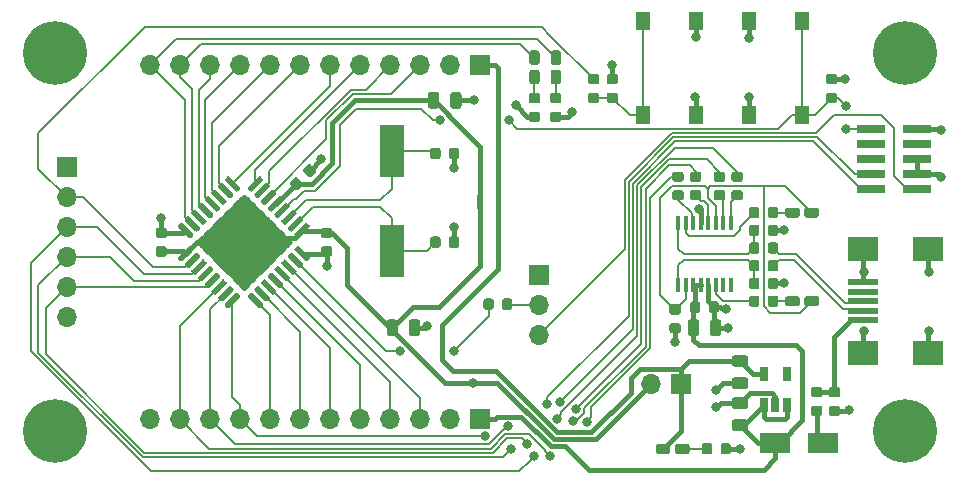
<source format=gbr>
G04 #@! TF.GenerationSoftware,KiCad,Pcbnew,5.1.5*
G04 #@! TF.CreationDate,2019-12-14T12:20:04-05:00*
G04 #@! TF.ProjectId,stm32_f0_basic,73746d33-325f-4663-905f-62617369632e,0*
G04 #@! TF.SameCoordinates,Original*
G04 #@! TF.FileFunction,Copper,L1,Top*
G04 #@! TF.FilePolarity,Positive*
%FSLAX46Y46*%
G04 Gerber Fmt 4.6, Leading zero omitted, Abs format (unit mm)*
G04 Created by KiCad (PCBNEW 5.1.5) date 2019-12-14 12:20:04*
%MOMM*%
%LPD*%
G04 APERTURE LIST*
%ADD10C,0.100000*%
%ADD11R,2.400000X0.740000*%
%ADD12R,0.400000X1.200000*%
%ADD13O,1.700000X1.700000*%
%ADD14R,1.700000X1.700000*%
%ADD15C,5.400000*%
%ADD16R,2.000000X4.500000*%
%ADD17R,0.650000X1.220000*%
%ADD18R,1.300000X1.550000*%
%ADD19C,0.500000*%
%ADD20R,2.500000X0.500000*%
%ADD21R,2.500000X2.000000*%
%ADD22R,2.500000X1.800000*%
%ADD23C,0.800000*%
%ADD24C,0.406400*%
%ADD25C,0.152400*%
%ADD26C,0.203200*%
%ADD27C,0.200000*%
%ADD28C,0.254000*%
G04 APERTURE END LIST*
D10*
G36*
X159750000Y-72100000D02*
G01*
X159750000Y-71100000D01*
X160250000Y-71100000D01*
X160250000Y-72100000D01*
X159750000Y-72100000D01*
G37*
G04 #@! TA.AperFunction,SMDPad,CuDef*
G36*
X164877691Y-62376053D02*
G01*
X164898926Y-62379203D01*
X164919750Y-62384419D01*
X164939962Y-62391651D01*
X164959368Y-62400830D01*
X164977781Y-62411866D01*
X164995024Y-62424654D01*
X165010930Y-62439070D01*
X165025346Y-62454976D01*
X165038134Y-62472219D01*
X165049170Y-62490632D01*
X165058349Y-62510038D01*
X165065581Y-62530250D01*
X165070797Y-62551074D01*
X165073947Y-62572309D01*
X165075000Y-62593750D01*
X165075000Y-63031250D01*
X165073947Y-63052691D01*
X165070797Y-63073926D01*
X165065581Y-63094750D01*
X165058349Y-63114962D01*
X165049170Y-63134368D01*
X165038134Y-63152781D01*
X165025346Y-63170024D01*
X165010930Y-63185930D01*
X164995024Y-63200346D01*
X164977781Y-63213134D01*
X164959368Y-63224170D01*
X164939962Y-63233349D01*
X164919750Y-63240581D01*
X164898926Y-63245797D01*
X164877691Y-63248947D01*
X164856250Y-63250000D01*
X164343750Y-63250000D01*
X164322309Y-63248947D01*
X164301074Y-63245797D01*
X164280250Y-63240581D01*
X164260038Y-63233349D01*
X164240632Y-63224170D01*
X164222219Y-63213134D01*
X164204976Y-63200346D01*
X164189070Y-63185930D01*
X164174654Y-63170024D01*
X164161866Y-63152781D01*
X164150830Y-63134368D01*
X164141651Y-63114962D01*
X164134419Y-63094750D01*
X164129203Y-63073926D01*
X164126053Y-63052691D01*
X164125000Y-63031250D01*
X164125000Y-62593750D01*
X164126053Y-62572309D01*
X164129203Y-62551074D01*
X164134419Y-62530250D01*
X164141651Y-62510038D01*
X164150830Y-62490632D01*
X164161866Y-62472219D01*
X164174654Y-62454976D01*
X164189070Y-62439070D01*
X164204976Y-62424654D01*
X164222219Y-62411866D01*
X164240632Y-62400830D01*
X164260038Y-62391651D01*
X164280250Y-62384419D01*
X164301074Y-62379203D01*
X164322309Y-62376053D01*
X164343750Y-62375000D01*
X164856250Y-62375000D01*
X164877691Y-62376053D01*
G37*
G04 #@! TD.AperFunction*
G04 #@! TA.AperFunction,SMDPad,CuDef*
G36*
X164877691Y-63951053D02*
G01*
X164898926Y-63954203D01*
X164919750Y-63959419D01*
X164939962Y-63966651D01*
X164959368Y-63975830D01*
X164977781Y-63986866D01*
X164995024Y-63999654D01*
X165010930Y-64014070D01*
X165025346Y-64029976D01*
X165038134Y-64047219D01*
X165049170Y-64065632D01*
X165058349Y-64085038D01*
X165065581Y-64105250D01*
X165070797Y-64126074D01*
X165073947Y-64147309D01*
X165075000Y-64168750D01*
X165075000Y-64606250D01*
X165073947Y-64627691D01*
X165070797Y-64648926D01*
X165065581Y-64669750D01*
X165058349Y-64689962D01*
X165049170Y-64709368D01*
X165038134Y-64727781D01*
X165025346Y-64745024D01*
X165010930Y-64760930D01*
X164995024Y-64775346D01*
X164977781Y-64788134D01*
X164959368Y-64799170D01*
X164939962Y-64808349D01*
X164919750Y-64815581D01*
X164898926Y-64820797D01*
X164877691Y-64823947D01*
X164856250Y-64825000D01*
X164343750Y-64825000D01*
X164322309Y-64823947D01*
X164301074Y-64820797D01*
X164280250Y-64815581D01*
X164260038Y-64808349D01*
X164240632Y-64799170D01*
X164222219Y-64788134D01*
X164204976Y-64775346D01*
X164189070Y-64760930D01*
X164174654Y-64745024D01*
X164161866Y-64727781D01*
X164150830Y-64709368D01*
X164141651Y-64689962D01*
X164134419Y-64669750D01*
X164129203Y-64648926D01*
X164126053Y-64627691D01*
X164125000Y-64606250D01*
X164125000Y-64168750D01*
X164126053Y-64147309D01*
X164129203Y-64126074D01*
X164134419Y-64105250D01*
X164141651Y-64085038D01*
X164150830Y-64065632D01*
X164161866Y-64047219D01*
X164174654Y-64029976D01*
X164189070Y-64014070D01*
X164204976Y-63999654D01*
X164222219Y-63986866D01*
X164240632Y-63975830D01*
X164260038Y-63966651D01*
X164280250Y-63959419D01*
X164301074Y-63954203D01*
X164322309Y-63951053D01*
X164343750Y-63950000D01*
X164856250Y-63950000D01*
X164877691Y-63951053D01*
G37*
G04 #@! TD.AperFunction*
D11*
X193050000Y-65460000D03*
X196950000Y-65460000D03*
X193050000Y-66730000D03*
X196950000Y-66730000D03*
X193050000Y-68000000D03*
X196950000Y-68000000D03*
X193050000Y-69270000D03*
X196950000Y-69270000D03*
X193050000Y-70540000D03*
X196950000Y-70540000D03*
D12*
X181222500Y-78600000D03*
X180587500Y-78600000D03*
X179952500Y-78600000D03*
X179317500Y-78600000D03*
X178682500Y-78600000D03*
X178047500Y-78600000D03*
X177412500Y-78600000D03*
X176777500Y-78600000D03*
X176777500Y-73400000D03*
X177412500Y-73400000D03*
X178047500Y-73400000D03*
X178682500Y-73400000D03*
X179317500Y-73400000D03*
X179952500Y-73400000D03*
X180587500Y-73400000D03*
X181222500Y-73400000D03*
G04 #@! TA.AperFunction,SMDPad,CuDef*
D10*
G36*
X182027691Y-69026053D02*
G01*
X182048926Y-69029203D01*
X182069750Y-69034419D01*
X182089962Y-69041651D01*
X182109368Y-69050830D01*
X182127781Y-69061866D01*
X182145024Y-69074654D01*
X182160930Y-69089070D01*
X182175346Y-69104976D01*
X182188134Y-69122219D01*
X182199170Y-69140632D01*
X182208349Y-69160038D01*
X182215581Y-69180250D01*
X182220797Y-69201074D01*
X182223947Y-69222309D01*
X182225000Y-69243750D01*
X182225000Y-69681250D01*
X182223947Y-69702691D01*
X182220797Y-69723926D01*
X182215581Y-69744750D01*
X182208349Y-69764962D01*
X182199170Y-69784368D01*
X182188134Y-69802781D01*
X182175346Y-69820024D01*
X182160930Y-69835930D01*
X182145024Y-69850346D01*
X182127781Y-69863134D01*
X182109368Y-69874170D01*
X182089962Y-69883349D01*
X182069750Y-69890581D01*
X182048926Y-69895797D01*
X182027691Y-69898947D01*
X182006250Y-69900000D01*
X181493750Y-69900000D01*
X181472309Y-69898947D01*
X181451074Y-69895797D01*
X181430250Y-69890581D01*
X181410038Y-69883349D01*
X181390632Y-69874170D01*
X181372219Y-69863134D01*
X181354976Y-69850346D01*
X181339070Y-69835930D01*
X181324654Y-69820024D01*
X181311866Y-69802781D01*
X181300830Y-69784368D01*
X181291651Y-69764962D01*
X181284419Y-69744750D01*
X181279203Y-69723926D01*
X181276053Y-69702691D01*
X181275000Y-69681250D01*
X181275000Y-69243750D01*
X181276053Y-69222309D01*
X181279203Y-69201074D01*
X181284419Y-69180250D01*
X181291651Y-69160038D01*
X181300830Y-69140632D01*
X181311866Y-69122219D01*
X181324654Y-69104976D01*
X181339070Y-69089070D01*
X181354976Y-69074654D01*
X181372219Y-69061866D01*
X181390632Y-69050830D01*
X181410038Y-69041651D01*
X181430250Y-69034419D01*
X181451074Y-69029203D01*
X181472309Y-69026053D01*
X181493750Y-69025000D01*
X182006250Y-69025000D01*
X182027691Y-69026053D01*
G37*
G04 #@! TD.AperFunction*
G04 #@! TA.AperFunction,SMDPad,CuDef*
G36*
X182027691Y-70601053D02*
G01*
X182048926Y-70604203D01*
X182069750Y-70609419D01*
X182089962Y-70616651D01*
X182109368Y-70625830D01*
X182127781Y-70636866D01*
X182145024Y-70649654D01*
X182160930Y-70664070D01*
X182175346Y-70679976D01*
X182188134Y-70697219D01*
X182199170Y-70715632D01*
X182208349Y-70735038D01*
X182215581Y-70755250D01*
X182220797Y-70776074D01*
X182223947Y-70797309D01*
X182225000Y-70818750D01*
X182225000Y-71256250D01*
X182223947Y-71277691D01*
X182220797Y-71298926D01*
X182215581Y-71319750D01*
X182208349Y-71339962D01*
X182199170Y-71359368D01*
X182188134Y-71377781D01*
X182175346Y-71395024D01*
X182160930Y-71410930D01*
X182145024Y-71425346D01*
X182127781Y-71438134D01*
X182109368Y-71449170D01*
X182089962Y-71458349D01*
X182069750Y-71465581D01*
X182048926Y-71470797D01*
X182027691Y-71473947D01*
X182006250Y-71475000D01*
X181493750Y-71475000D01*
X181472309Y-71473947D01*
X181451074Y-71470797D01*
X181430250Y-71465581D01*
X181410038Y-71458349D01*
X181390632Y-71449170D01*
X181372219Y-71438134D01*
X181354976Y-71425346D01*
X181339070Y-71410930D01*
X181324654Y-71395024D01*
X181311866Y-71377781D01*
X181300830Y-71359368D01*
X181291651Y-71339962D01*
X181284419Y-71319750D01*
X181279203Y-71298926D01*
X181276053Y-71277691D01*
X181275000Y-71256250D01*
X181275000Y-70818750D01*
X181276053Y-70797309D01*
X181279203Y-70776074D01*
X181284419Y-70755250D01*
X181291651Y-70735038D01*
X181300830Y-70715632D01*
X181311866Y-70697219D01*
X181324654Y-70679976D01*
X181339070Y-70664070D01*
X181354976Y-70649654D01*
X181372219Y-70636866D01*
X181390632Y-70625830D01*
X181410038Y-70616651D01*
X181430250Y-70609419D01*
X181451074Y-70604203D01*
X181472309Y-70601053D01*
X181493750Y-70600000D01*
X182006250Y-70600000D01*
X182027691Y-70601053D01*
G37*
G04 #@! TD.AperFunction*
G04 #@! TA.AperFunction,SMDPad,CuDef*
G36*
X185027691Y-75026053D02*
G01*
X185048926Y-75029203D01*
X185069750Y-75034419D01*
X185089962Y-75041651D01*
X185109368Y-75050830D01*
X185127781Y-75061866D01*
X185145024Y-75074654D01*
X185160930Y-75089070D01*
X185175346Y-75104976D01*
X185188134Y-75122219D01*
X185199170Y-75140632D01*
X185208349Y-75160038D01*
X185215581Y-75180250D01*
X185220797Y-75201074D01*
X185223947Y-75222309D01*
X185225000Y-75243750D01*
X185225000Y-75756250D01*
X185223947Y-75777691D01*
X185220797Y-75798926D01*
X185215581Y-75819750D01*
X185208349Y-75839962D01*
X185199170Y-75859368D01*
X185188134Y-75877781D01*
X185175346Y-75895024D01*
X185160930Y-75910930D01*
X185145024Y-75925346D01*
X185127781Y-75938134D01*
X185109368Y-75949170D01*
X185089962Y-75958349D01*
X185069750Y-75965581D01*
X185048926Y-75970797D01*
X185027691Y-75973947D01*
X185006250Y-75975000D01*
X184568750Y-75975000D01*
X184547309Y-75973947D01*
X184526074Y-75970797D01*
X184505250Y-75965581D01*
X184485038Y-75958349D01*
X184465632Y-75949170D01*
X184447219Y-75938134D01*
X184429976Y-75925346D01*
X184414070Y-75910930D01*
X184399654Y-75895024D01*
X184386866Y-75877781D01*
X184375830Y-75859368D01*
X184366651Y-75839962D01*
X184359419Y-75819750D01*
X184354203Y-75798926D01*
X184351053Y-75777691D01*
X184350000Y-75756250D01*
X184350000Y-75243750D01*
X184351053Y-75222309D01*
X184354203Y-75201074D01*
X184359419Y-75180250D01*
X184366651Y-75160038D01*
X184375830Y-75140632D01*
X184386866Y-75122219D01*
X184399654Y-75104976D01*
X184414070Y-75089070D01*
X184429976Y-75074654D01*
X184447219Y-75061866D01*
X184465632Y-75050830D01*
X184485038Y-75041651D01*
X184505250Y-75034419D01*
X184526074Y-75029203D01*
X184547309Y-75026053D01*
X184568750Y-75025000D01*
X185006250Y-75025000D01*
X185027691Y-75026053D01*
G37*
G04 #@! TD.AperFunction*
G04 #@! TA.AperFunction,SMDPad,CuDef*
G36*
X183452691Y-75026053D02*
G01*
X183473926Y-75029203D01*
X183494750Y-75034419D01*
X183514962Y-75041651D01*
X183534368Y-75050830D01*
X183552781Y-75061866D01*
X183570024Y-75074654D01*
X183585930Y-75089070D01*
X183600346Y-75104976D01*
X183613134Y-75122219D01*
X183624170Y-75140632D01*
X183633349Y-75160038D01*
X183640581Y-75180250D01*
X183645797Y-75201074D01*
X183648947Y-75222309D01*
X183650000Y-75243750D01*
X183650000Y-75756250D01*
X183648947Y-75777691D01*
X183645797Y-75798926D01*
X183640581Y-75819750D01*
X183633349Y-75839962D01*
X183624170Y-75859368D01*
X183613134Y-75877781D01*
X183600346Y-75895024D01*
X183585930Y-75910930D01*
X183570024Y-75925346D01*
X183552781Y-75938134D01*
X183534368Y-75949170D01*
X183514962Y-75958349D01*
X183494750Y-75965581D01*
X183473926Y-75970797D01*
X183452691Y-75973947D01*
X183431250Y-75975000D01*
X182993750Y-75975000D01*
X182972309Y-75973947D01*
X182951074Y-75970797D01*
X182930250Y-75965581D01*
X182910038Y-75958349D01*
X182890632Y-75949170D01*
X182872219Y-75938134D01*
X182854976Y-75925346D01*
X182839070Y-75910930D01*
X182824654Y-75895024D01*
X182811866Y-75877781D01*
X182800830Y-75859368D01*
X182791651Y-75839962D01*
X182784419Y-75819750D01*
X182779203Y-75798926D01*
X182776053Y-75777691D01*
X182775000Y-75756250D01*
X182775000Y-75243750D01*
X182776053Y-75222309D01*
X182779203Y-75201074D01*
X182784419Y-75180250D01*
X182791651Y-75160038D01*
X182800830Y-75140632D01*
X182811866Y-75122219D01*
X182824654Y-75104976D01*
X182839070Y-75089070D01*
X182854976Y-75074654D01*
X182872219Y-75061866D01*
X182890632Y-75050830D01*
X182910038Y-75041651D01*
X182930250Y-75034419D01*
X182951074Y-75029203D01*
X182972309Y-75026053D01*
X182993750Y-75025000D01*
X183431250Y-75025000D01*
X183452691Y-75026053D01*
G37*
G04 #@! TD.AperFunction*
G04 #@! TA.AperFunction,SMDPad,CuDef*
G36*
X185027691Y-76526053D02*
G01*
X185048926Y-76529203D01*
X185069750Y-76534419D01*
X185089962Y-76541651D01*
X185109368Y-76550830D01*
X185127781Y-76561866D01*
X185145024Y-76574654D01*
X185160930Y-76589070D01*
X185175346Y-76604976D01*
X185188134Y-76622219D01*
X185199170Y-76640632D01*
X185208349Y-76660038D01*
X185215581Y-76680250D01*
X185220797Y-76701074D01*
X185223947Y-76722309D01*
X185225000Y-76743750D01*
X185225000Y-77256250D01*
X185223947Y-77277691D01*
X185220797Y-77298926D01*
X185215581Y-77319750D01*
X185208349Y-77339962D01*
X185199170Y-77359368D01*
X185188134Y-77377781D01*
X185175346Y-77395024D01*
X185160930Y-77410930D01*
X185145024Y-77425346D01*
X185127781Y-77438134D01*
X185109368Y-77449170D01*
X185089962Y-77458349D01*
X185069750Y-77465581D01*
X185048926Y-77470797D01*
X185027691Y-77473947D01*
X185006250Y-77475000D01*
X184568750Y-77475000D01*
X184547309Y-77473947D01*
X184526074Y-77470797D01*
X184505250Y-77465581D01*
X184485038Y-77458349D01*
X184465632Y-77449170D01*
X184447219Y-77438134D01*
X184429976Y-77425346D01*
X184414070Y-77410930D01*
X184399654Y-77395024D01*
X184386866Y-77377781D01*
X184375830Y-77359368D01*
X184366651Y-77339962D01*
X184359419Y-77319750D01*
X184354203Y-77298926D01*
X184351053Y-77277691D01*
X184350000Y-77256250D01*
X184350000Y-76743750D01*
X184351053Y-76722309D01*
X184354203Y-76701074D01*
X184359419Y-76680250D01*
X184366651Y-76660038D01*
X184375830Y-76640632D01*
X184386866Y-76622219D01*
X184399654Y-76604976D01*
X184414070Y-76589070D01*
X184429976Y-76574654D01*
X184447219Y-76561866D01*
X184465632Y-76550830D01*
X184485038Y-76541651D01*
X184505250Y-76534419D01*
X184526074Y-76529203D01*
X184547309Y-76526053D01*
X184568750Y-76525000D01*
X185006250Y-76525000D01*
X185027691Y-76526053D01*
G37*
G04 #@! TD.AperFunction*
G04 #@! TA.AperFunction,SMDPad,CuDef*
G36*
X183452691Y-76526053D02*
G01*
X183473926Y-76529203D01*
X183494750Y-76534419D01*
X183514962Y-76541651D01*
X183534368Y-76550830D01*
X183552781Y-76561866D01*
X183570024Y-76574654D01*
X183585930Y-76589070D01*
X183600346Y-76604976D01*
X183613134Y-76622219D01*
X183624170Y-76640632D01*
X183633349Y-76660038D01*
X183640581Y-76680250D01*
X183645797Y-76701074D01*
X183648947Y-76722309D01*
X183650000Y-76743750D01*
X183650000Y-77256250D01*
X183648947Y-77277691D01*
X183645797Y-77298926D01*
X183640581Y-77319750D01*
X183633349Y-77339962D01*
X183624170Y-77359368D01*
X183613134Y-77377781D01*
X183600346Y-77395024D01*
X183585930Y-77410930D01*
X183570024Y-77425346D01*
X183552781Y-77438134D01*
X183534368Y-77449170D01*
X183514962Y-77458349D01*
X183494750Y-77465581D01*
X183473926Y-77470797D01*
X183452691Y-77473947D01*
X183431250Y-77475000D01*
X182993750Y-77475000D01*
X182972309Y-77473947D01*
X182951074Y-77470797D01*
X182930250Y-77465581D01*
X182910038Y-77458349D01*
X182890632Y-77449170D01*
X182872219Y-77438134D01*
X182854976Y-77425346D01*
X182839070Y-77410930D01*
X182824654Y-77395024D01*
X182811866Y-77377781D01*
X182800830Y-77359368D01*
X182791651Y-77339962D01*
X182784419Y-77319750D01*
X182779203Y-77298926D01*
X182776053Y-77277691D01*
X182775000Y-77256250D01*
X182775000Y-76743750D01*
X182776053Y-76722309D01*
X182779203Y-76701074D01*
X182784419Y-76680250D01*
X182791651Y-76660038D01*
X182800830Y-76640632D01*
X182811866Y-76622219D01*
X182824654Y-76604976D01*
X182839070Y-76589070D01*
X182854976Y-76574654D01*
X182872219Y-76561866D01*
X182890632Y-76550830D01*
X182910038Y-76541651D01*
X182930250Y-76534419D01*
X182951074Y-76529203D01*
X182972309Y-76526053D01*
X182993750Y-76525000D01*
X183431250Y-76525000D01*
X183452691Y-76526053D01*
G37*
G04 #@! TD.AperFunction*
G04 #@! TA.AperFunction,SMDPad,CuDef*
G36*
X185027691Y-73526053D02*
G01*
X185048926Y-73529203D01*
X185069750Y-73534419D01*
X185089962Y-73541651D01*
X185109368Y-73550830D01*
X185127781Y-73561866D01*
X185145024Y-73574654D01*
X185160930Y-73589070D01*
X185175346Y-73604976D01*
X185188134Y-73622219D01*
X185199170Y-73640632D01*
X185208349Y-73660038D01*
X185215581Y-73680250D01*
X185220797Y-73701074D01*
X185223947Y-73722309D01*
X185225000Y-73743750D01*
X185225000Y-74256250D01*
X185223947Y-74277691D01*
X185220797Y-74298926D01*
X185215581Y-74319750D01*
X185208349Y-74339962D01*
X185199170Y-74359368D01*
X185188134Y-74377781D01*
X185175346Y-74395024D01*
X185160930Y-74410930D01*
X185145024Y-74425346D01*
X185127781Y-74438134D01*
X185109368Y-74449170D01*
X185089962Y-74458349D01*
X185069750Y-74465581D01*
X185048926Y-74470797D01*
X185027691Y-74473947D01*
X185006250Y-74475000D01*
X184568750Y-74475000D01*
X184547309Y-74473947D01*
X184526074Y-74470797D01*
X184505250Y-74465581D01*
X184485038Y-74458349D01*
X184465632Y-74449170D01*
X184447219Y-74438134D01*
X184429976Y-74425346D01*
X184414070Y-74410930D01*
X184399654Y-74395024D01*
X184386866Y-74377781D01*
X184375830Y-74359368D01*
X184366651Y-74339962D01*
X184359419Y-74319750D01*
X184354203Y-74298926D01*
X184351053Y-74277691D01*
X184350000Y-74256250D01*
X184350000Y-73743750D01*
X184351053Y-73722309D01*
X184354203Y-73701074D01*
X184359419Y-73680250D01*
X184366651Y-73660038D01*
X184375830Y-73640632D01*
X184386866Y-73622219D01*
X184399654Y-73604976D01*
X184414070Y-73589070D01*
X184429976Y-73574654D01*
X184447219Y-73561866D01*
X184465632Y-73550830D01*
X184485038Y-73541651D01*
X184505250Y-73534419D01*
X184526074Y-73529203D01*
X184547309Y-73526053D01*
X184568750Y-73525000D01*
X185006250Y-73525000D01*
X185027691Y-73526053D01*
G37*
G04 #@! TD.AperFunction*
G04 #@! TA.AperFunction,SMDPad,CuDef*
G36*
X183452691Y-73526053D02*
G01*
X183473926Y-73529203D01*
X183494750Y-73534419D01*
X183514962Y-73541651D01*
X183534368Y-73550830D01*
X183552781Y-73561866D01*
X183570024Y-73574654D01*
X183585930Y-73589070D01*
X183600346Y-73604976D01*
X183613134Y-73622219D01*
X183624170Y-73640632D01*
X183633349Y-73660038D01*
X183640581Y-73680250D01*
X183645797Y-73701074D01*
X183648947Y-73722309D01*
X183650000Y-73743750D01*
X183650000Y-74256250D01*
X183648947Y-74277691D01*
X183645797Y-74298926D01*
X183640581Y-74319750D01*
X183633349Y-74339962D01*
X183624170Y-74359368D01*
X183613134Y-74377781D01*
X183600346Y-74395024D01*
X183585930Y-74410930D01*
X183570024Y-74425346D01*
X183552781Y-74438134D01*
X183534368Y-74449170D01*
X183514962Y-74458349D01*
X183494750Y-74465581D01*
X183473926Y-74470797D01*
X183452691Y-74473947D01*
X183431250Y-74475000D01*
X182993750Y-74475000D01*
X182972309Y-74473947D01*
X182951074Y-74470797D01*
X182930250Y-74465581D01*
X182910038Y-74458349D01*
X182890632Y-74449170D01*
X182872219Y-74438134D01*
X182854976Y-74425346D01*
X182839070Y-74410930D01*
X182824654Y-74395024D01*
X182811866Y-74377781D01*
X182800830Y-74359368D01*
X182791651Y-74339962D01*
X182784419Y-74319750D01*
X182779203Y-74298926D01*
X182776053Y-74277691D01*
X182775000Y-74256250D01*
X182775000Y-73743750D01*
X182776053Y-73722309D01*
X182779203Y-73701074D01*
X182784419Y-73680250D01*
X182791651Y-73660038D01*
X182800830Y-73640632D01*
X182811866Y-73622219D01*
X182824654Y-73604976D01*
X182839070Y-73589070D01*
X182854976Y-73574654D01*
X182872219Y-73561866D01*
X182890632Y-73550830D01*
X182910038Y-73541651D01*
X182930250Y-73534419D01*
X182951074Y-73529203D01*
X182972309Y-73526053D01*
X182993750Y-73525000D01*
X183431250Y-73525000D01*
X183452691Y-73526053D01*
G37*
G04 #@! TD.AperFunction*
G04 #@! TA.AperFunction,SMDPad,CuDef*
G36*
X185027691Y-78026053D02*
G01*
X185048926Y-78029203D01*
X185069750Y-78034419D01*
X185089962Y-78041651D01*
X185109368Y-78050830D01*
X185127781Y-78061866D01*
X185145024Y-78074654D01*
X185160930Y-78089070D01*
X185175346Y-78104976D01*
X185188134Y-78122219D01*
X185199170Y-78140632D01*
X185208349Y-78160038D01*
X185215581Y-78180250D01*
X185220797Y-78201074D01*
X185223947Y-78222309D01*
X185225000Y-78243750D01*
X185225000Y-78756250D01*
X185223947Y-78777691D01*
X185220797Y-78798926D01*
X185215581Y-78819750D01*
X185208349Y-78839962D01*
X185199170Y-78859368D01*
X185188134Y-78877781D01*
X185175346Y-78895024D01*
X185160930Y-78910930D01*
X185145024Y-78925346D01*
X185127781Y-78938134D01*
X185109368Y-78949170D01*
X185089962Y-78958349D01*
X185069750Y-78965581D01*
X185048926Y-78970797D01*
X185027691Y-78973947D01*
X185006250Y-78975000D01*
X184568750Y-78975000D01*
X184547309Y-78973947D01*
X184526074Y-78970797D01*
X184505250Y-78965581D01*
X184485038Y-78958349D01*
X184465632Y-78949170D01*
X184447219Y-78938134D01*
X184429976Y-78925346D01*
X184414070Y-78910930D01*
X184399654Y-78895024D01*
X184386866Y-78877781D01*
X184375830Y-78859368D01*
X184366651Y-78839962D01*
X184359419Y-78819750D01*
X184354203Y-78798926D01*
X184351053Y-78777691D01*
X184350000Y-78756250D01*
X184350000Y-78243750D01*
X184351053Y-78222309D01*
X184354203Y-78201074D01*
X184359419Y-78180250D01*
X184366651Y-78160038D01*
X184375830Y-78140632D01*
X184386866Y-78122219D01*
X184399654Y-78104976D01*
X184414070Y-78089070D01*
X184429976Y-78074654D01*
X184447219Y-78061866D01*
X184465632Y-78050830D01*
X184485038Y-78041651D01*
X184505250Y-78034419D01*
X184526074Y-78029203D01*
X184547309Y-78026053D01*
X184568750Y-78025000D01*
X185006250Y-78025000D01*
X185027691Y-78026053D01*
G37*
G04 #@! TD.AperFunction*
G04 #@! TA.AperFunction,SMDPad,CuDef*
G36*
X183452691Y-78026053D02*
G01*
X183473926Y-78029203D01*
X183494750Y-78034419D01*
X183514962Y-78041651D01*
X183534368Y-78050830D01*
X183552781Y-78061866D01*
X183570024Y-78074654D01*
X183585930Y-78089070D01*
X183600346Y-78104976D01*
X183613134Y-78122219D01*
X183624170Y-78140632D01*
X183633349Y-78160038D01*
X183640581Y-78180250D01*
X183645797Y-78201074D01*
X183648947Y-78222309D01*
X183650000Y-78243750D01*
X183650000Y-78756250D01*
X183648947Y-78777691D01*
X183645797Y-78798926D01*
X183640581Y-78819750D01*
X183633349Y-78839962D01*
X183624170Y-78859368D01*
X183613134Y-78877781D01*
X183600346Y-78895024D01*
X183585930Y-78910930D01*
X183570024Y-78925346D01*
X183552781Y-78938134D01*
X183534368Y-78949170D01*
X183514962Y-78958349D01*
X183494750Y-78965581D01*
X183473926Y-78970797D01*
X183452691Y-78973947D01*
X183431250Y-78975000D01*
X182993750Y-78975000D01*
X182972309Y-78973947D01*
X182951074Y-78970797D01*
X182930250Y-78965581D01*
X182910038Y-78958349D01*
X182890632Y-78949170D01*
X182872219Y-78938134D01*
X182854976Y-78925346D01*
X182839070Y-78910930D01*
X182824654Y-78895024D01*
X182811866Y-78877781D01*
X182800830Y-78859368D01*
X182791651Y-78839962D01*
X182784419Y-78819750D01*
X182779203Y-78798926D01*
X182776053Y-78777691D01*
X182775000Y-78756250D01*
X182775000Y-78243750D01*
X182776053Y-78222309D01*
X182779203Y-78201074D01*
X182784419Y-78180250D01*
X182791651Y-78160038D01*
X182800830Y-78140632D01*
X182811866Y-78122219D01*
X182824654Y-78104976D01*
X182839070Y-78089070D01*
X182854976Y-78074654D01*
X182872219Y-78061866D01*
X182890632Y-78050830D01*
X182910038Y-78041651D01*
X182930250Y-78034419D01*
X182951074Y-78029203D01*
X182972309Y-78026053D01*
X182993750Y-78025000D01*
X183431250Y-78025000D01*
X183452691Y-78026053D01*
G37*
G04 #@! TD.AperFunction*
D13*
X165000000Y-82830000D03*
X165000000Y-80290000D03*
D14*
X165000000Y-77750000D03*
D15*
X124000000Y-59000000D03*
X124000000Y-91000000D03*
X196000000Y-91000000D03*
X196000000Y-59000000D03*
G04 #@! TA.AperFunction,SMDPad,CuDef*
D10*
G36*
X188777691Y-87276053D02*
G01*
X188798926Y-87279203D01*
X188819750Y-87284419D01*
X188839962Y-87291651D01*
X188859368Y-87300830D01*
X188877781Y-87311866D01*
X188895024Y-87324654D01*
X188910930Y-87339070D01*
X188925346Y-87354976D01*
X188938134Y-87372219D01*
X188949170Y-87390632D01*
X188958349Y-87410038D01*
X188965581Y-87430250D01*
X188970797Y-87451074D01*
X188973947Y-87472309D01*
X188975000Y-87493750D01*
X188975000Y-87931250D01*
X188973947Y-87952691D01*
X188970797Y-87973926D01*
X188965581Y-87994750D01*
X188958349Y-88014962D01*
X188949170Y-88034368D01*
X188938134Y-88052781D01*
X188925346Y-88070024D01*
X188910930Y-88085930D01*
X188895024Y-88100346D01*
X188877781Y-88113134D01*
X188859368Y-88124170D01*
X188839962Y-88133349D01*
X188819750Y-88140581D01*
X188798926Y-88145797D01*
X188777691Y-88148947D01*
X188756250Y-88150000D01*
X188243750Y-88150000D01*
X188222309Y-88148947D01*
X188201074Y-88145797D01*
X188180250Y-88140581D01*
X188160038Y-88133349D01*
X188140632Y-88124170D01*
X188122219Y-88113134D01*
X188104976Y-88100346D01*
X188089070Y-88085930D01*
X188074654Y-88070024D01*
X188061866Y-88052781D01*
X188050830Y-88034368D01*
X188041651Y-88014962D01*
X188034419Y-87994750D01*
X188029203Y-87973926D01*
X188026053Y-87952691D01*
X188025000Y-87931250D01*
X188025000Y-87493750D01*
X188026053Y-87472309D01*
X188029203Y-87451074D01*
X188034419Y-87430250D01*
X188041651Y-87410038D01*
X188050830Y-87390632D01*
X188061866Y-87372219D01*
X188074654Y-87354976D01*
X188089070Y-87339070D01*
X188104976Y-87324654D01*
X188122219Y-87311866D01*
X188140632Y-87300830D01*
X188160038Y-87291651D01*
X188180250Y-87284419D01*
X188201074Y-87279203D01*
X188222309Y-87276053D01*
X188243750Y-87275000D01*
X188756250Y-87275000D01*
X188777691Y-87276053D01*
G37*
G04 #@! TD.AperFunction*
G04 #@! TA.AperFunction,SMDPad,CuDef*
G36*
X188777691Y-88851053D02*
G01*
X188798926Y-88854203D01*
X188819750Y-88859419D01*
X188839962Y-88866651D01*
X188859368Y-88875830D01*
X188877781Y-88886866D01*
X188895024Y-88899654D01*
X188910930Y-88914070D01*
X188925346Y-88929976D01*
X188938134Y-88947219D01*
X188949170Y-88965632D01*
X188958349Y-88985038D01*
X188965581Y-89005250D01*
X188970797Y-89026074D01*
X188973947Y-89047309D01*
X188975000Y-89068750D01*
X188975000Y-89506250D01*
X188973947Y-89527691D01*
X188970797Y-89548926D01*
X188965581Y-89569750D01*
X188958349Y-89589962D01*
X188949170Y-89609368D01*
X188938134Y-89627781D01*
X188925346Y-89645024D01*
X188910930Y-89660930D01*
X188895024Y-89675346D01*
X188877781Y-89688134D01*
X188859368Y-89699170D01*
X188839962Y-89708349D01*
X188819750Y-89715581D01*
X188798926Y-89720797D01*
X188777691Y-89723947D01*
X188756250Y-89725000D01*
X188243750Y-89725000D01*
X188222309Y-89723947D01*
X188201074Y-89720797D01*
X188180250Y-89715581D01*
X188160038Y-89708349D01*
X188140632Y-89699170D01*
X188122219Y-89688134D01*
X188104976Y-89675346D01*
X188089070Y-89660930D01*
X188074654Y-89645024D01*
X188061866Y-89627781D01*
X188050830Y-89609368D01*
X188041651Y-89589962D01*
X188034419Y-89569750D01*
X188029203Y-89548926D01*
X188026053Y-89527691D01*
X188025000Y-89506250D01*
X188025000Y-89068750D01*
X188026053Y-89047309D01*
X188029203Y-89026074D01*
X188034419Y-89005250D01*
X188041651Y-88985038D01*
X188050830Y-88965632D01*
X188061866Y-88947219D01*
X188074654Y-88929976D01*
X188089070Y-88914070D01*
X188104976Y-88899654D01*
X188122219Y-88886866D01*
X188140632Y-88875830D01*
X188160038Y-88866651D01*
X188180250Y-88859419D01*
X188201074Y-88854203D01*
X188222309Y-88851053D01*
X188243750Y-88850000D01*
X188756250Y-88850000D01*
X188777691Y-88851053D01*
G37*
G04 #@! TD.AperFunction*
G04 #@! TA.AperFunction,SMDPad,CuDef*
G36*
X180205142Y-81551174D02*
G01*
X180228803Y-81554684D01*
X180252007Y-81560496D01*
X180274529Y-81568554D01*
X180296153Y-81578782D01*
X180316670Y-81591079D01*
X180335883Y-81605329D01*
X180353607Y-81621393D01*
X180369671Y-81639117D01*
X180383921Y-81658330D01*
X180396218Y-81678847D01*
X180406446Y-81700471D01*
X180414504Y-81722993D01*
X180420316Y-81746197D01*
X180423826Y-81769858D01*
X180425000Y-81793750D01*
X180425000Y-82706250D01*
X180423826Y-82730142D01*
X180420316Y-82753803D01*
X180414504Y-82777007D01*
X180406446Y-82799529D01*
X180396218Y-82821153D01*
X180383921Y-82841670D01*
X180369671Y-82860883D01*
X180353607Y-82878607D01*
X180335883Y-82894671D01*
X180316670Y-82908921D01*
X180296153Y-82921218D01*
X180274529Y-82931446D01*
X180252007Y-82939504D01*
X180228803Y-82945316D01*
X180205142Y-82948826D01*
X180181250Y-82950000D01*
X179693750Y-82950000D01*
X179669858Y-82948826D01*
X179646197Y-82945316D01*
X179622993Y-82939504D01*
X179600471Y-82931446D01*
X179578847Y-82921218D01*
X179558330Y-82908921D01*
X179539117Y-82894671D01*
X179521393Y-82878607D01*
X179505329Y-82860883D01*
X179491079Y-82841670D01*
X179478782Y-82821153D01*
X179468554Y-82799529D01*
X179460496Y-82777007D01*
X179454684Y-82753803D01*
X179451174Y-82730142D01*
X179450000Y-82706250D01*
X179450000Y-81793750D01*
X179451174Y-81769858D01*
X179454684Y-81746197D01*
X179460496Y-81722993D01*
X179468554Y-81700471D01*
X179478782Y-81678847D01*
X179491079Y-81658330D01*
X179505329Y-81639117D01*
X179521393Y-81621393D01*
X179539117Y-81605329D01*
X179558330Y-81591079D01*
X179578847Y-81578782D01*
X179600471Y-81568554D01*
X179622993Y-81560496D01*
X179646197Y-81554684D01*
X179669858Y-81551174D01*
X179693750Y-81550000D01*
X180181250Y-81550000D01*
X180205142Y-81551174D01*
G37*
G04 #@! TD.AperFunction*
G04 #@! TA.AperFunction,SMDPad,CuDef*
G36*
X178330142Y-81551174D02*
G01*
X178353803Y-81554684D01*
X178377007Y-81560496D01*
X178399529Y-81568554D01*
X178421153Y-81578782D01*
X178441670Y-81591079D01*
X178460883Y-81605329D01*
X178478607Y-81621393D01*
X178494671Y-81639117D01*
X178508921Y-81658330D01*
X178521218Y-81678847D01*
X178531446Y-81700471D01*
X178539504Y-81722993D01*
X178545316Y-81746197D01*
X178548826Y-81769858D01*
X178550000Y-81793750D01*
X178550000Y-82706250D01*
X178548826Y-82730142D01*
X178545316Y-82753803D01*
X178539504Y-82777007D01*
X178531446Y-82799529D01*
X178521218Y-82821153D01*
X178508921Y-82841670D01*
X178494671Y-82860883D01*
X178478607Y-82878607D01*
X178460883Y-82894671D01*
X178441670Y-82908921D01*
X178421153Y-82921218D01*
X178399529Y-82931446D01*
X178377007Y-82939504D01*
X178353803Y-82945316D01*
X178330142Y-82948826D01*
X178306250Y-82950000D01*
X177818750Y-82950000D01*
X177794858Y-82948826D01*
X177771197Y-82945316D01*
X177747993Y-82939504D01*
X177725471Y-82931446D01*
X177703847Y-82921218D01*
X177683330Y-82908921D01*
X177664117Y-82894671D01*
X177646393Y-82878607D01*
X177630329Y-82860883D01*
X177616079Y-82841670D01*
X177603782Y-82821153D01*
X177593554Y-82799529D01*
X177585496Y-82777007D01*
X177579684Y-82753803D01*
X177576174Y-82730142D01*
X177575000Y-82706250D01*
X177575000Y-81793750D01*
X177576174Y-81769858D01*
X177579684Y-81746197D01*
X177585496Y-81722993D01*
X177593554Y-81700471D01*
X177603782Y-81678847D01*
X177616079Y-81658330D01*
X177630329Y-81639117D01*
X177646393Y-81621393D01*
X177664117Y-81605329D01*
X177683330Y-81591079D01*
X177703847Y-81578782D01*
X177725471Y-81568554D01*
X177747993Y-81560496D01*
X177771197Y-81554684D01*
X177794858Y-81551174D01*
X177818750Y-81550000D01*
X178306250Y-81550000D01*
X178330142Y-81551174D01*
G37*
G04 #@! TD.AperFunction*
G04 #@! TA.AperFunction,SMDPad,CuDef*
G36*
X178452691Y-80026053D02*
G01*
X178473926Y-80029203D01*
X178494750Y-80034419D01*
X178514962Y-80041651D01*
X178534368Y-80050830D01*
X178552781Y-80061866D01*
X178570024Y-80074654D01*
X178585930Y-80089070D01*
X178600346Y-80104976D01*
X178613134Y-80122219D01*
X178624170Y-80140632D01*
X178633349Y-80160038D01*
X178640581Y-80180250D01*
X178645797Y-80201074D01*
X178648947Y-80222309D01*
X178650000Y-80243750D01*
X178650000Y-80756250D01*
X178648947Y-80777691D01*
X178645797Y-80798926D01*
X178640581Y-80819750D01*
X178633349Y-80839962D01*
X178624170Y-80859368D01*
X178613134Y-80877781D01*
X178600346Y-80895024D01*
X178585930Y-80910930D01*
X178570024Y-80925346D01*
X178552781Y-80938134D01*
X178534368Y-80949170D01*
X178514962Y-80958349D01*
X178494750Y-80965581D01*
X178473926Y-80970797D01*
X178452691Y-80973947D01*
X178431250Y-80975000D01*
X177993750Y-80975000D01*
X177972309Y-80973947D01*
X177951074Y-80970797D01*
X177930250Y-80965581D01*
X177910038Y-80958349D01*
X177890632Y-80949170D01*
X177872219Y-80938134D01*
X177854976Y-80925346D01*
X177839070Y-80910930D01*
X177824654Y-80895024D01*
X177811866Y-80877781D01*
X177800830Y-80859368D01*
X177791651Y-80839962D01*
X177784419Y-80819750D01*
X177779203Y-80798926D01*
X177776053Y-80777691D01*
X177775000Y-80756250D01*
X177775000Y-80243750D01*
X177776053Y-80222309D01*
X177779203Y-80201074D01*
X177784419Y-80180250D01*
X177791651Y-80160038D01*
X177800830Y-80140632D01*
X177811866Y-80122219D01*
X177824654Y-80104976D01*
X177839070Y-80089070D01*
X177854976Y-80074654D01*
X177872219Y-80061866D01*
X177890632Y-80050830D01*
X177910038Y-80041651D01*
X177930250Y-80034419D01*
X177951074Y-80029203D01*
X177972309Y-80026053D01*
X177993750Y-80025000D01*
X178431250Y-80025000D01*
X178452691Y-80026053D01*
G37*
G04 #@! TD.AperFunction*
G04 #@! TA.AperFunction,SMDPad,CuDef*
G36*
X180027691Y-80026053D02*
G01*
X180048926Y-80029203D01*
X180069750Y-80034419D01*
X180089962Y-80041651D01*
X180109368Y-80050830D01*
X180127781Y-80061866D01*
X180145024Y-80074654D01*
X180160930Y-80089070D01*
X180175346Y-80104976D01*
X180188134Y-80122219D01*
X180199170Y-80140632D01*
X180208349Y-80160038D01*
X180215581Y-80180250D01*
X180220797Y-80201074D01*
X180223947Y-80222309D01*
X180225000Y-80243750D01*
X180225000Y-80756250D01*
X180223947Y-80777691D01*
X180220797Y-80798926D01*
X180215581Y-80819750D01*
X180208349Y-80839962D01*
X180199170Y-80859368D01*
X180188134Y-80877781D01*
X180175346Y-80895024D01*
X180160930Y-80910930D01*
X180145024Y-80925346D01*
X180127781Y-80938134D01*
X180109368Y-80949170D01*
X180089962Y-80958349D01*
X180069750Y-80965581D01*
X180048926Y-80970797D01*
X180027691Y-80973947D01*
X180006250Y-80975000D01*
X179568750Y-80975000D01*
X179547309Y-80973947D01*
X179526074Y-80970797D01*
X179505250Y-80965581D01*
X179485038Y-80958349D01*
X179465632Y-80949170D01*
X179447219Y-80938134D01*
X179429976Y-80925346D01*
X179414070Y-80910930D01*
X179399654Y-80895024D01*
X179386866Y-80877781D01*
X179375830Y-80859368D01*
X179366651Y-80839962D01*
X179359419Y-80819750D01*
X179354203Y-80798926D01*
X179351053Y-80777691D01*
X179350000Y-80756250D01*
X179350000Y-80243750D01*
X179351053Y-80222309D01*
X179354203Y-80201074D01*
X179359419Y-80180250D01*
X179366651Y-80160038D01*
X179375830Y-80140632D01*
X179386866Y-80122219D01*
X179399654Y-80104976D01*
X179414070Y-80089070D01*
X179429976Y-80074654D01*
X179447219Y-80061866D01*
X179465632Y-80050830D01*
X179485038Y-80041651D01*
X179505250Y-80034419D01*
X179526074Y-80029203D01*
X179547309Y-80026053D01*
X179568750Y-80025000D01*
X180006250Y-80025000D01*
X180027691Y-80026053D01*
G37*
G04 #@! TD.AperFunction*
G04 #@! TA.AperFunction,SMDPad,CuDef*
G36*
X190277691Y-87276053D02*
G01*
X190298926Y-87279203D01*
X190319750Y-87284419D01*
X190339962Y-87291651D01*
X190359368Y-87300830D01*
X190377781Y-87311866D01*
X190395024Y-87324654D01*
X190410930Y-87339070D01*
X190425346Y-87354976D01*
X190438134Y-87372219D01*
X190449170Y-87390632D01*
X190458349Y-87410038D01*
X190465581Y-87430250D01*
X190470797Y-87451074D01*
X190473947Y-87472309D01*
X190475000Y-87493750D01*
X190475000Y-87931250D01*
X190473947Y-87952691D01*
X190470797Y-87973926D01*
X190465581Y-87994750D01*
X190458349Y-88014962D01*
X190449170Y-88034368D01*
X190438134Y-88052781D01*
X190425346Y-88070024D01*
X190410930Y-88085930D01*
X190395024Y-88100346D01*
X190377781Y-88113134D01*
X190359368Y-88124170D01*
X190339962Y-88133349D01*
X190319750Y-88140581D01*
X190298926Y-88145797D01*
X190277691Y-88148947D01*
X190256250Y-88150000D01*
X189743750Y-88150000D01*
X189722309Y-88148947D01*
X189701074Y-88145797D01*
X189680250Y-88140581D01*
X189660038Y-88133349D01*
X189640632Y-88124170D01*
X189622219Y-88113134D01*
X189604976Y-88100346D01*
X189589070Y-88085930D01*
X189574654Y-88070024D01*
X189561866Y-88052781D01*
X189550830Y-88034368D01*
X189541651Y-88014962D01*
X189534419Y-87994750D01*
X189529203Y-87973926D01*
X189526053Y-87952691D01*
X189525000Y-87931250D01*
X189525000Y-87493750D01*
X189526053Y-87472309D01*
X189529203Y-87451074D01*
X189534419Y-87430250D01*
X189541651Y-87410038D01*
X189550830Y-87390632D01*
X189561866Y-87372219D01*
X189574654Y-87354976D01*
X189589070Y-87339070D01*
X189604976Y-87324654D01*
X189622219Y-87311866D01*
X189640632Y-87300830D01*
X189660038Y-87291651D01*
X189680250Y-87284419D01*
X189701074Y-87279203D01*
X189722309Y-87276053D01*
X189743750Y-87275000D01*
X190256250Y-87275000D01*
X190277691Y-87276053D01*
G37*
G04 #@! TD.AperFunction*
G04 #@! TA.AperFunction,SMDPad,CuDef*
G36*
X190277691Y-88851053D02*
G01*
X190298926Y-88854203D01*
X190319750Y-88859419D01*
X190339962Y-88866651D01*
X190359368Y-88875830D01*
X190377781Y-88886866D01*
X190395024Y-88899654D01*
X190410930Y-88914070D01*
X190425346Y-88929976D01*
X190438134Y-88947219D01*
X190449170Y-88965632D01*
X190458349Y-88985038D01*
X190465581Y-89005250D01*
X190470797Y-89026074D01*
X190473947Y-89047309D01*
X190475000Y-89068750D01*
X190475000Y-89506250D01*
X190473947Y-89527691D01*
X190470797Y-89548926D01*
X190465581Y-89569750D01*
X190458349Y-89589962D01*
X190449170Y-89609368D01*
X190438134Y-89627781D01*
X190425346Y-89645024D01*
X190410930Y-89660930D01*
X190395024Y-89675346D01*
X190377781Y-89688134D01*
X190359368Y-89699170D01*
X190339962Y-89708349D01*
X190319750Y-89715581D01*
X190298926Y-89720797D01*
X190277691Y-89723947D01*
X190256250Y-89725000D01*
X189743750Y-89725000D01*
X189722309Y-89723947D01*
X189701074Y-89720797D01*
X189680250Y-89715581D01*
X189660038Y-89708349D01*
X189640632Y-89699170D01*
X189622219Y-89688134D01*
X189604976Y-89675346D01*
X189589070Y-89660930D01*
X189574654Y-89645024D01*
X189561866Y-89627781D01*
X189550830Y-89609368D01*
X189541651Y-89589962D01*
X189534419Y-89569750D01*
X189529203Y-89548926D01*
X189526053Y-89527691D01*
X189525000Y-89506250D01*
X189525000Y-89068750D01*
X189526053Y-89047309D01*
X189529203Y-89026074D01*
X189534419Y-89005250D01*
X189541651Y-88985038D01*
X189550830Y-88965632D01*
X189561866Y-88947219D01*
X189574654Y-88929976D01*
X189589070Y-88914070D01*
X189604976Y-88899654D01*
X189622219Y-88886866D01*
X189640632Y-88875830D01*
X189660038Y-88866651D01*
X189680250Y-88859419D01*
X189701074Y-88854203D01*
X189722309Y-88851053D01*
X189743750Y-88850000D01*
X190256250Y-88850000D01*
X190277691Y-88851053D01*
G37*
G04 #@! TD.AperFunction*
D16*
X152500000Y-75750000D03*
X152500000Y-67250000D03*
D17*
X184050000Y-86190000D03*
X185950000Y-86190000D03*
X185950000Y-88810000D03*
X185000000Y-88810000D03*
X184050000Y-88810000D03*
G04 #@! TA.AperFunction,SMDPad,CuDef*
D10*
G36*
X144590769Y-75317544D02*
G01*
X144602903Y-75319344D01*
X144614803Y-75322324D01*
X144626352Y-75326457D01*
X144637442Y-75331702D01*
X144647963Y-75338008D01*
X144657816Y-75345316D01*
X144666905Y-75353554D01*
X145550788Y-76237437D01*
X145559026Y-76246526D01*
X145566334Y-76256379D01*
X145572640Y-76266900D01*
X145577885Y-76277990D01*
X145582018Y-76289539D01*
X145584998Y-76301439D01*
X145586798Y-76313573D01*
X145587400Y-76325825D01*
X145586798Y-76338077D01*
X145584998Y-76350211D01*
X145582018Y-76362111D01*
X145577885Y-76373660D01*
X145572640Y-76384750D01*
X145566334Y-76395271D01*
X145559026Y-76405124D01*
X145550788Y-76414213D01*
X145374011Y-76590990D01*
X145364922Y-76599228D01*
X145355069Y-76606536D01*
X145344548Y-76612842D01*
X145333458Y-76618087D01*
X145321909Y-76622220D01*
X145310009Y-76625200D01*
X145297875Y-76627000D01*
X145285623Y-76627602D01*
X145273371Y-76627000D01*
X145261237Y-76625200D01*
X145249337Y-76622220D01*
X145237788Y-76618087D01*
X145226698Y-76612842D01*
X145216177Y-76606536D01*
X145206324Y-76599228D01*
X145197235Y-76590990D01*
X144313352Y-75707107D01*
X144305114Y-75698018D01*
X144297806Y-75688165D01*
X144291500Y-75677644D01*
X144286255Y-75666554D01*
X144282122Y-75655005D01*
X144279142Y-75643105D01*
X144277342Y-75630971D01*
X144276740Y-75618719D01*
X144277342Y-75606467D01*
X144279142Y-75594333D01*
X144282122Y-75582433D01*
X144286255Y-75570884D01*
X144291500Y-75559794D01*
X144297806Y-75549273D01*
X144305114Y-75539420D01*
X144313352Y-75530331D01*
X144490129Y-75353554D01*
X144499218Y-75345316D01*
X144509071Y-75338008D01*
X144519592Y-75331702D01*
X144530682Y-75326457D01*
X144542231Y-75322324D01*
X144554131Y-75319344D01*
X144566265Y-75317544D01*
X144578517Y-75316942D01*
X144590769Y-75317544D01*
G37*
G04 #@! TD.AperFunction*
G04 #@! TA.AperFunction,SMDPad,CuDef*
G36*
X144025083Y-75883229D02*
G01*
X144037217Y-75885029D01*
X144049117Y-75888009D01*
X144060666Y-75892142D01*
X144071756Y-75897387D01*
X144082277Y-75903693D01*
X144092130Y-75911001D01*
X144101219Y-75919239D01*
X144985102Y-76803122D01*
X144993340Y-76812211D01*
X145000648Y-76822064D01*
X145006954Y-76832585D01*
X145012199Y-76843675D01*
X145016332Y-76855224D01*
X145019312Y-76867124D01*
X145021112Y-76879258D01*
X145021714Y-76891510D01*
X145021112Y-76903762D01*
X145019312Y-76915896D01*
X145016332Y-76927796D01*
X145012199Y-76939345D01*
X145006954Y-76950435D01*
X145000648Y-76960956D01*
X144993340Y-76970809D01*
X144985102Y-76979898D01*
X144808325Y-77156675D01*
X144799236Y-77164913D01*
X144789383Y-77172221D01*
X144778862Y-77178527D01*
X144767772Y-77183772D01*
X144756223Y-77187905D01*
X144744323Y-77190885D01*
X144732189Y-77192685D01*
X144719937Y-77193287D01*
X144707685Y-77192685D01*
X144695551Y-77190885D01*
X144683651Y-77187905D01*
X144672102Y-77183772D01*
X144661012Y-77178527D01*
X144650491Y-77172221D01*
X144640638Y-77164913D01*
X144631549Y-77156675D01*
X143747666Y-76272792D01*
X143739428Y-76263703D01*
X143732120Y-76253850D01*
X143725814Y-76243329D01*
X143720569Y-76232239D01*
X143716436Y-76220690D01*
X143713456Y-76208790D01*
X143711656Y-76196656D01*
X143711054Y-76184404D01*
X143711656Y-76172152D01*
X143713456Y-76160018D01*
X143716436Y-76148118D01*
X143720569Y-76136569D01*
X143725814Y-76125479D01*
X143732120Y-76114958D01*
X143739428Y-76105105D01*
X143747666Y-76096016D01*
X143924443Y-75919239D01*
X143933532Y-75911001D01*
X143943385Y-75903693D01*
X143953906Y-75897387D01*
X143964996Y-75892142D01*
X143976545Y-75888009D01*
X143988445Y-75885029D01*
X144000579Y-75883229D01*
X144012831Y-75882627D01*
X144025083Y-75883229D01*
G37*
G04 #@! TD.AperFunction*
G04 #@! TA.AperFunction,SMDPad,CuDef*
G36*
X143459398Y-76448915D02*
G01*
X143471532Y-76450715D01*
X143483432Y-76453695D01*
X143494981Y-76457828D01*
X143506071Y-76463073D01*
X143516592Y-76469379D01*
X143526445Y-76476687D01*
X143535534Y-76484925D01*
X144419417Y-77368808D01*
X144427655Y-77377897D01*
X144434963Y-77387750D01*
X144441269Y-77398271D01*
X144446514Y-77409361D01*
X144450647Y-77420910D01*
X144453627Y-77432810D01*
X144455427Y-77444944D01*
X144456029Y-77457196D01*
X144455427Y-77469448D01*
X144453627Y-77481582D01*
X144450647Y-77493482D01*
X144446514Y-77505031D01*
X144441269Y-77516121D01*
X144434963Y-77526642D01*
X144427655Y-77536495D01*
X144419417Y-77545584D01*
X144242640Y-77722361D01*
X144233551Y-77730599D01*
X144223698Y-77737907D01*
X144213177Y-77744213D01*
X144202087Y-77749458D01*
X144190538Y-77753591D01*
X144178638Y-77756571D01*
X144166504Y-77758371D01*
X144154252Y-77758973D01*
X144142000Y-77758371D01*
X144129866Y-77756571D01*
X144117966Y-77753591D01*
X144106417Y-77749458D01*
X144095327Y-77744213D01*
X144084806Y-77737907D01*
X144074953Y-77730599D01*
X144065864Y-77722361D01*
X143181981Y-76838478D01*
X143173743Y-76829389D01*
X143166435Y-76819536D01*
X143160129Y-76809015D01*
X143154884Y-76797925D01*
X143150751Y-76786376D01*
X143147771Y-76774476D01*
X143145971Y-76762342D01*
X143145369Y-76750090D01*
X143145971Y-76737838D01*
X143147771Y-76725704D01*
X143150751Y-76713804D01*
X143154884Y-76702255D01*
X143160129Y-76691165D01*
X143166435Y-76680644D01*
X143173743Y-76670791D01*
X143181981Y-76661702D01*
X143358758Y-76484925D01*
X143367847Y-76476687D01*
X143377700Y-76469379D01*
X143388221Y-76463073D01*
X143399311Y-76457828D01*
X143410860Y-76453695D01*
X143422760Y-76450715D01*
X143434894Y-76448915D01*
X143447146Y-76448313D01*
X143459398Y-76448915D01*
G37*
G04 #@! TD.AperFunction*
G04 #@! TA.AperFunction,SMDPad,CuDef*
G36*
X142893713Y-77014600D02*
G01*
X142905847Y-77016400D01*
X142917747Y-77019380D01*
X142929296Y-77023513D01*
X142940386Y-77028758D01*
X142950907Y-77035064D01*
X142960760Y-77042372D01*
X142969849Y-77050610D01*
X143853732Y-77934493D01*
X143861970Y-77943582D01*
X143869278Y-77953435D01*
X143875584Y-77963956D01*
X143880829Y-77975046D01*
X143884962Y-77986595D01*
X143887942Y-77998495D01*
X143889742Y-78010629D01*
X143890344Y-78022881D01*
X143889742Y-78035133D01*
X143887942Y-78047267D01*
X143884962Y-78059167D01*
X143880829Y-78070716D01*
X143875584Y-78081806D01*
X143869278Y-78092327D01*
X143861970Y-78102180D01*
X143853732Y-78111269D01*
X143676955Y-78288046D01*
X143667866Y-78296284D01*
X143658013Y-78303592D01*
X143647492Y-78309898D01*
X143636402Y-78315143D01*
X143624853Y-78319276D01*
X143612953Y-78322256D01*
X143600819Y-78324056D01*
X143588567Y-78324658D01*
X143576315Y-78324056D01*
X143564181Y-78322256D01*
X143552281Y-78319276D01*
X143540732Y-78315143D01*
X143529642Y-78309898D01*
X143519121Y-78303592D01*
X143509268Y-78296284D01*
X143500179Y-78288046D01*
X142616296Y-77404163D01*
X142608058Y-77395074D01*
X142600750Y-77385221D01*
X142594444Y-77374700D01*
X142589199Y-77363610D01*
X142585066Y-77352061D01*
X142582086Y-77340161D01*
X142580286Y-77328027D01*
X142579684Y-77315775D01*
X142580286Y-77303523D01*
X142582086Y-77291389D01*
X142585066Y-77279489D01*
X142589199Y-77267940D01*
X142594444Y-77256850D01*
X142600750Y-77246329D01*
X142608058Y-77236476D01*
X142616296Y-77227387D01*
X142793073Y-77050610D01*
X142802162Y-77042372D01*
X142812015Y-77035064D01*
X142822536Y-77028758D01*
X142833626Y-77023513D01*
X142845175Y-77019380D01*
X142857075Y-77016400D01*
X142869209Y-77014600D01*
X142881461Y-77013998D01*
X142893713Y-77014600D01*
G37*
G04 #@! TD.AperFunction*
G04 #@! TA.AperFunction,SMDPad,CuDef*
G36*
X142328027Y-77580286D02*
G01*
X142340161Y-77582086D01*
X142352061Y-77585066D01*
X142363610Y-77589199D01*
X142374700Y-77594444D01*
X142385221Y-77600750D01*
X142395074Y-77608058D01*
X142404163Y-77616296D01*
X143288046Y-78500179D01*
X143296284Y-78509268D01*
X143303592Y-78519121D01*
X143309898Y-78529642D01*
X143315143Y-78540732D01*
X143319276Y-78552281D01*
X143322256Y-78564181D01*
X143324056Y-78576315D01*
X143324658Y-78588567D01*
X143324056Y-78600819D01*
X143322256Y-78612953D01*
X143319276Y-78624853D01*
X143315143Y-78636402D01*
X143309898Y-78647492D01*
X143303592Y-78658013D01*
X143296284Y-78667866D01*
X143288046Y-78676955D01*
X143111269Y-78853732D01*
X143102180Y-78861970D01*
X143092327Y-78869278D01*
X143081806Y-78875584D01*
X143070716Y-78880829D01*
X143059167Y-78884962D01*
X143047267Y-78887942D01*
X143035133Y-78889742D01*
X143022881Y-78890344D01*
X143010629Y-78889742D01*
X142998495Y-78887942D01*
X142986595Y-78884962D01*
X142975046Y-78880829D01*
X142963956Y-78875584D01*
X142953435Y-78869278D01*
X142943582Y-78861970D01*
X142934493Y-78853732D01*
X142050610Y-77969849D01*
X142042372Y-77960760D01*
X142035064Y-77950907D01*
X142028758Y-77940386D01*
X142023513Y-77929296D01*
X142019380Y-77917747D01*
X142016400Y-77905847D01*
X142014600Y-77893713D01*
X142013998Y-77881461D01*
X142014600Y-77869209D01*
X142016400Y-77857075D01*
X142019380Y-77845175D01*
X142023513Y-77833626D01*
X142028758Y-77822536D01*
X142035064Y-77812015D01*
X142042372Y-77802162D01*
X142050610Y-77793073D01*
X142227387Y-77616296D01*
X142236476Y-77608058D01*
X142246329Y-77600750D01*
X142256850Y-77594444D01*
X142267940Y-77589199D01*
X142279489Y-77585066D01*
X142291389Y-77582086D01*
X142303523Y-77580286D01*
X142315775Y-77579684D01*
X142328027Y-77580286D01*
G37*
G04 #@! TD.AperFunction*
G04 #@! TA.AperFunction,SMDPad,CuDef*
G36*
X141762342Y-78145971D02*
G01*
X141774476Y-78147771D01*
X141786376Y-78150751D01*
X141797925Y-78154884D01*
X141809015Y-78160129D01*
X141819536Y-78166435D01*
X141829389Y-78173743D01*
X141838478Y-78181981D01*
X142722361Y-79065864D01*
X142730599Y-79074953D01*
X142737907Y-79084806D01*
X142744213Y-79095327D01*
X142749458Y-79106417D01*
X142753591Y-79117966D01*
X142756571Y-79129866D01*
X142758371Y-79142000D01*
X142758973Y-79154252D01*
X142758371Y-79166504D01*
X142756571Y-79178638D01*
X142753591Y-79190538D01*
X142749458Y-79202087D01*
X142744213Y-79213177D01*
X142737907Y-79223698D01*
X142730599Y-79233551D01*
X142722361Y-79242640D01*
X142545584Y-79419417D01*
X142536495Y-79427655D01*
X142526642Y-79434963D01*
X142516121Y-79441269D01*
X142505031Y-79446514D01*
X142493482Y-79450647D01*
X142481582Y-79453627D01*
X142469448Y-79455427D01*
X142457196Y-79456029D01*
X142444944Y-79455427D01*
X142432810Y-79453627D01*
X142420910Y-79450647D01*
X142409361Y-79446514D01*
X142398271Y-79441269D01*
X142387750Y-79434963D01*
X142377897Y-79427655D01*
X142368808Y-79419417D01*
X141484925Y-78535534D01*
X141476687Y-78526445D01*
X141469379Y-78516592D01*
X141463073Y-78506071D01*
X141457828Y-78494981D01*
X141453695Y-78483432D01*
X141450715Y-78471532D01*
X141448915Y-78459398D01*
X141448313Y-78447146D01*
X141448915Y-78434894D01*
X141450715Y-78422760D01*
X141453695Y-78410860D01*
X141457828Y-78399311D01*
X141463073Y-78388221D01*
X141469379Y-78377700D01*
X141476687Y-78367847D01*
X141484925Y-78358758D01*
X141661702Y-78181981D01*
X141670791Y-78173743D01*
X141680644Y-78166435D01*
X141691165Y-78160129D01*
X141702255Y-78154884D01*
X141713804Y-78150751D01*
X141725704Y-78147771D01*
X141737838Y-78145971D01*
X141750090Y-78145369D01*
X141762342Y-78145971D01*
G37*
G04 #@! TD.AperFunction*
G04 #@! TA.AperFunction,SMDPad,CuDef*
G36*
X141196656Y-78711656D02*
G01*
X141208790Y-78713456D01*
X141220690Y-78716436D01*
X141232239Y-78720569D01*
X141243329Y-78725814D01*
X141253850Y-78732120D01*
X141263703Y-78739428D01*
X141272792Y-78747666D01*
X142156675Y-79631549D01*
X142164913Y-79640638D01*
X142172221Y-79650491D01*
X142178527Y-79661012D01*
X142183772Y-79672102D01*
X142187905Y-79683651D01*
X142190885Y-79695551D01*
X142192685Y-79707685D01*
X142193287Y-79719937D01*
X142192685Y-79732189D01*
X142190885Y-79744323D01*
X142187905Y-79756223D01*
X142183772Y-79767772D01*
X142178527Y-79778862D01*
X142172221Y-79789383D01*
X142164913Y-79799236D01*
X142156675Y-79808325D01*
X141979898Y-79985102D01*
X141970809Y-79993340D01*
X141960956Y-80000648D01*
X141950435Y-80006954D01*
X141939345Y-80012199D01*
X141927796Y-80016332D01*
X141915896Y-80019312D01*
X141903762Y-80021112D01*
X141891510Y-80021714D01*
X141879258Y-80021112D01*
X141867124Y-80019312D01*
X141855224Y-80016332D01*
X141843675Y-80012199D01*
X141832585Y-80006954D01*
X141822064Y-80000648D01*
X141812211Y-79993340D01*
X141803122Y-79985102D01*
X140919239Y-79101219D01*
X140911001Y-79092130D01*
X140903693Y-79082277D01*
X140897387Y-79071756D01*
X140892142Y-79060666D01*
X140888009Y-79049117D01*
X140885029Y-79037217D01*
X140883229Y-79025083D01*
X140882627Y-79012831D01*
X140883229Y-79000579D01*
X140885029Y-78988445D01*
X140888009Y-78976545D01*
X140892142Y-78964996D01*
X140897387Y-78953906D01*
X140903693Y-78943385D01*
X140911001Y-78933532D01*
X140919239Y-78924443D01*
X141096016Y-78747666D01*
X141105105Y-78739428D01*
X141114958Y-78732120D01*
X141125479Y-78725814D01*
X141136569Y-78720569D01*
X141148118Y-78716436D01*
X141160018Y-78713456D01*
X141172152Y-78711656D01*
X141184404Y-78711054D01*
X141196656Y-78711656D01*
G37*
G04 #@! TD.AperFunction*
G04 #@! TA.AperFunction,SMDPad,CuDef*
G36*
X140630971Y-79277342D02*
G01*
X140643105Y-79279142D01*
X140655005Y-79282122D01*
X140666554Y-79286255D01*
X140677644Y-79291500D01*
X140688165Y-79297806D01*
X140698018Y-79305114D01*
X140707107Y-79313352D01*
X141590990Y-80197235D01*
X141599228Y-80206324D01*
X141606536Y-80216177D01*
X141612842Y-80226698D01*
X141618087Y-80237788D01*
X141622220Y-80249337D01*
X141625200Y-80261237D01*
X141627000Y-80273371D01*
X141627602Y-80285623D01*
X141627000Y-80297875D01*
X141625200Y-80310009D01*
X141622220Y-80321909D01*
X141618087Y-80333458D01*
X141612842Y-80344548D01*
X141606536Y-80355069D01*
X141599228Y-80364922D01*
X141590990Y-80374011D01*
X141414213Y-80550788D01*
X141405124Y-80559026D01*
X141395271Y-80566334D01*
X141384750Y-80572640D01*
X141373660Y-80577885D01*
X141362111Y-80582018D01*
X141350211Y-80584998D01*
X141338077Y-80586798D01*
X141325825Y-80587400D01*
X141313573Y-80586798D01*
X141301439Y-80584998D01*
X141289539Y-80582018D01*
X141277990Y-80577885D01*
X141266900Y-80572640D01*
X141256379Y-80566334D01*
X141246526Y-80559026D01*
X141237437Y-80550788D01*
X140353554Y-79666905D01*
X140345316Y-79657816D01*
X140338008Y-79647963D01*
X140331702Y-79637442D01*
X140326457Y-79626352D01*
X140322324Y-79614803D01*
X140319344Y-79602903D01*
X140317544Y-79590769D01*
X140316942Y-79578517D01*
X140317544Y-79566265D01*
X140319344Y-79554131D01*
X140322324Y-79542231D01*
X140326457Y-79530682D01*
X140331702Y-79519592D01*
X140338008Y-79509071D01*
X140345316Y-79499218D01*
X140353554Y-79490129D01*
X140530331Y-79313352D01*
X140539420Y-79305114D01*
X140549273Y-79297806D01*
X140559794Y-79291500D01*
X140570884Y-79286255D01*
X140582433Y-79282122D01*
X140594333Y-79279142D01*
X140606467Y-79277342D01*
X140618719Y-79276740D01*
X140630971Y-79277342D01*
G37*
G04 #@! TD.AperFunction*
G04 #@! TA.AperFunction,SMDPad,CuDef*
G36*
X139393533Y-79277342D02*
G01*
X139405667Y-79279142D01*
X139417567Y-79282122D01*
X139429116Y-79286255D01*
X139440206Y-79291500D01*
X139450727Y-79297806D01*
X139460580Y-79305114D01*
X139469669Y-79313352D01*
X139646446Y-79490129D01*
X139654684Y-79499218D01*
X139661992Y-79509071D01*
X139668298Y-79519592D01*
X139673543Y-79530682D01*
X139677676Y-79542231D01*
X139680656Y-79554131D01*
X139682456Y-79566265D01*
X139683058Y-79578517D01*
X139682456Y-79590769D01*
X139680656Y-79602903D01*
X139677676Y-79614803D01*
X139673543Y-79626352D01*
X139668298Y-79637442D01*
X139661992Y-79647963D01*
X139654684Y-79657816D01*
X139646446Y-79666905D01*
X138762563Y-80550788D01*
X138753474Y-80559026D01*
X138743621Y-80566334D01*
X138733100Y-80572640D01*
X138722010Y-80577885D01*
X138710461Y-80582018D01*
X138698561Y-80584998D01*
X138686427Y-80586798D01*
X138674175Y-80587400D01*
X138661923Y-80586798D01*
X138649789Y-80584998D01*
X138637889Y-80582018D01*
X138626340Y-80577885D01*
X138615250Y-80572640D01*
X138604729Y-80566334D01*
X138594876Y-80559026D01*
X138585787Y-80550788D01*
X138409010Y-80374011D01*
X138400772Y-80364922D01*
X138393464Y-80355069D01*
X138387158Y-80344548D01*
X138381913Y-80333458D01*
X138377780Y-80321909D01*
X138374800Y-80310009D01*
X138373000Y-80297875D01*
X138372398Y-80285623D01*
X138373000Y-80273371D01*
X138374800Y-80261237D01*
X138377780Y-80249337D01*
X138381913Y-80237788D01*
X138387158Y-80226698D01*
X138393464Y-80216177D01*
X138400772Y-80206324D01*
X138409010Y-80197235D01*
X139292893Y-79313352D01*
X139301982Y-79305114D01*
X139311835Y-79297806D01*
X139322356Y-79291500D01*
X139333446Y-79286255D01*
X139344995Y-79282122D01*
X139356895Y-79279142D01*
X139369029Y-79277342D01*
X139381281Y-79276740D01*
X139393533Y-79277342D01*
G37*
G04 #@! TD.AperFunction*
G04 #@! TA.AperFunction,SMDPad,CuDef*
G36*
X138827848Y-78711656D02*
G01*
X138839982Y-78713456D01*
X138851882Y-78716436D01*
X138863431Y-78720569D01*
X138874521Y-78725814D01*
X138885042Y-78732120D01*
X138894895Y-78739428D01*
X138903984Y-78747666D01*
X139080761Y-78924443D01*
X139088999Y-78933532D01*
X139096307Y-78943385D01*
X139102613Y-78953906D01*
X139107858Y-78964996D01*
X139111991Y-78976545D01*
X139114971Y-78988445D01*
X139116771Y-79000579D01*
X139117373Y-79012831D01*
X139116771Y-79025083D01*
X139114971Y-79037217D01*
X139111991Y-79049117D01*
X139107858Y-79060666D01*
X139102613Y-79071756D01*
X139096307Y-79082277D01*
X139088999Y-79092130D01*
X139080761Y-79101219D01*
X138196878Y-79985102D01*
X138187789Y-79993340D01*
X138177936Y-80000648D01*
X138167415Y-80006954D01*
X138156325Y-80012199D01*
X138144776Y-80016332D01*
X138132876Y-80019312D01*
X138120742Y-80021112D01*
X138108490Y-80021714D01*
X138096238Y-80021112D01*
X138084104Y-80019312D01*
X138072204Y-80016332D01*
X138060655Y-80012199D01*
X138049565Y-80006954D01*
X138039044Y-80000648D01*
X138029191Y-79993340D01*
X138020102Y-79985102D01*
X137843325Y-79808325D01*
X137835087Y-79799236D01*
X137827779Y-79789383D01*
X137821473Y-79778862D01*
X137816228Y-79767772D01*
X137812095Y-79756223D01*
X137809115Y-79744323D01*
X137807315Y-79732189D01*
X137806713Y-79719937D01*
X137807315Y-79707685D01*
X137809115Y-79695551D01*
X137812095Y-79683651D01*
X137816228Y-79672102D01*
X137821473Y-79661012D01*
X137827779Y-79650491D01*
X137835087Y-79640638D01*
X137843325Y-79631549D01*
X138727208Y-78747666D01*
X138736297Y-78739428D01*
X138746150Y-78732120D01*
X138756671Y-78725814D01*
X138767761Y-78720569D01*
X138779310Y-78716436D01*
X138791210Y-78713456D01*
X138803344Y-78711656D01*
X138815596Y-78711054D01*
X138827848Y-78711656D01*
G37*
G04 #@! TD.AperFunction*
G04 #@! TA.AperFunction,SMDPad,CuDef*
G36*
X138262162Y-78145971D02*
G01*
X138274296Y-78147771D01*
X138286196Y-78150751D01*
X138297745Y-78154884D01*
X138308835Y-78160129D01*
X138319356Y-78166435D01*
X138329209Y-78173743D01*
X138338298Y-78181981D01*
X138515075Y-78358758D01*
X138523313Y-78367847D01*
X138530621Y-78377700D01*
X138536927Y-78388221D01*
X138542172Y-78399311D01*
X138546305Y-78410860D01*
X138549285Y-78422760D01*
X138551085Y-78434894D01*
X138551687Y-78447146D01*
X138551085Y-78459398D01*
X138549285Y-78471532D01*
X138546305Y-78483432D01*
X138542172Y-78494981D01*
X138536927Y-78506071D01*
X138530621Y-78516592D01*
X138523313Y-78526445D01*
X138515075Y-78535534D01*
X137631192Y-79419417D01*
X137622103Y-79427655D01*
X137612250Y-79434963D01*
X137601729Y-79441269D01*
X137590639Y-79446514D01*
X137579090Y-79450647D01*
X137567190Y-79453627D01*
X137555056Y-79455427D01*
X137542804Y-79456029D01*
X137530552Y-79455427D01*
X137518418Y-79453627D01*
X137506518Y-79450647D01*
X137494969Y-79446514D01*
X137483879Y-79441269D01*
X137473358Y-79434963D01*
X137463505Y-79427655D01*
X137454416Y-79419417D01*
X137277639Y-79242640D01*
X137269401Y-79233551D01*
X137262093Y-79223698D01*
X137255787Y-79213177D01*
X137250542Y-79202087D01*
X137246409Y-79190538D01*
X137243429Y-79178638D01*
X137241629Y-79166504D01*
X137241027Y-79154252D01*
X137241629Y-79142000D01*
X137243429Y-79129866D01*
X137246409Y-79117966D01*
X137250542Y-79106417D01*
X137255787Y-79095327D01*
X137262093Y-79084806D01*
X137269401Y-79074953D01*
X137277639Y-79065864D01*
X138161522Y-78181981D01*
X138170611Y-78173743D01*
X138180464Y-78166435D01*
X138190985Y-78160129D01*
X138202075Y-78154884D01*
X138213624Y-78150751D01*
X138225524Y-78147771D01*
X138237658Y-78145971D01*
X138249910Y-78145369D01*
X138262162Y-78145971D01*
G37*
G04 #@! TD.AperFunction*
G04 #@! TA.AperFunction,SMDPad,CuDef*
G36*
X137696477Y-77580286D02*
G01*
X137708611Y-77582086D01*
X137720511Y-77585066D01*
X137732060Y-77589199D01*
X137743150Y-77594444D01*
X137753671Y-77600750D01*
X137763524Y-77608058D01*
X137772613Y-77616296D01*
X137949390Y-77793073D01*
X137957628Y-77802162D01*
X137964936Y-77812015D01*
X137971242Y-77822536D01*
X137976487Y-77833626D01*
X137980620Y-77845175D01*
X137983600Y-77857075D01*
X137985400Y-77869209D01*
X137986002Y-77881461D01*
X137985400Y-77893713D01*
X137983600Y-77905847D01*
X137980620Y-77917747D01*
X137976487Y-77929296D01*
X137971242Y-77940386D01*
X137964936Y-77950907D01*
X137957628Y-77960760D01*
X137949390Y-77969849D01*
X137065507Y-78853732D01*
X137056418Y-78861970D01*
X137046565Y-78869278D01*
X137036044Y-78875584D01*
X137024954Y-78880829D01*
X137013405Y-78884962D01*
X137001505Y-78887942D01*
X136989371Y-78889742D01*
X136977119Y-78890344D01*
X136964867Y-78889742D01*
X136952733Y-78887942D01*
X136940833Y-78884962D01*
X136929284Y-78880829D01*
X136918194Y-78875584D01*
X136907673Y-78869278D01*
X136897820Y-78861970D01*
X136888731Y-78853732D01*
X136711954Y-78676955D01*
X136703716Y-78667866D01*
X136696408Y-78658013D01*
X136690102Y-78647492D01*
X136684857Y-78636402D01*
X136680724Y-78624853D01*
X136677744Y-78612953D01*
X136675944Y-78600819D01*
X136675342Y-78588567D01*
X136675944Y-78576315D01*
X136677744Y-78564181D01*
X136680724Y-78552281D01*
X136684857Y-78540732D01*
X136690102Y-78529642D01*
X136696408Y-78519121D01*
X136703716Y-78509268D01*
X136711954Y-78500179D01*
X137595837Y-77616296D01*
X137604926Y-77608058D01*
X137614779Y-77600750D01*
X137625300Y-77594444D01*
X137636390Y-77589199D01*
X137647939Y-77585066D01*
X137659839Y-77582086D01*
X137671973Y-77580286D01*
X137684225Y-77579684D01*
X137696477Y-77580286D01*
G37*
G04 #@! TD.AperFunction*
G04 #@! TA.AperFunction,SMDPad,CuDef*
G36*
X137130791Y-77014600D02*
G01*
X137142925Y-77016400D01*
X137154825Y-77019380D01*
X137166374Y-77023513D01*
X137177464Y-77028758D01*
X137187985Y-77035064D01*
X137197838Y-77042372D01*
X137206927Y-77050610D01*
X137383704Y-77227387D01*
X137391942Y-77236476D01*
X137399250Y-77246329D01*
X137405556Y-77256850D01*
X137410801Y-77267940D01*
X137414934Y-77279489D01*
X137417914Y-77291389D01*
X137419714Y-77303523D01*
X137420316Y-77315775D01*
X137419714Y-77328027D01*
X137417914Y-77340161D01*
X137414934Y-77352061D01*
X137410801Y-77363610D01*
X137405556Y-77374700D01*
X137399250Y-77385221D01*
X137391942Y-77395074D01*
X137383704Y-77404163D01*
X136499821Y-78288046D01*
X136490732Y-78296284D01*
X136480879Y-78303592D01*
X136470358Y-78309898D01*
X136459268Y-78315143D01*
X136447719Y-78319276D01*
X136435819Y-78322256D01*
X136423685Y-78324056D01*
X136411433Y-78324658D01*
X136399181Y-78324056D01*
X136387047Y-78322256D01*
X136375147Y-78319276D01*
X136363598Y-78315143D01*
X136352508Y-78309898D01*
X136341987Y-78303592D01*
X136332134Y-78296284D01*
X136323045Y-78288046D01*
X136146268Y-78111269D01*
X136138030Y-78102180D01*
X136130722Y-78092327D01*
X136124416Y-78081806D01*
X136119171Y-78070716D01*
X136115038Y-78059167D01*
X136112058Y-78047267D01*
X136110258Y-78035133D01*
X136109656Y-78022881D01*
X136110258Y-78010629D01*
X136112058Y-77998495D01*
X136115038Y-77986595D01*
X136119171Y-77975046D01*
X136124416Y-77963956D01*
X136130722Y-77953435D01*
X136138030Y-77943582D01*
X136146268Y-77934493D01*
X137030151Y-77050610D01*
X137039240Y-77042372D01*
X137049093Y-77035064D01*
X137059614Y-77028758D01*
X137070704Y-77023513D01*
X137082253Y-77019380D01*
X137094153Y-77016400D01*
X137106287Y-77014600D01*
X137118539Y-77013998D01*
X137130791Y-77014600D01*
G37*
G04 #@! TD.AperFunction*
G04 #@! TA.AperFunction,SMDPad,CuDef*
G36*
X136565106Y-76448915D02*
G01*
X136577240Y-76450715D01*
X136589140Y-76453695D01*
X136600689Y-76457828D01*
X136611779Y-76463073D01*
X136622300Y-76469379D01*
X136632153Y-76476687D01*
X136641242Y-76484925D01*
X136818019Y-76661702D01*
X136826257Y-76670791D01*
X136833565Y-76680644D01*
X136839871Y-76691165D01*
X136845116Y-76702255D01*
X136849249Y-76713804D01*
X136852229Y-76725704D01*
X136854029Y-76737838D01*
X136854631Y-76750090D01*
X136854029Y-76762342D01*
X136852229Y-76774476D01*
X136849249Y-76786376D01*
X136845116Y-76797925D01*
X136839871Y-76809015D01*
X136833565Y-76819536D01*
X136826257Y-76829389D01*
X136818019Y-76838478D01*
X135934136Y-77722361D01*
X135925047Y-77730599D01*
X135915194Y-77737907D01*
X135904673Y-77744213D01*
X135893583Y-77749458D01*
X135882034Y-77753591D01*
X135870134Y-77756571D01*
X135858000Y-77758371D01*
X135845748Y-77758973D01*
X135833496Y-77758371D01*
X135821362Y-77756571D01*
X135809462Y-77753591D01*
X135797913Y-77749458D01*
X135786823Y-77744213D01*
X135776302Y-77737907D01*
X135766449Y-77730599D01*
X135757360Y-77722361D01*
X135580583Y-77545584D01*
X135572345Y-77536495D01*
X135565037Y-77526642D01*
X135558731Y-77516121D01*
X135553486Y-77505031D01*
X135549353Y-77493482D01*
X135546373Y-77481582D01*
X135544573Y-77469448D01*
X135543971Y-77457196D01*
X135544573Y-77444944D01*
X135546373Y-77432810D01*
X135549353Y-77420910D01*
X135553486Y-77409361D01*
X135558731Y-77398271D01*
X135565037Y-77387750D01*
X135572345Y-77377897D01*
X135580583Y-77368808D01*
X136464466Y-76484925D01*
X136473555Y-76476687D01*
X136483408Y-76469379D01*
X136493929Y-76463073D01*
X136505019Y-76457828D01*
X136516568Y-76453695D01*
X136528468Y-76450715D01*
X136540602Y-76448915D01*
X136552854Y-76448313D01*
X136565106Y-76448915D01*
G37*
G04 #@! TD.AperFunction*
G04 #@! TA.AperFunction,SMDPad,CuDef*
G36*
X135999421Y-75883229D02*
G01*
X136011555Y-75885029D01*
X136023455Y-75888009D01*
X136035004Y-75892142D01*
X136046094Y-75897387D01*
X136056615Y-75903693D01*
X136066468Y-75911001D01*
X136075557Y-75919239D01*
X136252334Y-76096016D01*
X136260572Y-76105105D01*
X136267880Y-76114958D01*
X136274186Y-76125479D01*
X136279431Y-76136569D01*
X136283564Y-76148118D01*
X136286544Y-76160018D01*
X136288344Y-76172152D01*
X136288946Y-76184404D01*
X136288344Y-76196656D01*
X136286544Y-76208790D01*
X136283564Y-76220690D01*
X136279431Y-76232239D01*
X136274186Y-76243329D01*
X136267880Y-76253850D01*
X136260572Y-76263703D01*
X136252334Y-76272792D01*
X135368451Y-77156675D01*
X135359362Y-77164913D01*
X135349509Y-77172221D01*
X135338988Y-77178527D01*
X135327898Y-77183772D01*
X135316349Y-77187905D01*
X135304449Y-77190885D01*
X135292315Y-77192685D01*
X135280063Y-77193287D01*
X135267811Y-77192685D01*
X135255677Y-77190885D01*
X135243777Y-77187905D01*
X135232228Y-77183772D01*
X135221138Y-77178527D01*
X135210617Y-77172221D01*
X135200764Y-77164913D01*
X135191675Y-77156675D01*
X135014898Y-76979898D01*
X135006660Y-76970809D01*
X134999352Y-76960956D01*
X134993046Y-76950435D01*
X134987801Y-76939345D01*
X134983668Y-76927796D01*
X134980688Y-76915896D01*
X134978888Y-76903762D01*
X134978286Y-76891510D01*
X134978888Y-76879258D01*
X134980688Y-76867124D01*
X134983668Y-76855224D01*
X134987801Y-76843675D01*
X134993046Y-76832585D01*
X134999352Y-76822064D01*
X135006660Y-76812211D01*
X135014898Y-76803122D01*
X135898781Y-75919239D01*
X135907870Y-75911001D01*
X135917723Y-75903693D01*
X135928244Y-75897387D01*
X135939334Y-75892142D01*
X135950883Y-75888009D01*
X135962783Y-75885029D01*
X135974917Y-75883229D01*
X135987169Y-75882627D01*
X135999421Y-75883229D01*
G37*
G04 #@! TD.AperFunction*
G04 #@! TA.AperFunction,SMDPad,CuDef*
G36*
X135433735Y-75317544D02*
G01*
X135445869Y-75319344D01*
X135457769Y-75322324D01*
X135469318Y-75326457D01*
X135480408Y-75331702D01*
X135490929Y-75338008D01*
X135500782Y-75345316D01*
X135509871Y-75353554D01*
X135686648Y-75530331D01*
X135694886Y-75539420D01*
X135702194Y-75549273D01*
X135708500Y-75559794D01*
X135713745Y-75570884D01*
X135717878Y-75582433D01*
X135720858Y-75594333D01*
X135722658Y-75606467D01*
X135723260Y-75618719D01*
X135722658Y-75630971D01*
X135720858Y-75643105D01*
X135717878Y-75655005D01*
X135713745Y-75666554D01*
X135708500Y-75677644D01*
X135702194Y-75688165D01*
X135694886Y-75698018D01*
X135686648Y-75707107D01*
X134802765Y-76590990D01*
X134793676Y-76599228D01*
X134783823Y-76606536D01*
X134773302Y-76612842D01*
X134762212Y-76618087D01*
X134750663Y-76622220D01*
X134738763Y-76625200D01*
X134726629Y-76627000D01*
X134714377Y-76627602D01*
X134702125Y-76627000D01*
X134689991Y-76625200D01*
X134678091Y-76622220D01*
X134666542Y-76618087D01*
X134655452Y-76612842D01*
X134644931Y-76606536D01*
X134635078Y-76599228D01*
X134625989Y-76590990D01*
X134449212Y-76414213D01*
X134440974Y-76405124D01*
X134433666Y-76395271D01*
X134427360Y-76384750D01*
X134422115Y-76373660D01*
X134417982Y-76362111D01*
X134415002Y-76350211D01*
X134413202Y-76338077D01*
X134412600Y-76325825D01*
X134413202Y-76313573D01*
X134415002Y-76301439D01*
X134417982Y-76289539D01*
X134422115Y-76277990D01*
X134427360Y-76266900D01*
X134433666Y-76256379D01*
X134440974Y-76246526D01*
X134449212Y-76237437D01*
X135333095Y-75353554D01*
X135342184Y-75345316D01*
X135352037Y-75338008D01*
X135362558Y-75331702D01*
X135373648Y-75326457D01*
X135385197Y-75322324D01*
X135397097Y-75319344D01*
X135409231Y-75317544D01*
X135421483Y-75316942D01*
X135433735Y-75317544D01*
G37*
G04 #@! TD.AperFunction*
G04 #@! TA.AperFunction,SMDPad,CuDef*
G36*
X134726629Y-73373000D02*
G01*
X134738763Y-73374800D01*
X134750663Y-73377780D01*
X134762212Y-73381913D01*
X134773302Y-73387158D01*
X134783823Y-73393464D01*
X134793676Y-73400772D01*
X134802765Y-73409010D01*
X135686648Y-74292893D01*
X135694886Y-74301982D01*
X135702194Y-74311835D01*
X135708500Y-74322356D01*
X135713745Y-74333446D01*
X135717878Y-74344995D01*
X135720858Y-74356895D01*
X135722658Y-74369029D01*
X135723260Y-74381281D01*
X135722658Y-74393533D01*
X135720858Y-74405667D01*
X135717878Y-74417567D01*
X135713745Y-74429116D01*
X135708500Y-74440206D01*
X135702194Y-74450727D01*
X135694886Y-74460580D01*
X135686648Y-74469669D01*
X135509871Y-74646446D01*
X135500782Y-74654684D01*
X135490929Y-74661992D01*
X135480408Y-74668298D01*
X135469318Y-74673543D01*
X135457769Y-74677676D01*
X135445869Y-74680656D01*
X135433735Y-74682456D01*
X135421483Y-74683058D01*
X135409231Y-74682456D01*
X135397097Y-74680656D01*
X135385197Y-74677676D01*
X135373648Y-74673543D01*
X135362558Y-74668298D01*
X135352037Y-74661992D01*
X135342184Y-74654684D01*
X135333095Y-74646446D01*
X134449212Y-73762563D01*
X134440974Y-73753474D01*
X134433666Y-73743621D01*
X134427360Y-73733100D01*
X134422115Y-73722010D01*
X134417982Y-73710461D01*
X134415002Y-73698561D01*
X134413202Y-73686427D01*
X134412600Y-73674175D01*
X134413202Y-73661923D01*
X134415002Y-73649789D01*
X134417982Y-73637889D01*
X134422115Y-73626340D01*
X134427360Y-73615250D01*
X134433666Y-73604729D01*
X134440974Y-73594876D01*
X134449212Y-73585787D01*
X134625989Y-73409010D01*
X134635078Y-73400772D01*
X134644931Y-73393464D01*
X134655452Y-73387158D01*
X134666542Y-73381913D01*
X134678091Y-73377780D01*
X134689991Y-73374800D01*
X134702125Y-73373000D01*
X134714377Y-73372398D01*
X134726629Y-73373000D01*
G37*
G04 #@! TD.AperFunction*
G04 #@! TA.AperFunction,SMDPad,CuDef*
G36*
X135292315Y-72807315D02*
G01*
X135304449Y-72809115D01*
X135316349Y-72812095D01*
X135327898Y-72816228D01*
X135338988Y-72821473D01*
X135349509Y-72827779D01*
X135359362Y-72835087D01*
X135368451Y-72843325D01*
X136252334Y-73727208D01*
X136260572Y-73736297D01*
X136267880Y-73746150D01*
X136274186Y-73756671D01*
X136279431Y-73767761D01*
X136283564Y-73779310D01*
X136286544Y-73791210D01*
X136288344Y-73803344D01*
X136288946Y-73815596D01*
X136288344Y-73827848D01*
X136286544Y-73839982D01*
X136283564Y-73851882D01*
X136279431Y-73863431D01*
X136274186Y-73874521D01*
X136267880Y-73885042D01*
X136260572Y-73894895D01*
X136252334Y-73903984D01*
X136075557Y-74080761D01*
X136066468Y-74088999D01*
X136056615Y-74096307D01*
X136046094Y-74102613D01*
X136035004Y-74107858D01*
X136023455Y-74111991D01*
X136011555Y-74114971D01*
X135999421Y-74116771D01*
X135987169Y-74117373D01*
X135974917Y-74116771D01*
X135962783Y-74114971D01*
X135950883Y-74111991D01*
X135939334Y-74107858D01*
X135928244Y-74102613D01*
X135917723Y-74096307D01*
X135907870Y-74088999D01*
X135898781Y-74080761D01*
X135014898Y-73196878D01*
X135006660Y-73187789D01*
X134999352Y-73177936D01*
X134993046Y-73167415D01*
X134987801Y-73156325D01*
X134983668Y-73144776D01*
X134980688Y-73132876D01*
X134978888Y-73120742D01*
X134978286Y-73108490D01*
X134978888Y-73096238D01*
X134980688Y-73084104D01*
X134983668Y-73072204D01*
X134987801Y-73060655D01*
X134993046Y-73049565D01*
X134999352Y-73039044D01*
X135006660Y-73029191D01*
X135014898Y-73020102D01*
X135191675Y-72843325D01*
X135200764Y-72835087D01*
X135210617Y-72827779D01*
X135221138Y-72821473D01*
X135232228Y-72816228D01*
X135243777Y-72812095D01*
X135255677Y-72809115D01*
X135267811Y-72807315D01*
X135280063Y-72806713D01*
X135292315Y-72807315D01*
G37*
G04 #@! TD.AperFunction*
G04 #@! TA.AperFunction,SMDPad,CuDef*
G36*
X135858000Y-72241629D02*
G01*
X135870134Y-72243429D01*
X135882034Y-72246409D01*
X135893583Y-72250542D01*
X135904673Y-72255787D01*
X135915194Y-72262093D01*
X135925047Y-72269401D01*
X135934136Y-72277639D01*
X136818019Y-73161522D01*
X136826257Y-73170611D01*
X136833565Y-73180464D01*
X136839871Y-73190985D01*
X136845116Y-73202075D01*
X136849249Y-73213624D01*
X136852229Y-73225524D01*
X136854029Y-73237658D01*
X136854631Y-73249910D01*
X136854029Y-73262162D01*
X136852229Y-73274296D01*
X136849249Y-73286196D01*
X136845116Y-73297745D01*
X136839871Y-73308835D01*
X136833565Y-73319356D01*
X136826257Y-73329209D01*
X136818019Y-73338298D01*
X136641242Y-73515075D01*
X136632153Y-73523313D01*
X136622300Y-73530621D01*
X136611779Y-73536927D01*
X136600689Y-73542172D01*
X136589140Y-73546305D01*
X136577240Y-73549285D01*
X136565106Y-73551085D01*
X136552854Y-73551687D01*
X136540602Y-73551085D01*
X136528468Y-73549285D01*
X136516568Y-73546305D01*
X136505019Y-73542172D01*
X136493929Y-73536927D01*
X136483408Y-73530621D01*
X136473555Y-73523313D01*
X136464466Y-73515075D01*
X135580583Y-72631192D01*
X135572345Y-72622103D01*
X135565037Y-72612250D01*
X135558731Y-72601729D01*
X135553486Y-72590639D01*
X135549353Y-72579090D01*
X135546373Y-72567190D01*
X135544573Y-72555056D01*
X135543971Y-72542804D01*
X135544573Y-72530552D01*
X135546373Y-72518418D01*
X135549353Y-72506518D01*
X135553486Y-72494969D01*
X135558731Y-72483879D01*
X135565037Y-72473358D01*
X135572345Y-72463505D01*
X135580583Y-72454416D01*
X135757360Y-72277639D01*
X135766449Y-72269401D01*
X135776302Y-72262093D01*
X135786823Y-72255787D01*
X135797913Y-72250542D01*
X135809462Y-72246409D01*
X135821362Y-72243429D01*
X135833496Y-72241629D01*
X135845748Y-72241027D01*
X135858000Y-72241629D01*
G37*
G04 #@! TD.AperFunction*
G04 #@! TA.AperFunction,SMDPad,CuDef*
G36*
X136423685Y-71675944D02*
G01*
X136435819Y-71677744D01*
X136447719Y-71680724D01*
X136459268Y-71684857D01*
X136470358Y-71690102D01*
X136480879Y-71696408D01*
X136490732Y-71703716D01*
X136499821Y-71711954D01*
X137383704Y-72595837D01*
X137391942Y-72604926D01*
X137399250Y-72614779D01*
X137405556Y-72625300D01*
X137410801Y-72636390D01*
X137414934Y-72647939D01*
X137417914Y-72659839D01*
X137419714Y-72671973D01*
X137420316Y-72684225D01*
X137419714Y-72696477D01*
X137417914Y-72708611D01*
X137414934Y-72720511D01*
X137410801Y-72732060D01*
X137405556Y-72743150D01*
X137399250Y-72753671D01*
X137391942Y-72763524D01*
X137383704Y-72772613D01*
X137206927Y-72949390D01*
X137197838Y-72957628D01*
X137187985Y-72964936D01*
X137177464Y-72971242D01*
X137166374Y-72976487D01*
X137154825Y-72980620D01*
X137142925Y-72983600D01*
X137130791Y-72985400D01*
X137118539Y-72986002D01*
X137106287Y-72985400D01*
X137094153Y-72983600D01*
X137082253Y-72980620D01*
X137070704Y-72976487D01*
X137059614Y-72971242D01*
X137049093Y-72964936D01*
X137039240Y-72957628D01*
X137030151Y-72949390D01*
X136146268Y-72065507D01*
X136138030Y-72056418D01*
X136130722Y-72046565D01*
X136124416Y-72036044D01*
X136119171Y-72024954D01*
X136115038Y-72013405D01*
X136112058Y-72001505D01*
X136110258Y-71989371D01*
X136109656Y-71977119D01*
X136110258Y-71964867D01*
X136112058Y-71952733D01*
X136115038Y-71940833D01*
X136119171Y-71929284D01*
X136124416Y-71918194D01*
X136130722Y-71907673D01*
X136138030Y-71897820D01*
X136146268Y-71888731D01*
X136323045Y-71711954D01*
X136332134Y-71703716D01*
X136341987Y-71696408D01*
X136352508Y-71690102D01*
X136363598Y-71684857D01*
X136375147Y-71680724D01*
X136387047Y-71677744D01*
X136399181Y-71675944D01*
X136411433Y-71675342D01*
X136423685Y-71675944D01*
G37*
G04 #@! TD.AperFunction*
G04 #@! TA.AperFunction,SMDPad,CuDef*
G36*
X136989371Y-71110258D02*
G01*
X137001505Y-71112058D01*
X137013405Y-71115038D01*
X137024954Y-71119171D01*
X137036044Y-71124416D01*
X137046565Y-71130722D01*
X137056418Y-71138030D01*
X137065507Y-71146268D01*
X137949390Y-72030151D01*
X137957628Y-72039240D01*
X137964936Y-72049093D01*
X137971242Y-72059614D01*
X137976487Y-72070704D01*
X137980620Y-72082253D01*
X137983600Y-72094153D01*
X137985400Y-72106287D01*
X137986002Y-72118539D01*
X137985400Y-72130791D01*
X137983600Y-72142925D01*
X137980620Y-72154825D01*
X137976487Y-72166374D01*
X137971242Y-72177464D01*
X137964936Y-72187985D01*
X137957628Y-72197838D01*
X137949390Y-72206927D01*
X137772613Y-72383704D01*
X137763524Y-72391942D01*
X137753671Y-72399250D01*
X137743150Y-72405556D01*
X137732060Y-72410801D01*
X137720511Y-72414934D01*
X137708611Y-72417914D01*
X137696477Y-72419714D01*
X137684225Y-72420316D01*
X137671973Y-72419714D01*
X137659839Y-72417914D01*
X137647939Y-72414934D01*
X137636390Y-72410801D01*
X137625300Y-72405556D01*
X137614779Y-72399250D01*
X137604926Y-72391942D01*
X137595837Y-72383704D01*
X136711954Y-71499821D01*
X136703716Y-71490732D01*
X136696408Y-71480879D01*
X136690102Y-71470358D01*
X136684857Y-71459268D01*
X136680724Y-71447719D01*
X136677744Y-71435819D01*
X136675944Y-71423685D01*
X136675342Y-71411433D01*
X136675944Y-71399181D01*
X136677744Y-71387047D01*
X136680724Y-71375147D01*
X136684857Y-71363598D01*
X136690102Y-71352508D01*
X136696408Y-71341987D01*
X136703716Y-71332134D01*
X136711954Y-71323045D01*
X136888731Y-71146268D01*
X136897820Y-71138030D01*
X136907673Y-71130722D01*
X136918194Y-71124416D01*
X136929284Y-71119171D01*
X136940833Y-71115038D01*
X136952733Y-71112058D01*
X136964867Y-71110258D01*
X136977119Y-71109656D01*
X136989371Y-71110258D01*
G37*
G04 #@! TD.AperFunction*
G04 #@! TA.AperFunction,SMDPad,CuDef*
G36*
X137555056Y-70544573D02*
G01*
X137567190Y-70546373D01*
X137579090Y-70549353D01*
X137590639Y-70553486D01*
X137601729Y-70558731D01*
X137612250Y-70565037D01*
X137622103Y-70572345D01*
X137631192Y-70580583D01*
X138515075Y-71464466D01*
X138523313Y-71473555D01*
X138530621Y-71483408D01*
X138536927Y-71493929D01*
X138542172Y-71505019D01*
X138546305Y-71516568D01*
X138549285Y-71528468D01*
X138551085Y-71540602D01*
X138551687Y-71552854D01*
X138551085Y-71565106D01*
X138549285Y-71577240D01*
X138546305Y-71589140D01*
X138542172Y-71600689D01*
X138536927Y-71611779D01*
X138530621Y-71622300D01*
X138523313Y-71632153D01*
X138515075Y-71641242D01*
X138338298Y-71818019D01*
X138329209Y-71826257D01*
X138319356Y-71833565D01*
X138308835Y-71839871D01*
X138297745Y-71845116D01*
X138286196Y-71849249D01*
X138274296Y-71852229D01*
X138262162Y-71854029D01*
X138249910Y-71854631D01*
X138237658Y-71854029D01*
X138225524Y-71852229D01*
X138213624Y-71849249D01*
X138202075Y-71845116D01*
X138190985Y-71839871D01*
X138180464Y-71833565D01*
X138170611Y-71826257D01*
X138161522Y-71818019D01*
X137277639Y-70934136D01*
X137269401Y-70925047D01*
X137262093Y-70915194D01*
X137255787Y-70904673D01*
X137250542Y-70893583D01*
X137246409Y-70882034D01*
X137243429Y-70870134D01*
X137241629Y-70858000D01*
X137241027Y-70845748D01*
X137241629Y-70833496D01*
X137243429Y-70821362D01*
X137246409Y-70809462D01*
X137250542Y-70797913D01*
X137255787Y-70786823D01*
X137262093Y-70776302D01*
X137269401Y-70766449D01*
X137277639Y-70757360D01*
X137454416Y-70580583D01*
X137463505Y-70572345D01*
X137473358Y-70565037D01*
X137483879Y-70558731D01*
X137494969Y-70553486D01*
X137506518Y-70549353D01*
X137518418Y-70546373D01*
X137530552Y-70544573D01*
X137542804Y-70543971D01*
X137555056Y-70544573D01*
G37*
G04 #@! TD.AperFunction*
G04 #@! TA.AperFunction,SMDPad,CuDef*
G36*
X138120742Y-69978888D02*
G01*
X138132876Y-69980688D01*
X138144776Y-69983668D01*
X138156325Y-69987801D01*
X138167415Y-69993046D01*
X138177936Y-69999352D01*
X138187789Y-70006660D01*
X138196878Y-70014898D01*
X139080761Y-70898781D01*
X139088999Y-70907870D01*
X139096307Y-70917723D01*
X139102613Y-70928244D01*
X139107858Y-70939334D01*
X139111991Y-70950883D01*
X139114971Y-70962783D01*
X139116771Y-70974917D01*
X139117373Y-70987169D01*
X139116771Y-70999421D01*
X139114971Y-71011555D01*
X139111991Y-71023455D01*
X139107858Y-71035004D01*
X139102613Y-71046094D01*
X139096307Y-71056615D01*
X139088999Y-71066468D01*
X139080761Y-71075557D01*
X138903984Y-71252334D01*
X138894895Y-71260572D01*
X138885042Y-71267880D01*
X138874521Y-71274186D01*
X138863431Y-71279431D01*
X138851882Y-71283564D01*
X138839982Y-71286544D01*
X138827848Y-71288344D01*
X138815596Y-71288946D01*
X138803344Y-71288344D01*
X138791210Y-71286544D01*
X138779310Y-71283564D01*
X138767761Y-71279431D01*
X138756671Y-71274186D01*
X138746150Y-71267880D01*
X138736297Y-71260572D01*
X138727208Y-71252334D01*
X137843325Y-70368451D01*
X137835087Y-70359362D01*
X137827779Y-70349509D01*
X137821473Y-70338988D01*
X137816228Y-70327898D01*
X137812095Y-70316349D01*
X137809115Y-70304449D01*
X137807315Y-70292315D01*
X137806713Y-70280063D01*
X137807315Y-70267811D01*
X137809115Y-70255677D01*
X137812095Y-70243777D01*
X137816228Y-70232228D01*
X137821473Y-70221138D01*
X137827779Y-70210617D01*
X137835087Y-70200764D01*
X137843325Y-70191675D01*
X138020102Y-70014898D01*
X138029191Y-70006660D01*
X138039044Y-69999352D01*
X138049565Y-69993046D01*
X138060655Y-69987801D01*
X138072204Y-69983668D01*
X138084104Y-69980688D01*
X138096238Y-69978888D01*
X138108490Y-69978286D01*
X138120742Y-69978888D01*
G37*
G04 #@! TD.AperFunction*
G04 #@! TA.AperFunction,SMDPad,CuDef*
G36*
X138686427Y-69413202D02*
G01*
X138698561Y-69415002D01*
X138710461Y-69417982D01*
X138722010Y-69422115D01*
X138733100Y-69427360D01*
X138743621Y-69433666D01*
X138753474Y-69440974D01*
X138762563Y-69449212D01*
X139646446Y-70333095D01*
X139654684Y-70342184D01*
X139661992Y-70352037D01*
X139668298Y-70362558D01*
X139673543Y-70373648D01*
X139677676Y-70385197D01*
X139680656Y-70397097D01*
X139682456Y-70409231D01*
X139683058Y-70421483D01*
X139682456Y-70433735D01*
X139680656Y-70445869D01*
X139677676Y-70457769D01*
X139673543Y-70469318D01*
X139668298Y-70480408D01*
X139661992Y-70490929D01*
X139654684Y-70500782D01*
X139646446Y-70509871D01*
X139469669Y-70686648D01*
X139460580Y-70694886D01*
X139450727Y-70702194D01*
X139440206Y-70708500D01*
X139429116Y-70713745D01*
X139417567Y-70717878D01*
X139405667Y-70720858D01*
X139393533Y-70722658D01*
X139381281Y-70723260D01*
X139369029Y-70722658D01*
X139356895Y-70720858D01*
X139344995Y-70717878D01*
X139333446Y-70713745D01*
X139322356Y-70708500D01*
X139311835Y-70702194D01*
X139301982Y-70694886D01*
X139292893Y-70686648D01*
X138409010Y-69802765D01*
X138400772Y-69793676D01*
X138393464Y-69783823D01*
X138387158Y-69773302D01*
X138381913Y-69762212D01*
X138377780Y-69750663D01*
X138374800Y-69738763D01*
X138373000Y-69726629D01*
X138372398Y-69714377D01*
X138373000Y-69702125D01*
X138374800Y-69689991D01*
X138377780Y-69678091D01*
X138381913Y-69666542D01*
X138387158Y-69655452D01*
X138393464Y-69644931D01*
X138400772Y-69635078D01*
X138409010Y-69625989D01*
X138585787Y-69449212D01*
X138594876Y-69440974D01*
X138604729Y-69433666D01*
X138615250Y-69427360D01*
X138626340Y-69422115D01*
X138637889Y-69417982D01*
X138649789Y-69415002D01*
X138661923Y-69413202D01*
X138674175Y-69412600D01*
X138686427Y-69413202D01*
G37*
G04 #@! TD.AperFunction*
G04 #@! TA.AperFunction,SMDPad,CuDef*
G36*
X141338077Y-69413202D02*
G01*
X141350211Y-69415002D01*
X141362111Y-69417982D01*
X141373660Y-69422115D01*
X141384750Y-69427360D01*
X141395271Y-69433666D01*
X141405124Y-69440974D01*
X141414213Y-69449212D01*
X141590990Y-69625989D01*
X141599228Y-69635078D01*
X141606536Y-69644931D01*
X141612842Y-69655452D01*
X141618087Y-69666542D01*
X141622220Y-69678091D01*
X141625200Y-69689991D01*
X141627000Y-69702125D01*
X141627602Y-69714377D01*
X141627000Y-69726629D01*
X141625200Y-69738763D01*
X141622220Y-69750663D01*
X141618087Y-69762212D01*
X141612842Y-69773302D01*
X141606536Y-69783823D01*
X141599228Y-69793676D01*
X141590990Y-69802765D01*
X140707107Y-70686648D01*
X140698018Y-70694886D01*
X140688165Y-70702194D01*
X140677644Y-70708500D01*
X140666554Y-70713745D01*
X140655005Y-70717878D01*
X140643105Y-70720858D01*
X140630971Y-70722658D01*
X140618719Y-70723260D01*
X140606467Y-70722658D01*
X140594333Y-70720858D01*
X140582433Y-70717878D01*
X140570884Y-70713745D01*
X140559794Y-70708500D01*
X140549273Y-70702194D01*
X140539420Y-70694886D01*
X140530331Y-70686648D01*
X140353554Y-70509871D01*
X140345316Y-70500782D01*
X140338008Y-70490929D01*
X140331702Y-70480408D01*
X140326457Y-70469318D01*
X140322324Y-70457769D01*
X140319344Y-70445869D01*
X140317544Y-70433735D01*
X140316942Y-70421483D01*
X140317544Y-70409231D01*
X140319344Y-70397097D01*
X140322324Y-70385197D01*
X140326457Y-70373648D01*
X140331702Y-70362558D01*
X140338008Y-70352037D01*
X140345316Y-70342184D01*
X140353554Y-70333095D01*
X141237437Y-69449212D01*
X141246526Y-69440974D01*
X141256379Y-69433666D01*
X141266900Y-69427360D01*
X141277990Y-69422115D01*
X141289539Y-69417982D01*
X141301439Y-69415002D01*
X141313573Y-69413202D01*
X141325825Y-69412600D01*
X141338077Y-69413202D01*
G37*
G04 #@! TD.AperFunction*
G04 #@! TA.AperFunction,SMDPad,CuDef*
G36*
X141903762Y-69978888D02*
G01*
X141915896Y-69980688D01*
X141927796Y-69983668D01*
X141939345Y-69987801D01*
X141950435Y-69993046D01*
X141960956Y-69999352D01*
X141970809Y-70006660D01*
X141979898Y-70014898D01*
X142156675Y-70191675D01*
X142164913Y-70200764D01*
X142172221Y-70210617D01*
X142178527Y-70221138D01*
X142183772Y-70232228D01*
X142187905Y-70243777D01*
X142190885Y-70255677D01*
X142192685Y-70267811D01*
X142193287Y-70280063D01*
X142192685Y-70292315D01*
X142190885Y-70304449D01*
X142187905Y-70316349D01*
X142183772Y-70327898D01*
X142178527Y-70338988D01*
X142172221Y-70349509D01*
X142164913Y-70359362D01*
X142156675Y-70368451D01*
X141272792Y-71252334D01*
X141263703Y-71260572D01*
X141253850Y-71267880D01*
X141243329Y-71274186D01*
X141232239Y-71279431D01*
X141220690Y-71283564D01*
X141208790Y-71286544D01*
X141196656Y-71288344D01*
X141184404Y-71288946D01*
X141172152Y-71288344D01*
X141160018Y-71286544D01*
X141148118Y-71283564D01*
X141136569Y-71279431D01*
X141125479Y-71274186D01*
X141114958Y-71267880D01*
X141105105Y-71260572D01*
X141096016Y-71252334D01*
X140919239Y-71075557D01*
X140911001Y-71066468D01*
X140903693Y-71056615D01*
X140897387Y-71046094D01*
X140892142Y-71035004D01*
X140888009Y-71023455D01*
X140885029Y-71011555D01*
X140883229Y-70999421D01*
X140882627Y-70987169D01*
X140883229Y-70974917D01*
X140885029Y-70962783D01*
X140888009Y-70950883D01*
X140892142Y-70939334D01*
X140897387Y-70928244D01*
X140903693Y-70917723D01*
X140911001Y-70907870D01*
X140919239Y-70898781D01*
X141803122Y-70014898D01*
X141812211Y-70006660D01*
X141822064Y-69999352D01*
X141832585Y-69993046D01*
X141843675Y-69987801D01*
X141855224Y-69983668D01*
X141867124Y-69980688D01*
X141879258Y-69978888D01*
X141891510Y-69978286D01*
X141903762Y-69978888D01*
G37*
G04 #@! TD.AperFunction*
G04 #@! TA.AperFunction,SMDPad,CuDef*
G36*
X142469448Y-70544573D02*
G01*
X142481582Y-70546373D01*
X142493482Y-70549353D01*
X142505031Y-70553486D01*
X142516121Y-70558731D01*
X142526642Y-70565037D01*
X142536495Y-70572345D01*
X142545584Y-70580583D01*
X142722361Y-70757360D01*
X142730599Y-70766449D01*
X142737907Y-70776302D01*
X142744213Y-70786823D01*
X142749458Y-70797913D01*
X142753591Y-70809462D01*
X142756571Y-70821362D01*
X142758371Y-70833496D01*
X142758973Y-70845748D01*
X142758371Y-70858000D01*
X142756571Y-70870134D01*
X142753591Y-70882034D01*
X142749458Y-70893583D01*
X142744213Y-70904673D01*
X142737907Y-70915194D01*
X142730599Y-70925047D01*
X142722361Y-70934136D01*
X141838478Y-71818019D01*
X141829389Y-71826257D01*
X141819536Y-71833565D01*
X141809015Y-71839871D01*
X141797925Y-71845116D01*
X141786376Y-71849249D01*
X141774476Y-71852229D01*
X141762342Y-71854029D01*
X141750090Y-71854631D01*
X141737838Y-71854029D01*
X141725704Y-71852229D01*
X141713804Y-71849249D01*
X141702255Y-71845116D01*
X141691165Y-71839871D01*
X141680644Y-71833565D01*
X141670791Y-71826257D01*
X141661702Y-71818019D01*
X141484925Y-71641242D01*
X141476687Y-71632153D01*
X141469379Y-71622300D01*
X141463073Y-71611779D01*
X141457828Y-71600689D01*
X141453695Y-71589140D01*
X141450715Y-71577240D01*
X141448915Y-71565106D01*
X141448313Y-71552854D01*
X141448915Y-71540602D01*
X141450715Y-71528468D01*
X141453695Y-71516568D01*
X141457828Y-71505019D01*
X141463073Y-71493929D01*
X141469379Y-71483408D01*
X141476687Y-71473555D01*
X141484925Y-71464466D01*
X142368808Y-70580583D01*
X142377897Y-70572345D01*
X142387750Y-70565037D01*
X142398271Y-70558731D01*
X142409361Y-70553486D01*
X142420910Y-70549353D01*
X142432810Y-70546373D01*
X142444944Y-70544573D01*
X142457196Y-70543971D01*
X142469448Y-70544573D01*
G37*
G04 #@! TD.AperFunction*
G04 #@! TA.AperFunction,SMDPad,CuDef*
G36*
X143035133Y-71110258D02*
G01*
X143047267Y-71112058D01*
X143059167Y-71115038D01*
X143070716Y-71119171D01*
X143081806Y-71124416D01*
X143092327Y-71130722D01*
X143102180Y-71138030D01*
X143111269Y-71146268D01*
X143288046Y-71323045D01*
X143296284Y-71332134D01*
X143303592Y-71341987D01*
X143309898Y-71352508D01*
X143315143Y-71363598D01*
X143319276Y-71375147D01*
X143322256Y-71387047D01*
X143324056Y-71399181D01*
X143324658Y-71411433D01*
X143324056Y-71423685D01*
X143322256Y-71435819D01*
X143319276Y-71447719D01*
X143315143Y-71459268D01*
X143309898Y-71470358D01*
X143303592Y-71480879D01*
X143296284Y-71490732D01*
X143288046Y-71499821D01*
X142404163Y-72383704D01*
X142395074Y-72391942D01*
X142385221Y-72399250D01*
X142374700Y-72405556D01*
X142363610Y-72410801D01*
X142352061Y-72414934D01*
X142340161Y-72417914D01*
X142328027Y-72419714D01*
X142315775Y-72420316D01*
X142303523Y-72419714D01*
X142291389Y-72417914D01*
X142279489Y-72414934D01*
X142267940Y-72410801D01*
X142256850Y-72405556D01*
X142246329Y-72399250D01*
X142236476Y-72391942D01*
X142227387Y-72383704D01*
X142050610Y-72206927D01*
X142042372Y-72197838D01*
X142035064Y-72187985D01*
X142028758Y-72177464D01*
X142023513Y-72166374D01*
X142019380Y-72154825D01*
X142016400Y-72142925D01*
X142014600Y-72130791D01*
X142013998Y-72118539D01*
X142014600Y-72106287D01*
X142016400Y-72094153D01*
X142019380Y-72082253D01*
X142023513Y-72070704D01*
X142028758Y-72059614D01*
X142035064Y-72049093D01*
X142042372Y-72039240D01*
X142050610Y-72030151D01*
X142934493Y-71146268D01*
X142943582Y-71138030D01*
X142953435Y-71130722D01*
X142963956Y-71124416D01*
X142975046Y-71119171D01*
X142986595Y-71115038D01*
X142998495Y-71112058D01*
X143010629Y-71110258D01*
X143022881Y-71109656D01*
X143035133Y-71110258D01*
G37*
G04 #@! TD.AperFunction*
G04 #@! TA.AperFunction,SMDPad,CuDef*
G36*
X143600819Y-71675944D02*
G01*
X143612953Y-71677744D01*
X143624853Y-71680724D01*
X143636402Y-71684857D01*
X143647492Y-71690102D01*
X143658013Y-71696408D01*
X143667866Y-71703716D01*
X143676955Y-71711954D01*
X143853732Y-71888731D01*
X143861970Y-71897820D01*
X143869278Y-71907673D01*
X143875584Y-71918194D01*
X143880829Y-71929284D01*
X143884962Y-71940833D01*
X143887942Y-71952733D01*
X143889742Y-71964867D01*
X143890344Y-71977119D01*
X143889742Y-71989371D01*
X143887942Y-72001505D01*
X143884962Y-72013405D01*
X143880829Y-72024954D01*
X143875584Y-72036044D01*
X143869278Y-72046565D01*
X143861970Y-72056418D01*
X143853732Y-72065507D01*
X142969849Y-72949390D01*
X142960760Y-72957628D01*
X142950907Y-72964936D01*
X142940386Y-72971242D01*
X142929296Y-72976487D01*
X142917747Y-72980620D01*
X142905847Y-72983600D01*
X142893713Y-72985400D01*
X142881461Y-72986002D01*
X142869209Y-72985400D01*
X142857075Y-72983600D01*
X142845175Y-72980620D01*
X142833626Y-72976487D01*
X142822536Y-72971242D01*
X142812015Y-72964936D01*
X142802162Y-72957628D01*
X142793073Y-72949390D01*
X142616296Y-72772613D01*
X142608058Y-72763524D01*
X142600750Y-72753671D01*
X142594444Y-72743150D01*
X142589199Y-72732060D01*
X142585066Y-72720511D01*
X142582086Y-72708611D01*
X142580286Y-72696477D01*
X142579684Y-72684225D01*
X142580286Y-72671973D01*
X142582086Y-72659839D01*
X142585066Y-72647939D01*
X142589199Y-72636390D01*
X142594444Y-72625300D01*
X142600750Y-72614779D01*
X142608058Y-72604926D01*
X142616296Y-72595837D01*
X143500179Y-71711954D01*
X143509268Y-71703716D01*
X143519121Y-71696408D01*
X143529642Y-71690102D01*
X143540732Y-71684857D01*
X143552281Y-71680724D01*
X143564181Y-71677744D01*
X143576315Y-71675944D01*
X143588567Y-71675342D01*
X143600819Y-71675944D01*
G37*
G04 #@! TD.AperFunction*
G04 #@! TA.AperFunction,SMDPad,CuDef*
G36*
X144166504Y-72241629D02*
G01*
X144178638Y-72243429D01*
X144190538Y-72246409D01*
X144202087Y-72250542D01*
X144213177Y-72255787D01*
X144223698Y-72262093D01*
X144233551Y-72269401D01*
X144242640Y-72277639D01*
X144419417Y-72454416D01*
X144427655Y-72463505D01*
X144434963Y-72473358D01*
X144441269Y-72483879D01*
X144446514Y-72494969D01*
X144450647Y-72506518D01*
X144453627Y-72518418D01*
X144455427Y-72530552D01*
X144456029Y-72542804D01*
X144455427Y-72555056D01*
X144453627Y-72567190D01*
X144450647Y-72579090D01*
X144446514Y-72590639D01*
X144441269Y-72601729D01*
X144434963Y-72612250D01*
X144427655Y-72622103D01*
X144419417Y-72631192D01*
X143535534Y-73515075D01*
X143526445Y-73523313D01*
X143516592Y-73530621D01*
X143506071Y-73536927D01*
X143494981Y-73542172D01*
X143483432Y-73546305D01*
X143471532Y-73549285D01*
X143459398Y-73551085D01*
X143447146Y-73551687D01*
X143434894Y-73551085D01*
X143422760Y-73549285D01*
X143410860Y-73546305D01*
X143399311Y-73542172D01*
X143388221Y-73536927D01*
X143377700Y-73530621D01*
X143367847Y-73523313D01*
X143358758Y-73515075D01*
X143181981Y-73338298D01*
X143173743Y-73329209D01*
X143166435Y-73319356D01*
X143160129Y-73308835D01*
X143154884Y-73297745D01*
X143150751Y-73286196D01*
X143147771Y-73274296D01*
X143145971Y-73262162D01*
X143145369Y-73249910D01*
X143145971Y-73237658D01*
X143147771Y-73225524D01*
X143150751Y-73213624D01*
X143154884Y-73202075D01*
X143160129Y-73190985D01*
X143166435Y-73180464D01*
X143173743Y-73170611D01*
X143181981Y-73161522D01*
X144065864Y-72277639D01*
X144074953Y-72269401D01*
X144084806Y-72262093D01*
X144095327Y-72255787D01*
X144106417Y-72250542D01*
X144117966Y-72246409D01*
X144129866Y-72243429D01*
X144142000Y-72241629D01*
X144154252Y-72241027D01*
X144166504Y-72241629D01*
G37*
G04 #@! TD.AperFunction*
G04 #@! TA.AperFunction,SMDPad,CuDef*
G36*
X144732189Y-72807315D02*
G01*
X144744323Y-72809115D01*
X144756223Y-72812095D01*
X144767772Y-72816228D01*
X144778862Y-72821473D01*
X144789383Y-72827779D01*
X144799236Y-72835087D01*
X144808325Y-72843325D01*
X144985102Y-73020102D01*
X144993340Y-73029191D01*
X145000648Y-73039044D01*
X145006954Y-73049565D01*
X145012199Y-73060655D01*
X145016332Y-73072204D01*
X145019312Y-73084104D01*
X145021112Y-73096238D01*
X145021714Y-73108490D01*
X145021112Y-73120742D01*
X145019312Y-73132876D01*
X145016332Y-73144776D01*
X145012199Y-73156325D01*
X145006954Y-73167415D01*
X145000648Y-73177936D01*
X144993340Y-73187789D01*
X144985102Y-73196878D01*
X144101219Y-74080761D01*
X144092130Y-74088999D01*
X144082277Y-74096307D01*
X144071756Y-74102613D01*
X144060666Y-74107858D01*
X144049117Y-74111991D01*
X144037217Y-74114971D01*
X144025083Y-74116771D01*
X144012831Y-74117373D01*
X144000579Y-74116771D01*
X143988445Y-74114971D01*
X143976545Y-74111991D01*
X143964996Y-74107858D01*
X143953906Y-74102613D01*
X143943385Y-74096307D01*
X143933532Y-74088999D01*
X143924443Y-74080761D01*
X143747666Y-73903984D01*
X143739428Y-73894895D01*
X143732120Y-73885042D01*
X143725814Y-73874521D01*
X143720569Y-73863431D01*
X143716436Y-73851882D01*
X143713456Y-73839982D01*
X143711656Y-73827848D01*
X143711054Y-73815596D01*
X143711656Y-73803344D01*
X143713456Y-73791210D01*
X143716436Y-73779310D01*
X143720569Y-73767761D01*
X143725814Y-73756671D01*
X143732120Y-73746150D01*
X143739428Y-73736297D01*
X143747666Y-73727208D01*
X144631549Y-72843325D01*
X144640638Y-72835087D01*
X144650491Y-72827779D01*
X144661012Y-72821473D01*
X144672102Y-72816228D01*
X144683651Y-72812095D01*
X144695551Y-72809115D01*
X144707685Y-72807315D01*
X144719937Y-72806713D01*
X144732189Y-72807315D01*
G37*
G04 #@! TD.AperFunction*
G04 #@! TA.AperFunction,SMDPad,CuDef*
G36*
X145297875Y-73373000D02*
G01*
X145310009Y-73374800D01*
X145321909Y-73377780D01*
X145333458Y-73381913D01*
X145344548Y-73387158D01*
X145355069Y-73393464D01*
X145364922Y-73400772D01*
X145374011Y-73409010D01*
X145550788Y-73585787D01*
X145559026Y-73594876D01*
X145566334Y-73604729D01*
X145572640Y-73615250D01*
X145577885Y-73626340D01*
X145582018Y-73637889D01*
X145584998Y-73649789D01*
X145586798Y-73661923D01*
X145587400Y-73674175D01*
X145586798Y-73686427D01*
X145584998Y-73698561D01*
X145582018Y-73710461D01*
X145577885Y-73722010D01*
X145572640Y-73733100D01*
X145566334Y-73743621D01*
X145559026Y-73753474D01*
X145550788Y-73762563D01*
X144666905Y-74646446D01*
X144657816Y-74654684D01*
X144647963Y-74661992D01*
X144637442Y-74668298D01*
X144626352Y-74673543D01*
X144614803Y-74677676D01*
X144602903Y-74680656D01*
X144590769Y-74682456D01*
X144578517Y-74683058D01*
X144566265Y-74682456D01*
X144554131Y-74680656D01*
X144542231Y-74677676D01*
X144530682Y-74673543D01*
X144519592Y-74668298D01*
X144509071Y-74661992D01*
X144499218Y-74654684D01*
X144490129Y-74646446D01*
X144313352Y-74469669D01*
X144305114Y-74460580D01*
X144297806Y-74450727D01*
X144291500Y-74440206D01*
X144286255Y-74429116D01*
X144282122Y-74417567D01*
X144279142Y-74405667D01*
X144277342Y-74393533D01*
X144276740Y-74381281D01*
X144277342Y-74369029D01*
X144279142Y-74356895D01*
X144282122Y-74344995D01*
X144286255Y-74333446D01*
X144291500Y-74322356D01*
X144297806Y-74311835D01*
X144305114Y-74301982D01*
X144313352Y-74292893D01*
X145197235Y-73409010D01*
X145206324Y-73400772D01*
X145216177Y-73393464D01*
X145226698Y-73387158D01*
X145237788Y-73381913D01*
X145249337Y-73377780D01*
X145261237Y-73374800D01*
X145273371Y-73373000D01*
X145285623Y-73372398D01*
X145297875Y-73373000D01*
G37*
G04 #@! TD.AperFunction*
D18*
X173750000Y-64225000D03*
X173750000Y-56275000D03*
X178250000Y-64225000D03*
X178250000Y-56275000D03*
X187250000Y-56275000D03*
X187250000Y-64225000D03*
X182750000Y-56275000D03*
X182750000Y-64225000D03*
G04 #@! TA.AperFunction,SMDPad,CuDef*
D10*
G36*
X185027691Y-72026053D02*
G01*
X185048926Y-72029203D01*
X185069750Y-72034419D01*
X185089962Y-72041651D01*
X185109368Y-72050830D01*
X185127781Y-72061866D01*
X185145024Y-72074654D01*
X185160930Y-72089070D01*
X185175346Y-72104976D01*
X185188134Y-72122219D01*
X185199170Y-72140632D01*
X185208349Y-72160038D01*
X185215581Y-72180250D01*
X185220797Y-72201074D01*
X185223947Y-72222309D01*
X185225000Y-72243750D01*
X185225000Y-72756250D01*
X185223947Y-72777691D01*
X185220797Y-72798926D01*
X185215581Y-72819750D01*
X185208349Y-72839962D01*
X185199170Y-72859368D01*
X185188134Y-72877781D01*
X185175346Y-72895024D01*
X185160930Y-72910930D01*
X185145024Y-72925346D01*
X185127781Y-72938134D01*
X185109368Y-72949170D01*
X185089962Y-72958349D01*
X185069750Y-72965581D01*
X185048926Y-72970797D01*
X185027691Y-72973947D01*
X185006250Y-72975000D01*
X184568750Y-72975000D01*
X184547309Y-72973947D01*
X184526074Y-72970797D01*
X184505250Y-72965581D01*
X184485038Y-72958349D01*
X184465632Y-72949170D01*
X184447219Y-72938134D01*
X184429976Y-72925346D01*
X184414070Y-72910930D01*
X184399654Y-72895024D01*
X184386866Y-72877781D01*
X184375830Y-72859368D01*
X184366651Y-72839962D01*
X184359419Y-72819750D01*
X184354203Y-72798926D01*
X184351053Y-72777691D01*
X184350000Y-72756250D01*
X184350000Y-72243750D01*
X184351053Y-72222309D01*
X184354203Y-72201074D01*
X184359419Y-72180250D01*
X184366651Y-72160038D01*
X184375830Y-72140632D01*
X184386866Y-72122219D01*
X184399654Y-72104976D01*
X184414070Y-72089070D01*
X184429976Y-72074654D01*
X184447219Y-72061866D01*
X184465632Y-72050830D01*
X184485038Y-72041651D01*
X184505250Y-72034419D01*
X184526074Y-72029203D01*
X184547309Y-72026053D01*
X184568750Y-72025000D01*
X185006250Y-72025000D01*
X185027691Y-72026053D01*
G37*
G04 #@! TD.AperFunction*
G04 #@! TA.AperFunction,SMDPad,CuDef*
G36*
X183452691Y-72026053D02*
G01*
X183473926Y-72029203D01*
X183494750Y-72034419D01*
X183514962Y-72041651D01*
X183534368Y-72050830D01*
X183552781Y-72061866D01*
X183570024Y-72074654D01*
X183585930Y-72089070D01*
X183600346Y-72104976D01*
X183613134Y-72122219D01*
X183624170Y-72140632D01*
X183633349Y-72160038D01*
X183640581Y-72180250D01*
X183645797Y-72201074D01*
X183648947Y-72222309D01*
X183650000Y-72243750D01*
X183650000Y-72756250D01*
X183648947Y-72777691D01*
X183645797Y-72798926D01*
X183640581Y-72819750D01*
X183633349Y-72839962D01*
X183624170Y-72859368D01*
X183613134Y-72877781D01*
X183600346Y-72895024D01*
X183585930Y-72910930D01*
X183570024Y-72925346D01*
X183552781Y-72938134D01*
X183534368Y-72949170D01*
X183514962Y-72958349D01*
X183494750Y-72965581D01*
X183473926Y-72970797D01*
X183452691Y-72973947D01*
X183431250Y-72975000D01*
X182993750Y-72975000D01*
X182972309Y-72973947D01*
X182951074Y-72970797D01*
X182930250Y-72965581D01*
X182910038Y-72958349D01*
X182890632Y-72949170D01*
X182872219Y-72938134D01*
X182854976Y-72925346D01*
X182839070Y-72910930D01*
X182824654Y-72895024D01*
X182811866Y-72877781D01*
X182800830Y-72859368D01*
X182791651Y-72839962D01*
X182784419Y-72819750D01*
X182779203Y-72798926D01*
X182776053Y-72777691D01*
X182775000Y-72756250D01*
X182775000Y-72243750D01*
X182776053Y-72222309D01*
X182779203Y-72201074D01*
X182784419Y-72180250D01*
X182791651Y-72160038D01*
X182800830Y-72140632D01*
X182811866Y-72122219D01*
X182824654Y-72104976D01*
X182839070Y-72089070D01*
X182854976Y-72074654D01*
X182872219Y-72061866D01*
X182890632Y-72050830D01*
X182910038Y-72041651D01*
X182930250Y-72034419D01*
X182951074Y-72029203D01*
X182972309Y-72026053D01*
X182993750Y-72025000D01*
X183431250Y-72025000D01*
X183452691Y-72026053D01*
G37*
G04 #@! TD.AperFunction*
G04 #@! TA.AperFunction,SMDPad,CuDef*
G36*
X185027691Y-79526053D02*
G01*
X185048926Y-79529203D01*
X185069750Y-79534419D01*
X185089962Y-79541651D01*
X185109368Y-79550830D01*
X185127781Y-79561866D01*
X185145024Y-79574654D01*
X185160930Y-79589070D01*
X185175346Y-79604976D01*
X185188134Y-79622219D01*
X185199170Y-79640632D01*
X185208349Y-79660038D01*
X185215581Y-79680250D01*
X185220797Y-79701074D01*
X185223947Y-79722309D01*
X185225000Y-79743750D01*
X185225000Y-80256250D01*
X185223947Y-80277691D01*
X185220797Y-80298926D01*
X185215581Y-80319750D01*
X185208349Y-80339962D01*
X185199170Y-80359368D01*
X185188134Y-80377781D01*
X185175346Y-80395024D01*
X185160930Y-80410930D01*
X185145024Y-80425346D01*
X185127781Y-80438134D01*
X185109368Y-80449170D01*
X185089962Y-80458349D01*
X185069750Y-80465581D01*
X185048926Y-80470797D01*
X185027691Y-80473947D01*
X185006250Y-80475000D01*
X184568750Y-80475000D01*
X184547309Y-80473947D01*
X184526074Y-80470797D01*
X184505250Y-80465581D01*
X184485038Y-80458349D01*
X184465632Y-80449170D01*
X184447219Y-80438134D01*
X184429976Y-80425346D01*
X184414070Y-80410930D01*
X184399654Y-80395024D01*
X184386866Y-80377781D01*
X184375830Y-80359368D01*
X184366651Y-80339962D01*
X184359419Y-80319750D01*
X184354203Y-80298926D01*
X184351053Y-80277691D01*
X184350000Y-80256250D01*
X184350000Y-79743750D01*
X184351053Y-79722309D01*
X184354203Y-79701074D01*
X184359419Y-79680250D01*
X184366651Y-79660038D01*
X184375830Y-79640632D01*
X184386866Y-79622219D01*
X184399654Y-79604976D01*
X184414070Y-79589070D01*
X184429976Y-79574654D01*
X184447219Y-79561866D01*
X184465632Y-79550830D01*
X184485038Y-79541651D01*
X184505250Y-79534419D01*
X184526074Y-79529203D01*
X184547309Y-79526053D01*
X184568750Y-79525000D01*
X185006250Y-79525000D01*
X185027691Y-79526053D01*
G37*
G04 #@! TD.AperFunction*
G04 #@! TA.AperFunction,SMDPad,CuDef*
G36*
X183452691Y-79526053D02*
G01*
X183473926Y-79529203D01*
X183494750Y-79534419D01*
X183514962Y-79541651D01*
X183534368Y-79550830D01*
X183552781Y-79561866D01*
X183570024Y-79574654D01*
X183585930Y-79589070D01*
X183600346Y-79604976D01*
X183613134Y-79622219D01*
X183624170Y-79640632D01*
X183633349Y-79660038D01*
X183640581Y-79680250D01*
X183645797Y-79701074D01*
X183648947Y-79722309D01*
X183650000Y-79743750D01*
X183650000Y-80256250D01*
X183648947Y-80277691D01*
X183645797Y-80298926D01*
X183640581Y-80319750D01*
X183633349Y-80339962D01*
X183624170Y-80359368D01*
X183613134Y-80377781D01*
X183600346Y-80395024D01*
X183585930Y-80410930D01*
X183570024Y-80425346D01*
X183552781Y-80438134D01*
X183534368Y-80449170D01*
X183514962Y-80458349D01*
X183494750Y-80465581D01*
X183473926Y-80470797D01*
X183452691Y-80473947D01*
X183431250Y-80475000D01*
X182993750Y-80475000D01*
X182972309Y-80473947D01*
X182951074Y-80470797D01*
X182930250Y-80465581D01*
X182910038Y-80458349D01*
X182890632Y-80449170D01*
X182872219Y-80438134D01*
X182854976Y-80425346D01*
X182839070Y-80410930D01*
X182824654Y-80395024D01*
X182811866Y-80377781D01*
X182800830Y-80359368D01*
X182791651Y-80339962D01*
X182784419Y-80319750D01*
X182779203Y-80298926D01*
X182776053Y-80277691D01*
X182775000Y-80256250D01*
X182775000Y-79743750D01*
X182776053Y-79722309D01*
X182779203Y-79701074D01*
X182784419Y-79680250D01*
X182791651Y-79660038D01*
X182800830Y-79640632D01*
X182811866Y-79622219D01*
X182824654Y-79604976D01*
X182839070Y-79589070D01*
X182854976Y-79574654D01*
X182872219Y-79561866D01*
X182890632Y-79550830D01*
X182910038Y-79541651D01*
X182930250Y-79534419D01*
X182951074Y-79529203D01*
X182972309Y-79526053D01*
X182993750Y-79525000D01*
X183431250Y-79525000D01*
X183452691Y-79526053D01*
G37*
G04 #@! TD.AperFunction*
G04 #@! TA.AperFunction,SMDPad,CuDef*
G36*
X177027691Y-69026053D02*
G01*
X177048926Y-69029203D01*
X177069750Y-69034419D01*
X177089962Y-69041651D01*
X177109368Y-69050830D01*
X177127781Y-69061866D01*
X177145024Y-69074654D01*
X177160930Y-69089070D01*
X177175346Y-69104976D01*
X177188134Y-69122219D01*
X177199170Y-69140632D01*
X177208349Y-69160038D01*
X177215581Y-69180250D01*
X177220797Y-69201074D01*
X177223947Y-69222309D01*
X177225000Y-69243750D01*
X177225000Y-69681250D01*
X177223947Y-69702691D01*
X177220797Y-69723926D01*
X177215581Y-69744750D01*
X177208349Y-69764962D01*
X177199170Y-69784368D01*
X177188134Y-69802781D01*
X177175346Y-69820024D01*
X177160930Y-69835930D01*
X177145024Y-69850346D01*
X177127781Y-69863134D01*
X177109368Y-69874170D01*
X177089962Y-69883349D01*
X177069750Y-69890581D01*
X177048926Y-69895797D01*
X177027691Y-69898947D01*
X177006250Y-69900000D01*
X176493750Y-69900000D01*
X176472309Y-69898947D01*
X176451074Y-69895797D01*
X176430250Y-69890581D01*
X176410038Y-69883349D01*
X176390632Y-69874170D01*
X176372219Y-69863134D01*
X176354976Y-69850346D01*
X176339070Y-69835930D01*
X176324654Y-69820024D01*
X176311866Y-69802781D01*
X176300830Y-69784368D01*
X176291651Y-69764962D01*
X176284419Y-69744750D01*
X176279203Y-69723926D01*
X176276053Y-69702691D01*
X176275000Y-69681250D01*
X176275000Y-69243750D01*
X176276053Y-69222309D01*
X176279203Y-69201074D01*
X176284419Y-69180250D01*
X176291651Y-69160038D01*
X176300830Y-69140632D01*
X176311866Y-69122219D01*
X176324654Y-69104976D01*
X176339070Y-69089070D01*
X176354976Y-69074654D01*
X176372219Y-69061866D01*
X176390632Y-69050830D01*
X176410038Y-69041651D01*
X176430250Y-69034419D01*
X176451074Y-69029203D01*
X176472309Y-69026053D01*
X176493750Y-69025000D01*
X177006250Y-69025000D01*
X177027691Y-69026053D01*
G37*
G04 #@! TD.AperFunction*
G04 #@! TA.AperFunction,SMDPad,CuDef*
G36*
X177027691Y-70601053D02*
G01*
X177048926Y-70604203D01*
X177069750Y-70609419D01*
X177089962Y-70616651D01*
X177109368Y-70625830D01*
X177127781Y-70636866D01*
X177145024Y-70649654D01*
X177160930Y-70664070D01*
X177175346Y-70679976D01*
X177188134Y-70697219D01*
X177199170Y-70715632D01*
X177208349Y-70735038D01*
X177215581Y-70755250D01*
X177220797Y-70776074D01*
X177223947Y-70797309D01*
X177225000Y-70818750D01*
X177225000Y-71256250D01*
X177223947Y-71277691D01*
X177220797Y-71298926D01*
X177215581Y-71319750D01*
X177208349Y-71339962D01*
X177199170Y-71359368D01*
X177188134Y-71377781D01*
X177175346Y-71395024D01*
X177160930Y-71410930D01*
X177145024Y-71425346D01*
X177127781Y-71438134D01*
X177109368Y-71449170D01*
X177089962Y-71458349D01*
X177069750Y-71465581D01*
X177048926Y-71470797D01*
X177027691Y-71473947D01*
X177006250Y-71475000D01*
X176493750Y-71475000D01*
X176472309Y-71473947D01*
X176451074Y-71470797D01*
X176430250Y-71465581D01*
X176410038Y-71458349D01*
X176390632Y-71449170D01*
X176372219Y-71438134D01*
X176354976Y-71425346D01*
X176339070Y-71410930D01*
X176324654Y-71395024D01*
X176311866Y-71377781D01*
X176300830Y-71359368D01*
X176291651Y-71339962D01*
X176284419Y-71319750D01*
X176279203Y-71298926D01*
X176276053Y-71277691D01*
X176275000Y-71256250D01*
X176275000Y-70818750D01*
X176276053Y-70797309D01*
X176279203Y-70776074D01*
X176284419Y-70755250D01*
X176291651Y-70735038D01*
X176300830Y-70715632D01*
X176311866Y-70697219D01*
X176324654Y-70679976D01*
X176339070Y-70664070D01*
X176354976Y-70649654D01*
X176372219Y-70636866D01*
X176390632Y-70625830D01*
X176410038Y-70616651D01*
X176430250Y-70609419D01*
X176451074Y-70604203D01*
X176472309Y-70601053D01*
X176493750Y-70600000D01*
X177006250Y-70600000D01*
X177027691Y-70601053D01*
G37*
G04 #@! TD.AperFunction*
G04 #@! TA.AperFunction,SMDPad,CuDef*
G36*
X180527691Y-69026053D02*
G01*
X180548926Y-69029203D01*
X180569750Y-69034419D01*
X180589962Y-69041651D01*
X180609368Y-69050830D01*
X180627781Y-69061866D01*
X180645024Y-69074654D01*
X180660930Y-69089070D01*
X180675346Y-69104976D01*
X180688134Y-69122219D01*
X180699170Y-69140632D01*
X180708349Y-69160038D01*
X180715581Y-69180250D01*
X180720797Y-69201074D01*
X180723947Y-69222309D01*
X180725000Y-69243750D01*
X180725000Y-69681250D01*
X180723947Y-69702691D01*
X180720797Y-69723926D01*
X180715581Y-69744750D01*
X180708349Y-69764962D01*
X180699170Y-69784368D01*
X180688134Y-69802781D01*
X180675346Y-69820024D01*
X180660930Y-69835930D01*
X180645024Y-69850346D01*
X180627781Y-69863134D01*
X180609368Y-69874170D01*
X180589962Y-69883349D01*
X180569750Y-69890581D01*
X180548926Y-69895797D01*
X180527691Y-69898947D01*
X180506250Y-69900000D01*
X179993750Y-69900000D01*
X179972309Y-69898947D01*
X179951074Y-69895797D01*
X179930250Y-69890581D01*
X179910038Y-69883349D01*
X179890632Y-69874170D01*
X179872219Y-69863134D01*
X179854976Y-69850346D01*
X179839070Y-69835930D01*
X179824654Y-69820024D01*
X179811866Y-69802781D01*
X179800830Y-69784368D01*
X179791651Y-69764962D01*
X179784419Y-69744750D01*
X179779203Y-69723926D01*
X179776053Y-69702691D01*
X179775000Y-69681250D01*
X179775000Y-69243750D01*
X179776053Y-69222309D01*
X179779203Y-69201074D01*
X179784419Y-69180250D01*
X179791651Y-69160038D01*
X179800830Y-69140632D01*
X179811866Y-69122219D01*
X179824654Y-69104976D01*
X179839070Y-69089070D01*
X179854976Y-69074654D01*
X179872219Y-69061866D01*
X179890632Y-69050830D01*
X179910038Y-69041651D01*
X179930250Y-69034419D01*
X179951074Y-69029203D01*
X179972309Y-69026053D01*
X179993750Y-69025000D01*
X180506250Y-69025000D01*
X180527691Y-69026053D01*
G37*
G04 #@! TD.AperFunction*
G04 #@! TA.AperFunction,SMDPad,CuDef*
G36*
X180527691Y-70601053D02*
G01*
X180548926Y-70604203D01*
X180569750Y-70609419D01*
X180589962Y-70616651D01*
X180609368Y-70625830D01*
X180627781Y-70636866D01*
X180645024Y-70649654D01*
X180660930Y-70664070D01*
X180675346Y-70679976D01*
X180688134Y-70697219D01*
X180699170Y-70715632D01*
X180708349Y-70735038D01*
X180715581Y-70755250D01*
X180720797Y-70776074D01*
X180723947Y-70797309D01*
X180725000Y-70818750D01*
X180725000Y-71256250D01*
X180723947Y-71277691D01*
X180720797Y-71298926D01*
X180715581Y-71319750D01*
X180708349Y-71339962D01*
X180699170Y-71359368D01*
X180688134Y-71377781D01*
X180675346Y-71395024D01*
X180660930Y-71410930D01*
X180645024Y-71425346D01*
X180627781Y-71438134D01*
X180609368Y-71449170D01*
X180589962Y-71458349D01*
X180569750Y-71465581D01*
X180548926Y-71470797D01*
X180527691Y-71473947D01*
X180506250Y-71475000D01*
X179993750Y-71475000D01*
X179972309Y-71473947D01*
X179951074Y-71470797D01*
X179930250Y-71465581D01*
X179910038Y-71458349D01*
X179890632Y-71449170D01*
X179872219Y-71438134D01*
X179854976Y-71425346D01*
X179839070Y-71410930D01*
X179824654Y-71395024D01*
X179811866Y-71377781D01*
X179800830Y-71359368D01*
X179791651Y-71339962D01*
X179784419Y-71319750D01*
X179779203Y-71298926D01*
X179776053Y-71277691D01*
X179775000Y-71256250D01*
X179775000Y-70818750D01*
X179776053Y-70797309D01*
X179779203Y-70776074D01*
X179784419Y-70755250D01*
X179791651Y-70735038D01*
X179800830Y-70715632D01*
X179811866Y-70697219D01*
X179824654Y-70679976D01*
X179839070Y-70664070D01*
X179854976Y-70649654D01*
X179872219Y-70636866D01*
X179890632Y-70625830D01*
X179910038Y-70616651D01*
X179930250Y-70609419D01*
X179951074Y-70604203D01*
X179972309Y-70601053D01*
X179993750Y-70600000D01*
X180506250Y-70600000D01*
X180527691Y-70601053D01*
G37*
G04 #@! TD.AperFunction*
G04 #@! TA.AperFunction,SMDPad,CuDef*
G36*
X178527691Y-69026053D02*
G01*
X178548926Y-69029203D01*
X178569750Y-69034419D01*
X178589962Y-69041651D01*
X178609368Y-69050830D01*
X178627781Y-69061866D01*
X178645024Y-69074654D01*
X178660930Y-69089070D01*
X178675346Y-69104976D01*
X178688134Y-69122219D01*
X178699170Y-69140632D01*
X178708349Y-69160038D01*
X178715581Y-69180250D01*
X178720797Y-69201074D01*
X178723947Y-69222309D01*
X178725000Y-69243750D01*
X178725000Y-69681250D01*
X178723947Y-69702691D01*
X178720797Y-69723926D01*
X178715581Y-69744750D01*
X178708349Y-69764962D01*
X178699170Y-69784368D01*
X178688134Y-69802781D01*
X178675346Y-69820024D01*
X178660930Y-69835930D01*
X178645024Y-69850346D01*
X178627781Y-69863134D01*
X178609368Y-69874170D01*
X178589962Y-69883349D01*
X178569750Y-69890581D01*
X178548926Y-69895797D01*
X178527691Y-69898947D01*
X178506250Y-69900000D01*
X177993750Y-69900000D01*
X177972309Y-69898947D01*
X177951074Y-69895797D01*
X177930250Y-69890581D01*
X177910038Y-69883349D01*
X177890632Y-69874170D01*
X177872219Y-69863134D01*
X177854976Y-69850346D01*
X177839070Y-69835930D01*
X177824654Y-69820024D01*
X177811866Y-69802781D01*
X177800830Y-69784368D01*
X177791651Y-69764962D01*
X177784419Y-69744750D01*
X177779203Y-69723926D01*
X177776053Y-69702691D01*
X177775000Y-69681250D01*
X177775000Y-69243750D01*
X177776053Y-69222309D01*
X177779203Y-69201074D01*
X177784419Y-69180250D01*
X177791651Y-69160038D01*
X177800830Y-69140632D01*
X177811866Y-69122219D01*
X177824654Y-69104976D01*
X177839070Y-69089070D01*
X177854976Y-69074654D01*
X177872219Y-69061866D01*
X177890632Y-69050830D01*
X177910038Y-69041651D01*
X177930250Y-69034419D01*
X177951074Y-69029203D01*
X177972309Y-69026053D01*
X177993750Y-69025000D01*
X178506250Y-69025000D01*
X178527691Y-69026053D01*
G37*
G04 #@! TD.AperFunction*
G04 #@! TA.AperFunction,SMDPad,CuDef*
G36*
X178527691Y-70601053D02*
G01*
X178548926Y-70604203D01*
X178569750Y-70609419D01*
X178589962Y-70616651D01*
X178609368Y-70625830D01*
X178627781Y-70636866D01*
X178645024Y-70649654D01*
X178660930Y-70664070D01*
X178675346Y-70679976D01*
X178688134Y-70697219D01*
X178699170Y-70715632D01*
X178708349Y-70735038D01*
X178715581Y-70755250D01*
X178720797Y-70776074D01*
X178723947Y-70797309D01*
X178725000Y-70818750D01*
X178725000Y-71256250D01*
X178723947Y-71277691D01*
X178720797Y-71298926D01*
X178715581Y-71319750D01*
X178708349Y-71339962D01*
X178699170Y-71359368D01*
X178688134Y-71377781D01*
X178675346Y-71395024D01*
X178660930Y-71410930D01*
X178645024Y-71425346D01*
X178627781Y-71438134D01*
X178609368Y-71449170D01*
X178589962Y-71458349D01*
X178569750Y-71465581D01*
X178548926Y-71470797D01*
X178527691Y-71473947D01*
X178506250Y-71475000D01*
X177993750Y-71475000D01*
X177972309Y-71473947D01*
X177951074Y-71470797D01*
X177930250Y-71465581D01*
X177910038Y-71458349D01*
X177890632Y-71449170D01*
X177872219Y-71438134D01*
X177854976Y-71425346D01*
X177839070Y-71410930D01*
X177824654Y-71395024D01*
X177811866Y-71377781D01*
X177800830Y-71359368D01*
X177791651Y-71339962D01*
X177784419Y-71319750D01*
X177779203Y-71298926D01*
X177776053Y-71277691D01*
X177775000Y-71256250D01*
X177775000Y-70818750D01*
X177776053Y-70797309D01*
X177779203Y-70776074D01*
X177784419Y-70755250D01*
X177791651Y-70735038D01*
X177800830Y-70715632D01*
X177811866Y-70697219D01*
X177824654Y-70679976D01*
X177839070Y-70664070D01*
X177854976Y-70649654D01*
X177872219Y-70636866D01*
X177890632Y-70625830D01*
X177910038Y-70616651D01*
X177930250Y-70609419D01*
X177951074Y-70604203D01*
X177972309Y-70601053D01*
X177993750Y-70600000D01*
X178506250Y-70600000D01*
X178527691Y-70601053D01*
G37*
G04 #@! TD.AperFunction*
G04 #@! TA.AperFunction,SMDPad,CuDef*
G36*
X169877691Y-60776053D02*
G01*
X169898926Y-60779203D01*
X169919750Y-60784419D01*
X169939962Y-60791651D01*
X169959368Y-60800830D01*
X169977781Y-60811866D01*
X169995024Y-60824654D01*
X170010930Y-60839070D01*
X170025346Y-60854976D01*
X170038134Y-60872219D01*
X170049170Y-60890632D01*
X170058349Y-60910038D01*
X170065581Y-60930250D01*
X170070797Y-60951074D01*
X170073947Y-60972309D01*
X170075000Y-60993750D01*
X170075000Y-61431250D01*
X170073947Y-61452691D01*
X170070797Y-61473926D01*
X170065581Y-61494750D01*
X170058349Y-61514962D01*
X170049170Y-61534368D01*
X170038134Y-61552781D01*
X170025346Y-61570024D01*
X170010930Y-61585930D01*
X169995024Y-61600346D01*
X169977781Y-61613134D01*
X169959368Y-61624170D01*
X169939962Y-61633349D01*
X169919750Y-61640581D01*
X169898926Y-61645797D01*
X169877691Y-61648947D01*
X169856250Y-61650000D01*
X169343750Y-61650000D01*
X169322309Y-61648947D01*
X169301074Y-61645797D01*
X169280250Y-61640581D01*
X169260038Y-61633349D01*
X169240632Y-61624170D01*
X169222219Y-61613134D01*
X169204976Y-61600346D01*
X169189070Y-61585930D01*
X169174654Y-61570024D01*
X169161866Y-61552781D01*
X169150830Y-61534368D01*
X169141651Y-61514962D01*
X169134419Y-61494750D01*
X169129203Y-61473926D01*
X169126053Y-61452691D01*
X169125000Y-61431250D01*
X169125000Y-60993750D01*
X169126053Y-60972309D01*
X169129203Y-60951074D01*
X169134419Y-60930250D01*
X169141651Y-60910038D01*
X169150830Y-60890632D01*
X169161866Y-60872219D01*
X169174654Y-60854976D01*
X169189070Y-60839070D01*
X169204976Y-60824654D01*
X169222219Y-60811866D01*
X169240632Y-60800830D01*
X169260038Y-60791651D01*
X169280250Y-60784419D01*
X169301074Y-60779203D01*
X169322309Y-60776053D01*
X169343750Y-60775000D01*
X169856250Y-60775000D01*
X169877691Y-60776053D01*
G37*
G04 #@! TD.AperFunction*
G04 #@! TA.AperFunction,SMDPad,CuDef*
G36*
X169877691Y-62351053D02*
G01*
X169898926Y-62354203D01*
X169919750Y-62359419D01*
X169939962Y-62366651D01*
X169959368Y-62375830D01*
X169977781Y-62386866D01*
X169995024Y-62399654D01*
X170010930Y-62414070D01*
X170025346Y-62429976D01*
X170038134Y-62447219D01*
X170049170Y-62465632D01*
X170058349Y-62485038D01*
X170065581Y-62505250D01*
X170070797Y-62526074D01*
X170073947Y-62547309D01*
X170075000Y-62568750D01*
X170075000Y-63006250D01*
X170073947Y-63027691D01*
X170070797Y-63048926D01*
X170065581Y-63069750D01*
X170058349Y-63089962D01*
X170049170Y-63109368D01*
X170038134Y-63127781D01*
X170025346Y-63145024D01*
X170010930Y-63160930D01*
X169995024Y-63175346D01*
X169977781Y-63188134D01*
X169959368Y-63199170D01*
X169939962Y-63208349D01*
X169919750Y-63215581D01*
X169898926Y-63220797D01*
X169877691Y-63223947D01*
X169856250Y-63225000D01*
X169343750Y-63225000D01*
X169322309Y-63223947D01*
X169301074Y-63220797D01*
X169280250Y-63215581D01*
X169260038Y-63208349D01*
X169240632Y-63199170D01*
X169222219Y-63188134D01*
X169204976Y-63175346D01*
X169189070Y-63160930D01*
X169174654Y-63145024D01*
X169161866Y-63127781D01*
X169150830Y-63109368D01*
X169141651Y-63089962D01*
X169134419Y-63069750D01*
X169129203Y-63048926D01*
X169126053Y-63027691D01*
X169125000Y-63006250D01*
X169125000Y-62568750D01*
X169126053Y-62547309D01*
X169129203Y-62526074D01*
X169134419Y-62505250D01*
X169141651Y-62485038D01*
X169150830Y-62465632D01*
X169161866Y-62447219D01*
X169174654Y-62429976D01*
X169189070Y-62414070D01*
X169204976Y-62399654D01*
X169222219Y-62386866D01*
X169240632Y-62375830D01*
X169260038Y-62366651D01*
X169280250Y-62359419D01*
X169301074Y-62354203D01*
X169322309Y-62351053D01*
X169343750Y-62350000D01*
X169856250Y-62350000D01*
X169877691Y-62351053D01*
G37*
G04 #@! TD.AperFunction*
G04 #@! TA.AperFunction,SMDPad,CuDef*
G36*
X162527691Y-79776053D02*
G01*
X162548926Y-79779203D01*
X162569750Y-79784419D01*
X162589962Y-79791651D01*
X162609368Y-79800830D01*
X162627781Y-79811866D01*
X162645024Y-79824654D01*
X162660930Y-79839070D01*
X162675346Y-79854976D01*
X162688134Y-79872219D01*
X162699170Y-79890632D01*
X162708349Y-79910038D01*
X162715581Y-79930250D01*
X162720797Y-79951074D01*
X162723947Y-79972309D01*
X162725000Y-79993750D01*
X162725000Y-80506250D01*
X162723947Y-80527691D01*
X162720797Y-80548926D01*
X162715581Y-80569750D01*
X162708349Y-80589962D01*
X162699170Y-80609368D01*
X162688134Y-80627781D01*
X162675346Y-80645024D01*
X162660930Y-80660930D01*
X162645024Y-80675346D01*
X162627781Y-80688134D01*
X162609368Y-80699170D01*
X162589962Y-80708349D01*
X162569750Y-80715581D01*
X162548926Y-80720797D01*
X162527691Y-80723947D01*
X162506250Y-80725000D01*
X162068750Y-80725000D01*
X162047309Y-80723947D01*
X162026074Y-80720797D01*
X162005250Y-80715581D01*
X161985038Y-80708349D01*
X161965632Y-80699170D01*
X161947219Y-80688134D01*
X161929976Y-80675346D01*
X161914070Y-80660930D01*
X161899654Y-80645024D01*
X161886866Y-80627781D01*
X161875830Y-80609368D01*
X161866651Y-80589962D01*
X161859419Y-80569750D01*
X161854203Y-80548926D01*
X161851053Y-80527691D01*
X161850000Y-80506250D01*
X161850000Y-79993750D01*
X161851053Y-79972309D01*
X161854203Y-79951074D01*
X161859419Y-79930250D01*
X161866651Y-79910038D01*
X161875830Y-79890632D01*
X161886866Y-79872219D01*
X161899654Y-79854976D01*
X161914070Y-79839070D01*
X161929976Y-79824654D01*
X161947219Y-79811866D01*
X161965632Y-79800830D01*
X161985038Y-79791651D01*
X162005250Y-79784419D01*
X162026074Y-79779203D01*
X162047309Y-79776053D01*
X162068750Y-79775000D01*
X162506250Y-79775000D01*
X162527691Y-79776053D01*
G37*
G04 #@! TD.AperFunction*
G04 #@! TA.AperFunction,SMDPad,CuDef*
G36*
X160952691Y-79776053D02*
G01*
X160973926Y-79779203D01*
X160994750Y-79784419D01*
X161014962Y-79791651D01*
X161034368Y-79800830D01*
X161052781Y-79811866D01*
X161070024Y-79824654D01*
X161085930Y-79839070D01*
X161100346Y-79854976D01*
X161113134Y-79872219D01*
X161124170Y-79890632D01*
X161133349Y-79910038D01*
X161140581Y-79930250D01*
X161145797Y-79951074D01*
X161148947Y-79972309D01*
X161150000Y-79993750D01*
X161150000Y-80506250D01*
X161148947Y-80527691D01*
X161145797Y-80548926D01*
X161140581Y-80569750D01*
X161133349Y-80589962D01*
X161124170Y-80609368D01*
X161113134Y-80627781D01*
X161100346Y-80645024D01*
X161085930Y-80660930D01*
X161070024Y-80675346D01*
X161052781Y-80688134D01*
X161034368Y-80699170D01*
X161014962Y-80708349D01*
X160994750Y-80715581D01*
X160973926Y-80720797D01*
X160952691Y-80723947D01*
X160931250Y-80725000D01*
X160493750Y-80725000D01*
X160472309Y-80723947D01*
X160451074Y-80720797D01*
X160430250Y-80715581D01*
X160410038Y-80708349D01*
X160390632Y-80699170D01*
X160372219Y-80688134D01*
X160354976Y-80675346D01*
X160339070Y-80660930D01*
X160324654Y-80645024D01*
X160311866Y-80627781D01*
X160300830Y-80609368D01*
X160291651Y-80589962D01*
X160284419Y-80569750D01*
X160279203Y-80548926D01*
X160276053Y-80527691D01*
X160275000Y-80506250D01*
X160275000Y-79993750D01*
X160276053Y-79972309D01*
X160279203Y-79951074D01*
X160284419Y-79930250D01*
X160291651Y-79910038D01*
X160300830Y-79890632D01*
X160311866Y-79872219D01*
X160324654Y-79854976D01*
X160339070Y-79839070D01*
X160354976Y-79824654D01*
X160372219Y-79811866D01*
X160390632Y-79800830D01*
X160410038Y-79791651D01*
X160430250Y-79784419D01*
X160451074Y-79779203D01*
X160472309Y-79776053D01*
X160493750Y-79775000D01*
X160931250Y-79775000D01*
X160952691Y-79776053D01*
G37*
G04 #@! TD.AperFunction*
G04 #@! TA.AperFunction,SMDPad,CuDef*
G36*
X166677691Y-62376053D02*
G01*
X166698926Y-62379203D01*
X166719750Y-62384419D01*
X166739962Y-62391651D01*
X166759368Y-62400830D01*
X166777781Y-62411866D01*
X166795024Y-62424654D01*
X166810930Y-62439070D01*
X166825346Y-62454976D01*
X166838134Y-62472219D01*
X166849170Y-62490632D01*
X166858349Y-62510038D01*
X166865581Y-62530250D01*
X166870797Y-62551074D01*
X166873947Y-62572309D01*
X166875000Y-62593750D01*
X166875000Y-63031250D01*
X166873947Y-63052691D01*
X166870797Y-63073926D01*
X166865581Y-63094750D01*
X166858349Y-63114962D01*
X166849170Y-63134368D01*
X166838134Y-63152781D01*
X166825346Y-63170024D01*
X166810930Y-63185930D01*
X166795024Y-63200346D01*
X166777781Y-63213134D01*
X166759368Y-63224170D01*
X166739962Y-63233349D01*
X166719750Y-63240581D01*
X166698926Y-63245797D01*
X166677691Y-63248947D01*
X166656250Y-63250000D01*
X166143750Y-63250000D01*
X166122309Y-63248947D01*
X166101074Y-63245797D01*
X166080250Y-63240581D01*
X166060038Y-63233349D01*
X166040632Y-63224170D01*
X166022219Y-63213134D01*
X166004976Y-63200346D01*
X165989070Y-63185930D01*
X165974654Y-63170024D01*
X165961866Y-63152781D01*
X165950830Y-63134368D01*
X165941651Y-63114962D01*
X165934419Y-63094750D01*
X165929203Y-63073926D01*
X165926053Y-63052691D01*
X165925000Y-63031250D01*
X165925000Y-62593750D01*
X165926053Y-62572309D01*
X165929203Y-62551074D01*
X165934419Y-62530250D01*
X165941651Y-62510038D01*
X165950830Y-62490632D01*
X165961866Y-62472219D01*
X165974654Y-62454976D01*
X165989070Y-62439070D01*
X166004976Y-62424654D01*
X166022219Y-62411866D01*
X166040632Y-62400830D01*
X166060038Y-62391651D01*
X166080250Y-62384419D01*
X166101074Y-62379203D01*
X166122309Y-62376053D01*
X166143750Y-62375000D01*
X166656250Y-62375000D01*
X166677691Y-62376053D01*
G37*
G04 #@! TD.AperFunction*
G04 #@! TA.AperFunction,SMDPad,CuDef*
G36*
X166677691Y-63951053D02*
G01*
X166698926Y-63954203D01*
X166719750Y-63959419D01*
X166739962Y-63966651D01*
X166759368Y-63975830D01*
X166777781Y-63986866D01*
X166795024Y-63999654D01*
X166810930Y-64014070D01*
X166825346Y-64029976D01*
X166838134Y-64047219D01*
X166849170Y-64065632D01*
X166858349Y-64085038D01*
X166865581Y-64105250D01*
X166870797Y-64126074D01*
X166873947Y-64147309D01*
X166875000Y-64168750D01*
X166875000Y-64606250D01*
X166873947Y-64627691D01*
X166870797Y-64648926D01*
X166865581Y-64669750D01*
X166858349Y-64689962D01*
X166849170Y-64709368D01*
X166838134Y-64727781D01*
X166825346Y-64745024D01*
X166810930Y-64760930D01*
X166795024Y-64775346D01*
X166777781Y-64788134D01*
X166759368Y-64799170D01*
X166739962Y-64808349D01*
X166719750Y-64815581D01*
X166698926Y-64820797D01*
X166677691Y-64823947D01*
X166656250Y-64825000D01*
X166143750Y-64825000D01*
X166122309Y-64823947D01*
X166101074Y-64820797D01*
X166080250Y-64815581D01*
X166060038Y-64808349D01*
X166040632Y-64799170D01*
X166022219Y-64788134D01*
X166004976Y-64775346D01*
X165989070Y-64760930D01*
X165974654Y-64745024D01*
X165961866Y-64727781D01*
X165950830Y-64709368D01*
X165941651Y-64689962D01*
X165934419Y-64669750D01*
X165929203Y-64648926D01*
X165926053Y-64627691D01*
X165925000Y-64606250D01*
X165925000Y-64168750D01*
X165926053Y-64147309D01*
X165929203Y-64126074D01*
X165934419Y-64105250D01*
X165941651Y-64085038D01*
X165950830Y-64065632D01*
X165961866Y-64047219D01*
X165974654Y-64029976D01*
X165989070Y-64014070D01*
X166004976Y-63999654D01*
X166022219Y-63986866D01*
X166040632Y-63975830D01*
X166060038Y-63966651D01*
X166080250Y-63959419D01*
X166101074Y-63954203D01*
X166122309Y-63951053D01*
X166143750Y-63950000D01*
X166656250Y-63950000D01*
X166677691Y-63951053D01*
G37*
G04 #@! TD.AperFunction*
G04 #@! TA.AperFunction,SMDPad,CuDef*
G36*
X179452691Y-92026053D02*
G01*
X179473926Y-92029203D01*
X179494750Y-92034419D01*
X179514962Y-92041651D01*
X179534368Y-92050830D01*
X179552781Y-92061866D01*
X179570024Y-92074654D01*
X179585930Y-92089070D01*
X179600346Y-92104976D01*
X179613134Y-92122219D01*
X179624170Y-92140632D01*
X179633349Y-92160038D01*
X179640581Y-92180250D01*
X179645797Y-92201074D01*
X179648947Y-92222309D01*
X179650000Y-92243750D01*
X179650000Y-92756250D01*
X179648947Y-92777691D01*
X179645797Y-92798926D01*
X179640581Y-92819750D01*
X179633349Y-92839962D01*
X179624170Y-92859368D01*
X179613134Y-92877781D01*
X179600346Y-92895024D01*
X179585930Y-92910930D01*
X179570024Y-92925346D01*
X179552781Y-92938134D01*
X179534368Y-92949170D01*
X179514962Y-92958349D01*
X179494750Y-92965581D01*
X179473926Y-92970797D01*
X179452691Y-92973947D01*
X179431250Y-92975000D01*
X178993750Y-92975000D01*
X178972309Y-92973947D01*
X178951074Y-92970797D01*
X178930250Y-92965581D01*
X178910038Y-92958349D01*
X178890632Y-92949170D01*
X178872219Y-92938134D01*
X178854976Y-92925346D01*
X178839070Y-92910930D01*
X178824654Y-92895024D01*
X178811866Y-92877781D01*
X178800830Y-92859368D01*
X178791651Y-92839962D01*
X178784419Y-92819750D01*
X178779203Y-92798926D01*
X178776053Y-92777691D01*
X178775000Y-92756250D01*
X178775000Y-92243750D01*
X178776053Y-92222309D01*
X178779203Y-92201074D01*
X178784419Y-92180250D01*
X178791651Y-92160038D01*
X178800830Y-92140632D01*
X178811866Y-92122219D01*
X178824654Y-92104976D01*
X178839070Y-92089070D01*
X178854976Y-92074654D01*
X178872219Y-92061866D01*
X178890632Y-92050830D01*
X178910038Y-92041651D01*
X178930250Y-92034419D01*
X178951074Y-92029203D01*
X178972309Y-92026053D01*
X178993750Y-92025000D01*
X179431250Y-92025000D01*
X179452691Y-92026053D01*
G37*
G04 #@! TD.AperFunction*
G04 #@! TA.AperFunction,SMDPad,CuDef*
G36*
X181027691Y-92026053D02*
G01*
X181048926Y-92029203D01*
X181069750Y-92034419D01*
X181089962Y-92041651D01*
X181109368Y-92050830D01*
X181127781Y-92061866D01*
X181145024Y-92074654D01*
X181160930Y-92089070D01*
X181175346Y-92104976D01*
X181188134Y-92122219D01*
X181199170Y-92140632D01*
X181208349Y-92160038D01*
X181215581Y-92180250D01*
X181220797Y-92201074D01*
X181223947Y-92222309D01*
X181225000Y-92243750D01*
X181225000Y-92756250D01*
X181223947Y-92777691D01*
X181220797Y-92798926D01*
X181215581Y-92819750D01*
X181208349Y-92839962D01*
X181199170Y-92859368D01*
X181188134Y-92877781D01*
X181175346Y-92895024D01*
X181160930Y-92910930D01*
X181145024Y-92925346D01*
X181127781Y-92938134D01*
X181109368Y-92949170D01*
X181089962Y-92958349D01*
X181069750Y-92965581D01*
X181048926Y-92970797D01*
X181027691Y-92973947D01*
X181006250Y-92975000D01*
X180568750Y-92975000D01*
X180547309Y-92973947D01*
X180526074Y-92970797D01*
X180505250Y-92965581D01*
X180485038Y-92958349D01*
X180465632Y-92949170D01*
X180447219Y-92938134D01*
X180429976Y-92925346D01*
X180414070Y-92910930D01*
X180399654Y-92895024D01*
X180386866Y-92877781D01*
X180375830Y-92859368D01*
X180366651Y-92839962D01*
X180359419Y-92819750D01*
X180354203Y-92798926D01*
X180351053Y-92777691D01*
X180350000Y-92756250D01*
X180350000Y-92243750D01*
X180351053Y-92222309D01*
X180354203Y-92201074D01*
X180359419Y-92180250D01*
X180366651Y-92160038D01*
X180375830Y-92140632D01*
X180386866Y-92122219D01*
X180399654Y-92104976D01*
X180414070Y-92089070D01*
X180429976Y-92074654D01*
X180447219Y-92061866D01*
X180465632Y-92050830D01*
X180485038Y-92041651D01*
X180505250Y-92034419D01*
X180526074Y-92029203D01*
X180547309Y-92026053D01*
X180568750Y-92025000D01*
X181006250Y-92025000D01*
X181027691Y-92026053D01*
G37*
G04 #@! TD.AperFunction*
D19*
X160000000Y-71100000D03*
X160000000Y-72100000D03*
D13*
X174460000Y-87000000D03*
D14*
X177000000Y-87000000D03*
D20*
X192400000Y-78400000D03*
X192400000Y-79200000D03*
X192400000Y-80000000D03*
X192400000Y-80800000D03*
X192400000Y-81600000D03*
D21*
X192400000Y-75600000D03*
X192400000Y-84400000D03*
X197900000Y-75600000D03*
X197900000Y-84400000D03*
D14*
X160000000Y-90000000D03*
D13*
X157460000Y-90000000D03*
X154920000Y-90000000D03*
X152380000Y-90000000D03*
X149840000Y-90000000D03*
X147300000Y-90000000D03*
X144760000Y-90000000D03*
X142220000Y-90000000D03*
X139680000Y-90000000D03*
X137140000Y-90000000D03*
X134600000Y-90000000D03*
X132060000Y-90000000D03*
X125000000Y-81350000D03*
X125000000Y-78810000D03*
X125000000Y-76270000D03*
X125000000Y-73730000D03*
X125000000Y-71190000D03*
D14*
X125000000Y-68650000D03*
D13*
X132060000Y-60000000D03*
X134600000Y-60000000D03*
X137140000Y-60000000D03*
X139680000Y-60000000D03*
X142220000Y-60000000D03*
X144760000Y-60000000D03*
X147300000Y-60000000D03*
X149840000Y-60000000D03*
X152380000Y-60000000D03*
X154920000Y-60000000D03*
X157460000Y-60000000D03*
D14*
X160000000Y-60000000D03*
G04 #@! TA.AperFunction,SMDPad,CuDef*
D10*
G36*
X188483329Y-72076023D02*
G01*
X188503957Y-72079083D01*
X188524185Y-72084150D01*
X188543820Y-72091176D01*
X188562672Y-72100092D01*
X188580559Y-72110813D01*
X188597309Y-72123235D01*
X188612760Y-72137240D01*
X188626765Y-72152691D01*
X188639187Y-72169441D01*
X188649908Y-72187328D01*
X188658824Y-72206180D01*
X188665850Y-72225815D01*
X188670917Y-72246043D01*
X188673977Y-72266671D01*
X188675000Y-72287500D01*
X188675000Y-72712500D01*
X188673977Y-72733329D01*
X188670917Y-72753957D01*
X188665850Y-72774185D01*
X188658824Y-72793820D01*
X188649908Y-72812672D01*
X188639187Y-72830559D01*
X188626765Y-72847309D01*
X188612760Y-72862760D01*
X188597309Y-72876765D01*
X188580559Y-72889187D01*
X188562672Y-72899908D01*
X188543820Y-72908824D01*
X188524185Y-72915850D01*
X188503957Y-72920917D01*
X188483329Y-72923977D01*
X188462500Y-72925000D01*
X187662500Y-72925000D01*
X187641671Y-72923977D01*
X187621043Y-72920917D01*
X187600815Y-72915850D01*
X187581180Y-72908824D01*
X187562328Y-72899908D01*
X187544441Y-72889187D01*
X187527691Y-72876765D01*
X187512240Y-72862760D01*
X187498235Y-72847309D01*
X187485813Y-72830559D01*
X187475092Y-72812672D01*
X187466176Y-72793820D01*
X187459150Y-72774185D01*
X187454083Y-72753957D01*
X187451023Y-72733329D01*
X187450000Y-72712500D01*
X187450000Y-72287500D01*
X187451023Y-72266671D01*
X187454083Y-72246043D01*
X187459150Y-72225815D01*
X187466176Y-72206180D01*
X187475092Y-72187328D01*
X187485813Y-72169441D01*
X187498235Y-72152691D01*
X187512240Y-72137240D01*
X187527691Y-72123235D01*
X187544441Y-72110813D01*
X187562328Y-72100092D01*
X187581180Y-72091176D01*
X187600815Y-72084150D01*
X187621043Y-72079083D01*
X187641671Y-72076023D01*
X187662500Y-72075000D01*
X188462500Y-72075000D01*
X188483329Y-72076023D01*
G37*
G04 #@! TD.AperFunction*
G04 #@! TA.AperFunction,SMDPad,CuDef*
G36*
X186858329Y-72076023D02*
G01*
X186878957Y-72079083D01*
X186899185Y-72084150D01*
X186918820Y-72091176D01*
X186937672Y-72100092D01*
X186955559Y-72110813D01*
X186972309Y-72123235D01*
X186987760Y-72137240D01*
X187001765Y-72152691D01*
X187014187Y-72169441D01*
X187024908Y-72187328D01*
X187033824Y-72206180D01*
X187040850Y-72225815D01*
X187045917Y-72246043D01*
X187048977Y-72266671D01*
X187050000Y-72287500D01*
X187050000Y-72712500D01*
X187048977Y-72733329D01*
X187045917Y-72753957D01*
X187040850Y-72774185D01*
X187033824Y-72793820D01*
X187024908Y-72812672D01*
X187014187Y-72830559D01*
X187001765Y-72847309D01*
X186987760Y-72862760D01*
X186972309Y-72876765D01*
X186955559Y-72889187D01*
X186937672Y-72899908D01*
X186918820Y-72908824D01*
X186899185Y-72915850D01*
X186878957Y-72920917D01*
X186858329Y-72923977D01*
X186837500Y-72925000D01*
X186037500Y-72925000D01*
X186016671Y-72923977D01*
X185996043Y-72920917D01*
X185975815Y-72915850D01*
X185956180Y-72908824D01*
X185937328Y-72899908D01*
X185919441Y-72889187D01*
X185902691Y-72876765D01*
X185887240Y-72862760D01*
X185873235Y-72847309D01*
X185860813Y-72830559D01*
X185850092Y-72812672D01*
X185841176Y-72793820D01*
X185834150Y-72774185D01*
X185829083Y-72753957D01*
X185826023Y-72733329D01*
X185825000Y-72712500D01*
X185825000Y-72287500D01*
X185826023Y-72266671D01*
X185829083Y-72246043D01*
X185834150Y-72225815D01*
X185841176Y-72206180D01*
X185850092Y-72187328D01*
X185860813Y-72169441D01*
X185873235Y-72152691D01*
X185887240Y-72137240D01*
X185902691Y-72123235D01*
X185919441Y-72110813D01*
X185937328Y-72100092D01*
X185956180Y-72091176D01*
X185975815Y-72084150D01*
X185996043Y-72079083D01*
X186016671Y-72076023D01*
X186037500Y-72075000D01*
X186837500Y-72075000D01*
X186858329Y-72076023D01*
G37*
G04 #@! TD.AperFunction*
G04 #@! TA.AperFunction,SMDPad,CuDef*
G36*
X188483329Y-79576023D02*
G01*
X188503957Y-79579083D01*
X188524185Y-79584150D01*
X188543820Y-79591176D01*
X188562672Y-79600092D01*
X188580559Y-79610813D01*
X188597309Y-79623235D01*
X188612760Y-79637240D01*
X188626765Y-79652691D01*
X188639187Y-79669441D01*
X188649908Y-79687328D01*
X188658824Y-79706180D01*
X188665850Y-79725815D01*
X188670917Y-79746043D01*
X188673977Y-79766671D01*
X188675000Y-79787500D01*
X188675000Y-80212500D01*
X188673977Y-80233329D01*
X188670917Y-80253957D01*
X188665850Y-80274185D01*
X188658824Y-80293820D01*
X188649908Y-80312672D01*
X188639187Y-80330559D01*
X188626765Y-80347309D01*
X188612760Y-80362760D01*
X188597309Y-80376765D01*
X188580559Y-80389187D01*
X188562672Y-80399908D01*
X188543820Y-80408824D01*
X188524185Y-80415850D01*
X188503957Y-80420917D01*
X188483329Y-80423977D01*
X188462500Y-80425000D01*
X187662500Y-80425000D01*
X187641671Y-80423977D01*
X187621043Y-80420917D01*
X187600815Y-80415850D01*
X187581180Y-80408824D01*
X187562328Y-80399908D01*
X187544441Y-80389187D01*
X187527691Y-80376765D01*
X187512240Y-80362760D01*
X187498235Y-80347309D01*
X187485813Y-80330559D01*
X187475092Y-80312672D01*
X187466176Y-80293820D01*
X187459150Y-80274185D01*
X187454083Y-80253957D01*
X187451023Y-80233329D01*
X187450000Y-80212500D01*
X187450000Y-79787500D01*
X187451023Y-79766671D01*
X187454083Y-79746043D01*
X187459150Y-79725815D01*
X187466176Y-79706180D01*
X187475092Y-79687328D01*
X187485813Y-79669441D01*
X187498235Y-79652691D01*
X187512240Y-79637240D01*
X187527691Y-79623235D01*
X187544441Y-79610813D01*
X187562328Y-79600092D01*
X187581180Y-79591176D01*
X187600815Y-79584150D01*
X187621043Y-79579083D01*
X187641671Y-79576023D01*
X187662500Y-79575000D01*
X188462500Y-79575000D01*
X188483329Y-79576023D01*
G37*
G04 #@! TD.AperFunction*
G04 #@! TA.AperFunction,SMDPad,CuDef*
G36*
X186858329Y-79576023D02*
G01*
X186878957Y-79579083D01*
X186899185Y-79584150D01*
X186918820Y-79591176D01*
X186937672Y-79600092D01*
X186955559Y-79610813D01*
X186972309Y-79623235D01*
X186987760Y-79637240D01*
X187001765Y-79652691D01*
X187014187Y-79669441D01*
X187024908Y-79687328D01*
X187033824Y-79706180D01*
X187040850Y-79725815D01*
X187045917Y-79746043D01*
X187048977Y-79766671D01*
X187050000Y-79787500D01*
X187050000Y-80212500D01*
X187048977Y-80233329D01*
X187045917Y-80253957D01*
X187040850Y-80274185D01*
X187033824Y-80293820D01*
X187024908Y-80312672D01*
X187014187Y-80330559D01*
X187001765Y-80347309D01*
X186987760Y-80362760D01*
X186972309Y-80376765D01*
X186955559Y-80389187D01*
X186937672Y-80399908D01*
X186918820Y-80408824D01*
X186899185Y-80415850D01*
X186878957Y-80420917D01*
X186858329Y-80423977D01*
X186837500Y-80425000D01*
X186037500Y-80425000D01*
X186016671Y-80423977D01*
X185996043Y-80420917D01*
X185975815Y-80415850D01*
X185956180Y-80408824D01*
X185937328Y-80399908D01*
X185919441Y-80389187D01*
X185902691Y-80376765D01*
X185887240Y-80362760D01*
X185873235Y-80347309D01*
X185860813Y-80330559D01*
X185850092Y-80312672D01*
X185841176Y-80293820D01*
X185834150Y-80274185D01*
X185829083Y-80253957D01*
X185826023Y-80233329D01*
X185825000Y-80212500D01*
X185825000Y-79787500D01*
X185826023Y-79766671D01*
X185829083Y-79746043D01*
X185834150Y-79725815D01*
X185841176Y-79706180D01*
X185850092Y-79687328D01*
X185860813Y-79669441D01*
X185873235Y-79652691D01*
X185887240Y-79637240D01*
X185902691Y-79623235D01*
X185919441Y-79610813D01*
X185937328Y-79600092D01*
X185956180Y-79591176D01*
X185975815Y-79584150D01*
X185996043Y-79579083D01*
X186016671Y-79576023D01*
X186037500Y-79575000D01*
X186837500Y-79575000D01*
X186858329Y-79576023D01*
G37*
G04 #@! TD.AperFunction*
D22*
X189000000Y-92000000D03*
X185000000Y-92000000D03*
G04 #@! TA.AperFunction,SMDPad,CuDef*
D10*
G36*
X166633329Y-58776023D02*
G01*
X166653957Y-58779083D01*
X166674185Y-58784150D01*
X166693820Y-58791176D01*
X166712672Y-58800092D01*
X166730559Y-58810813D01*
X166747309Y-58823235D01*
X166762760Y-58837240D01*
X166776765Y-58852691D01*
X166789187Y-58869441D01*
X166799908Y-58887328D01*
X166808824Y-58906180D01*
X166815850Y-58925815D01*
X166820917Y-58946043D01*
X166823977Y-58966671D01*
X166825000Y-58987500D01*
X166825000Y-59787500D01*
X166823977Y-59808329D01*
X166820917Y-59828957D01*
X166815850Y-59849185D01*
X166808824Y-59868820D01*
X166799908Y-59887672D01*
X166789187Y-59905559D01*
X166776765Y-59922309D01*
X166762760Y-59937760D01*
X166747309Y-59951765D01*
X166730559Y-59964187D01*
X166712672Y-59974908D01*
X166693820Y-59983824D01*
X166674185Y-59990850D01*
X166653957Y-59995917D01*
X166633329Y-59998977D01*
X166612500Y-60000000D01*
X166187500Y-60000000D01*
X166166671Y-59998977D01*
X166146043Y-59995917D01*
X166125815Y-59990850D01*
X166106180Y-59983824D01*
X166087328Y-59974908D01*
X166069441Y-59964187D01*
X166052691Y-59951765D01*
X166037240Y-59937760D01*
X166023235Y-59922309D01*
X166010813Y-59905559D01*
X166000092Y-59887672D01*
X165991176Y-59868820D01*
X165984150Y-59849185D01*
X165979083Y-59828957D01*
X165976023Y-59808329D01*
X165975000Y-59787500D01*
X165975000Y-58987500D01*
X165976023Y-58966671D01*
X165979083Y-58946043D01*
X165984150Y-58925815D01*
X165991176Y-58906180D01*
X166000092Y-58887328D01*
X166010813Y-58869441D01*
X166023235Y-58852691D01*
X166037240Y-58837240D01*
X166052691Y-58823235D01*
X166069441Y-58810813D01*
X166087328Y-58800092D01*
X166106180Y-58791176D01*
X166125815Y-58784150D01*
X166146043Y-58779083D01*
X166166671Y-58776023D01*
X166187500Y-58775000D01*
X166612500Y-58775000D01*
X166633329Y-58776023D01*
G37*
G04 #@! TD.AperFunction*
G04 #@! TA.AperFunction,SMDPad,CuDef*
G36*
X166633329Y-60401023D02*
G01*
X166653957Y-60404083D01*
X166674185Y-60409150D01*
X166693820Y-60416176D01*
X166712672Y-60425092D01*
X166730559Y-60435813D01*
X166747309Y-60448235D01*
X166762760Y-60462240D01*
X166776765Y-60477691D01*
X166789187Y-60494441D01*
X166799908Y-60512328D01*
X166808824Y-60531180D01*
X166815850Y-60550815D01*
X166820917Y-60571043D01*
X166823977Y-60591671D01*
X166825000Y-60612500D01*
X166825000Y-61412500D01*
X166823977Y-61433329D01*
X166820917Y-61453957D01*
X166815850Y-61474185D01*
X166808824Y-61493820D01*
X166799908Y-61512672D01*
X166789187Y-61530559D01*
X166776765Y-61547309D01*
X166762760Y-61562760D01*
X166747309Y-61576765D01*
X166730559Y-61589187D01*
X166712672Y-61599908D01*
X166693820Y-61608824D01*
X166674185Y-61615850D01*
X166653957Y-61620917D01*
X166633329Y-61623977D01*
X166612500Y-61625000D01*
X166187500Y-61625000D01*
X166166671Y-61623977D01*
X166146043Y-61620917D01*
X166125815Y-61615850D01*
X166106180Y-61608824D01*
X166087328Y-61599908D01*
X166069441Y-61589187D01*
X166052691Y-61576765D01*
X166037240Y-61562760D01*
X166023235Y-61547309D01*
X166010813Y-61530559D01*
X166000092Y-61512672D01*
X165991176Y-61493820D01*
X165984150Y-61474185D01*
X165979083Y-61453957D01*
X165976023Y-61433329D01*
X165975000Y-61412500D01*
X165975000Y-60612500D01*
X165976023Y-60591671D01*
X165979083Y-60571043D01*
X165984150Y-60550815D01*
X165991176Y-60531180D01*
X166000092Y-60512328D01*
X166010813Y-60494441D01*
X166023235Y-60477691D01*
X166037240Y-60462240D01*
X166052691Y-60448235D01*
X166069441Y-60435813D01*
X166087328Y-60425092D01*
X166106180Y-60416176D01*
X166125815Y-60409150D01*
X166146043Y-60404083D01*
X166166671Y-60401023D01*
X166187500Y-60400000D01*
X166612500Y-60400000D01*
X166633329Y-60401023D01*
G37*
G04 #@! TD.AperFunction*
G04 #@! TA.AperFunction,SMDPad,CuDef*
G36*
X164833329Y-58776023D02*
G01*
X164853957Y-58779083D01*
X164874185Y-58784150D01*
X164893820Y-58791176D01*
X164912672Y-58800092D01*
X164930559Y-58810813D01*
X164947309Y-58823235D01*
X164962760Y-58837240D01*
X164976765Y-58852691D01*
X164989187Y-58869441D01*
X164999908Y-58887328D01*
X165008824Y-58906180D01*
X165015850Y-58925815D01*
X165020917Y-58946043D01*
X165023977Y-58966671D01*
X165025000Y-58987500D01*
X165025000Y-59787500D01*
X165023977Y-59808329D01*
X165020917Y-59828957D01*
X165015850Y-59849185D01*
X165008824Y-59868820D01*
X164999908Y-59887672D01*
X164989187Y-59905559D01*
X164976765Y-59922309D01*
X164962760Y-59937760D01*
X164947309Y-59951765D01*
X164930559Y-59964187D01*
X164912672Y-59974908D01*
X164893820Y-59983824D01*
X164874185Y-59990850D01*
X164853957Y-59995917D01*
X164833329Y-59998977D01*
X164812500Y-60000000D01*
X164387500Y-60000000D01*
X164366671Y-59998977D01*
X164346043Y-59995917D01*
X164325815Y-59990850D01*
X164306180Y-59983824D01*
X164287328Y-59974908D01*
X164269441Y-59964187D01*
X164252691Y-59951765D01*
X164237240Y-59937760D01*
X164223235Y-59922309D01*
X164210813Y-59905559D01*
X164200092Y-59887672D01*
X164191176Y-59868820D01*
X164184150Y-59849185D01*
X164179083Y-59828957D01*
X164176023Y-59808329D01*
X164175000Y-59787500D01*
X164175000Y-58987500D01*
X164176023Y-58966671D01*
X164179083Y-58946043D01*
X164184150Y-58925815D01*
X164191176Y-58906180D01*
X164200092Y-58887328D01*
X164210813Y-58869441D01*
X164223235Y-58852691D01*
X164237240Y-58837240D01*
X164252691Y-58823235D01*
X164269441Y-58810813D01*
X164287328Y-58800092D01*
X164306180Y-58791176D01*
X164325815Y-58784150D01*
X164346043Y-58779083D01*
X164366671Y-58776023D01*
X164387500Y-58775000D01*
X164812500Y-58775000D01*
X164833329Y-58776023D01*
G37*
G04 #@! TD.AperFunction*
G04 #@! TA.AperFunction,SMDPad,CuDef*
G36*
X164833329Y-60401023D02*
G01*
X164853957Y-60404083D01*
X164874185Y-60409150D01*
X164893820Y-60416176D01*
X164912672Y-60425092D01*
X164930559Y-60435813D01*
X164947309Y-60448235D01*
X164962760Y-60462240D01*
X164976765Y-60477691D01*
X164989187Y-60494441D01*
X164999908Y-60512328D01*
X165008824Y-60531180D01*
X165015850Y-60550815D01*
X165020917Y-60571043D01*
X165023977Y-60591671D01*
X165025000Y-60612500D01*
X165025000Y-61412500D01*
X165023977Y-61433329D01*
X165020917Y-61453957D01*
X165015850Y-61474185D01*
X165008824Y-61493820D01*
X164999908Y-61512672D01*
X164989187Y-61530559D01*
X164976765Y-61547309D01*
X164962760Y-61562760D01*
X164947309Y-61576765D01*
X164930559Y-61589187D01*
X164912672Y-61599908D01*
X164893820Y-61608824D01*
X164874185Y-61615850D01*
X164853957Y-61620917D01*
X164833329Y-61623977D01*
X164812500Y-61625000D01*
X164387500Y-61625000D01*
X164366671Y-61623977D01*
X164346043Y-61620917D01*
X164325815Y-61615850D01*
X164306180Y-61608824D01*
X164287328Y-61599908D01*
X164269441Y-61589187D01*
X164252691Y-61576765D01*
X164237240Y-61562760D01*
X164223235Y-61547309D01*
X164210813Y-61530559D01*
X164200092Y-61512672D01*
X164191176Y-61493820D01*
X164184150Y-61474185D01*
X164179083Y-61453957D01*
X164176023Y-61433329D01*
X164175000Y-61412500D01*
X164175000Y-60612500D01*
X164176023Y-60591671D01*
X164179083Y-60571043D01*
X164184150Y-60550815D01*
X164191176Y-60531180D01*
X164200092Y-60512328D01*
X164210813Y-60494441D01*
X164223235Y-60477691D01*
X164237240Y-60462240D01*
X164252691Y-60448235D01*
X164269441Y-60435813D01*
X164287328Y-60425092D01*
X164306180Y-60416176D01*
X164325815Y-60409150D01*
X164346043Y-60404083D01*
X164366671Y-60401023D01*
X164387500Y-60400000D01*
X164812500Y-60400000D01*
X164833329Y-60401023D01*
G37*
G04 #@! TD.AperFunction*
G04 #@! TA.AperFunction,SMDPad,CuDef*
G36*
X175920829Y-92076023D02*
G01*
X175941457Y-92079083D01*
X175961685Y-92084150D01*
X175981320Y-92091176D01*
X176000172Y-92100092D01*
X176018059Y-92110813D01*
X176034809Y-92123235D01*
X176050260Y-92137240D01*
X176064265Y-92152691D01*
X176076687Y-92169441D01*
X176087408Y-92187328D01*
X176096324Y-92206180D01*
X176103350Y-92225815D01*
X176108417Y-92246043D01*
X176111477Y-92266671D01*
X176112500Y-92287500D01*
X176112500Y-92712500D01*
X176111477Y-92733329D01*
X176108417Y-92753957D01*
X176103350Y-92774185D01*
X176096324Y-92793820D01*
X176087408Y-92812672D01*
X176076687Y-92830559D01*
X176064265Y-92847309D01*
X176050260Y-92862760D01*
X176034809Y-92876765D01*
X176018059Y-92889187D01*
X176000172Y-92899908D01*
X175981320Y-92908824D01*
X175961685Y-92915850D01*
X175941457Y-92920917D01*
X175920829Y-92923977D01*
X175900000Y-92925000D01*
X175100000Y-92925000D01*
X175079171Y-92923977D01*
X175058543Y-92920917D01*
X175038315Y-92915850D01*
X175018680Y-92908824D01*
X174999828Y-92899908D01*
X174981941Y-92889187D01*
X174965191Y-92876765D01*
X174949740Y-92862760D01*
X174935735Y-92847309D01*
X174923313Y-92830559D01*
X174912592Y-92812672D01*
X174903676Y-92793820D01*
X174896650Y-92774185D01*
X174891583Y-92753957D01*
X174888523Y-92733329D01*
X174887500Y-92712500D01*
X174887500Y-92287500D01*
X174888523Y-92266671D01*
X174891583Y-92246043D01*
X174896650Y-92225815D01*
X174903676Y-92206180D01*
X174912592Y-92187328D01*
X174923313Y-92169441D01*
X174935735Y-92152691D01*
X174949740Y-92137240D01*
X174965191Y-92123235D01*
X174981941Y-92110813D01*
X174999828Y-92100092D01*
X175018680Y-92091176D01*
X175038315Y-92084150D01*
X175058543Y-92079083D01*
X175079171Y-92076023D01*
X175100000Y-92075000D01*
X175900000Y-92075000D01*
X175920829Y-92076023D01*
G37*
G04 #@! TD.AperFunction*
G04 #@! TA.AperFunction,SMDPad,CuDef*
G36*
X177545829Y-92076023D02*
G01*
X177566457Y-92079083D01*
X177586685Y-92084150D01*
X177606320Y-92091176D01*
X177625172Y-92100092D01*
X177643059Y-92110813D01*
X177659809Y-92123235D01*
X177675260Y-92137240D01*
X177689265Y-92152691D01*
X177701687Y-92169441D01*
X177712408Y-92187328D01*
X177721324Y-92206180D01*
X177728350Y-92225815D01*
X177733417Y-92246043D01*
X177736477Y-92266671D01*
X177737500Y-92287500D01*
X177737500Y-92712500D01*
X177736477Y-92733329D01*
X177733417Y-92753957D01*
X177728350Y-92774185D01*
X177721324Y-92793820D01*
X177712408Y-92812672D01*
X177701687Y-92830559D01*
X177689265Y-92847309D01*
X177675260Y-92862760D01*
X177659809Y-92876765D01*
X177643059Y-92889187D01*
X177625172Y-92899908D01*
X177606320Y-92908824D01*
X177586685Y-92915850D01*
X177566457Y-92920917D01*
X177545829Y-92923977D01*
X177525000Y-92925000D01*
X176725000Y-92925000D01*
X176704171Y-92923977D01*
X176683543Y-92920917D01*
X176663315Y-92915850D01*
X176643680Y-92908824D01*
X176624828Y-92899908D01*
X176606941Y-92889187D01*
X176590191Y-92876765D01*
X176574740Y-92862760D01*
X176560735Y-92847309D01*
X176548313Y-92830559D01*
X176537592Y-92812672D01*
X176528676Y-92793820D01*
X176521650Y-92774185D01*
X176516583Y-92753957D01*
X176513523Y-92733329D01*
X176512500Y-92712500D01*
X176512500Y-92287500D01*
X176513523Y-92266671D01*
X176516583Y-92246043D01*
X176521650Y-92225815D01*
X176528676Y-92206180D01*
X176537592Y-92187328D01*
X176548313Y-92169441D01*
X176560735Y-92152691D01*
X176574740Y-92137240D01*
X176590191Y-92123235D01*
X176606941Y-92110813D01*
X176624828Y-92100092D01*
X176643680Y-92091176D01*
X176663315Y-92084150D01*
X176683543Y-92079083D01*
X176704171Y-92076023D01*
X176725000Y-92075000D01*
X177525000Y-92075000D01*
X177545829Y-92076023D01*
G37*
G04 #@! TD.AperFunction*
G04 #@! TA.AperFunction,SMDPad,CuDef*
G36*
X176777691Y-80276053D02*
G01*
X176798926Y-80279203D01*
X176819750Y-80284419D01*
X176839962Y-80291651D01*
X176859368Y-80300830D01*
X176877781Y-80311866D01*
X176895024Y-80324654D01*
X176910930Y-80339070D01*
X176925346Y-80354976D01*
X176938134Y-80372219D01*
X176949170Y-80390632D01*
X176958349Y-80410038D01*
X176965581Y-80430250D01*
X176970797Y-80451074D01*
X176973947Y-80472309D01*
X176975000Y-80493750D01*
X176975000Y-80931250D01*
X176973947Y-80952691D01*
X176970797Y-80973926D01*
X176965581Y-80994750D01*
X176958349Y-81014962D01*
X176949170Y-81034368D01*
X176938134Y-81052781D01*
X176925346Y-81070024D01*
X176910930Y-81085930D01*
X176895024Y-81100346D01*
X176877781Y-81113134D01*
X176859368Y-81124170D01*
X176839962Y-81133349D01*
X176819750Y-81140581D01*
X176798926Y-81145797D01*
X176777691Y-81148947D01*
X176756250Y-81150000D01*
X176243750Y-81150000D01*
X176222309Y-81148947D01*
X176201074Y-81145797D01*
X176180250Y-81140581D01*
X176160038Y-81133349D01*
X176140632Y-81124170D01*
X176122219Y-81113134D01*
X176104976Y-81100346D01*
X176089070Y-81085930D01*
X176074654Y-81070024D01*
X176061866Y-81052781D01*
X176050830Y-81034368D01*
X176041651Y-81014962D01*
X176034419Y-80994750D01*
X176029203Y-80973926D01*
X176026053Y-80952691D01*
X176025000Y-80931250D01*
X176025000Y-80493750D01*
X176026053Y-80472309D01*
X176029203Y-80451074D01*
X176034419Y-80430250D01*
X176041651Y-80410038D01*
X176050830Y-80390632D01*
X176061866Y-80372219D01*
X176074654Y-80354976D01*
X176089070Y-80339070D01*
X176104976Y-80324654D01*
X176122219Y-80311866D01*
X176140632Y-80300830D01*
X176160038Y-80291651D01*
X176180250Y-80284419D01*
X176201074Y-80279203D01*
X176222309Y-80276053D01*
X176243750Y-80275000D01*
X176756250Y-80275000D01*
X176777691Y-80276053D01*
G37*
G04 #@! TD.AperFunction*
G04 #@! TA.AperFunction,SMDPad,CuDef*
G36*
X176777691Y-81851053D02*
G01*
X176798926Y-81854203D01*
X176819750Y-81859419D01*
X176839962Y-81866651D01*
X176859368Y-81875830D01*
X176877781Y-81886866D01*
X176895024Y-81899654D01*
X176910930Y-81914070D01*
X176925346Y-81929976D01*
X176938134Y-81947219D01*
X176949170Y-81965632D01*
X176958349Y-81985038D01*
X176965581Y-82005250D01*
X176970797Y-82026074D01*
X176973947Y-82047309D01*
X176975000Y-82068750D01*
X176975000Y-82506250D01*
X176973947Y-82527691D01*
X176970797Y-82548926D01*
X176965581Y-82569750D01*
X176958349Y-82589962D01*
X176949170Y-82609368D01*
X176938134Y-82627781D01*
X176925346Y-82645024D01*
X176910930Y-82660930D01*
X176895024Y-82675346D01*
X176877781Y-82688134D01*
X176859368Y-82699170D01*
X176839962Y-82708349D01*
X176819750Y-82715581D01*
X176798926Y-82720797D01*
X176777691Y-82723947D01*
X176756250Y-82725000D01*
X176243750Y-82725000D01*
X176222309Y-82723947D01*
X176201074Y-82720797D01*
X176180250Y-82715581D01*
X176160038Y-82708349D01*
X176140632Y-82699170D01*
X176122219Y-82688134D01*
X176104976Y-82675346D01*
X176089070Y-82660930D01*
X176074654Y-82645024D01*
X176061866Y-82627781D01*
X176050830Y-82609368D01*
X176041651Y-82589962D01*
X176034419Y-82569750D01*
X176029203Y-82548926D01*
X176026053Y-82527691D01*
X176025000Y-82506250D01*
X176025000Y-82068750D01*
X176026053Y-82047309D01*
X176029203Y-82026074D01*
X176034419Y-82005250D01*
X176041651Y-81985038D01*
X176050830Y-81965632D01*
X176061866Y-81947219D01*
X176074654Y-81929976D01*
X176089070Y-81914070D01*
X176104976Y-81899654D01*
X176122219Y-81886866D01*
X176140632Y-81875830D01*
X176160038Y-81866651D01*
X176180250Y-81859419D01*
X176201074Y-81854203D01*
X176222309Y-81851053D01*
X176243750Y-81850000D01*
X176756250Y-81850000D01*
X176777691Y-81851053D01*
G37*
G04 #@! TD.AperFunction*
G04 #@! TA.AperFunction,SMDPad,CuDef*
G36*
X182480142Y-86451174D02*
G01*
X182503803Y-86454684D01*
X182527007Y-86460496D01*
X182549529Y-86468554D01*
X182571153Y-86478782D01*
X182591670Y-86491079D01*
X182610883Y-86505329D01*
X182628607Y-86521393D01*
X182644671Y-86539117D01*
X182658921Y-86558330D01*
X182671218Y-86578847D01*
X182681446Y-86600471D01*
X182689504Y-86622993D01*
X182695316Y-86646197D01*
X182698826Y-86669858D01*
X182700000Y-86693750D01*
X182700000Y-87181250D01*
X182698826Y-87205142D01*
X182695316Y-87228803D01*
X182689504Y-87252007D01*
X182681446Y-87274529D01*
X182671218Y-87296153D01*
X182658921Y-87316670D01*
X182644671Y-87335883D01*
X182628607Y-87353607D01*
X182610883Y-87369671D01*
X182591670Y-87383921D01*
X182571153Y-87396218D01*
X182549529Y-87406446D01*
X182527007Y-87414504D01*
X182503803Y-87420316D01*
X182480142Y-87423826D01*
X182456250Y-87425000D01*
X181543750Y-87425000D01*
X181519858Y-87423826D01*
X181496197Y-87420316D01*
X181472993Y-87414504D01*
X181450471Y-87406446D01*
X181428847Y-87396218D01*
X181408330Y-87383921D01*
X181389117Y-87369671D01*
X181371393Y-87353607D01*
X181355329Y-87335883D01*
X181341079Y-87316670D01*
X181328782Y-87296153D01*
X181318554Y-87274529D01*
X181310496Y-87252007D01*
X181304684Y-87228803D01*
X181301174Y-87205142D01*
X181300000Y-87181250D01*
X181300000Y-86693750D01*
X181301174Y-86669858D01*
X181304684Y-86646197D01*
X181310496Y-86622993D01*
X181318554Y-86600471D01*
X181328782Y-86578847D01*
X181341079Y-86558330D01*
X181355329Y-86539117D01*
X181371393Y-86521393D01*
X181389117Y-86505329D01*
X181408330Y-86491079D01*
X181428847Y-86478782D01*
X181450471Y-86468554D01*
X181472993Y-86460496D01*
X181496197Y-86454684D01*
X181519858Y-86451174D01*
X181543750Y-86450000D01*
X182456250Y-86450000D01*
X182480142Y-86451174D01*
G37*
G04 #@! TD.AperFunction*
G04 #@! TA.AperFunction,SMDPad,CuDef*
G36*
X182480142Y-84576174D02*
G01*
X182503803Y-84579684D01*
X182527007Y-84585496D01*
X182549529Y-84593554D01*
X182571153Y-84603782D01*
X182591670Y-84616079D01*
X182610883Y-84630329D01*
X182628607Y-84646393D01*
X182644671Y-84664117D01*
X182658921Y-84683330D01*
X182671218Y-84703847D01*
X182681446Y-84725471D01*
X182689504Y-84747993D01*
X182695316Y-84771197D01*
X182698826Y-84794858D01*
X182700000Y-84818750D01*
X182700000Y-85306250D01*
X182698826Y-85330142D01*
X182695316Y-85353803D01*
X182689504Y-85377007D01*
X182681446Y-85399529D01*
X182671218Y-85421153D01*
X182658921Y-85441670D01*
X182644671Y-85460883D01*
X182628607Y-85478607D01*
X182610883Y-85494671D01*
X182591670Y-85508921D01*
X182571153Y-85521218D01*
X182549529Y-85531446D01*
X182527007Y-85539504D01*
X182503803Y-85545316D01*
X182480142Y-85548826D01*
X182456250Y-85550000D01*
X181543750Y-85550000D01*
X181519858Y-85548826D01*
X181496197Y-85545316D01*
X181472993Y-85539504D01*
X181450471Y-85531446D01*
X181428847Y-85521218D01*
X181408330Y-85508921D01*
X181389117Y-85494671D01*
X181371393Y-85478607D01*
X181355329Y-85460883D01*
X181341079Y-85441670D01*
X181328782Y-85421153D01*
X181318554Y-85399529D01*
X181310496Y-85377007D01*
X181304684Y-85353803D01*
X181301174Y-85330142D01*
X181300000Y-85306250D01*
X181300000Y-84818750D01*
X181301174Y-84794858D01*
X181304684Y-84771197D01*
X181310496Y-84747993D01*
X181318554Y-84725471D01*
X181328782Y-84703847D01*
X181341079Y-84683330D01*
X181355329Y-84664117D01*
X181371393Y-84646393D01*
X181389117Y-84630329D01*
X181408330Y-84616079D01*
X181428847Y-84603782D01*
X181450471Y-84593554D01*
X181472993Y-84585496D01*
X181496197Y-84579684D01*
X181519858Y-84576174D01*
X181543750Y-84575000D01*
X182456250Y-84575000D01*
X182480142Y-84576174D01*
G37*
G04 #@! TD.AperFunction*
G04 #@! TA.AperFunction,SMDPad,CuDef*
G36*
X182480142Y-88138674D02*
G01*
X182503803Y-88142184D01*
X182527007Y-88147996D01*
X182549529Y-88156054D01*
X182571153Y-88166282D01*
X182591670Y-88178579D01*
X182610883Y-88192829D01*
X182628607Y-88208893D01*
X182644671Y-88226617D01*
X182658921Y-88245830D01*
X182671218Y-88266347D01*
X182681446Y-88287971D01*
X182689504Y-88310493D01*
X182695316Y-88333697D01*
X182698826Y-88357358D01*
X182700000Y-88381250D01*
X182700000Y-88868750D01*
X182698826Y-88892642D01*
X182695316Y-88916303D01*
X182689504Y-88939507D01*
X182681446Y-88962029D01*
X182671218Y-88983653D01*
X182658921Y-89004170D01*
X182644671Y-89023383D01*
X182628607Y-89041107D01*
X182610883Y-89057171D01*
X182591670Y-89071421D01*
X182571153Y-89083718D01*
X182549529Y-89093946D01*
X182527007Y-89102004D01*
X182503803Y-89107816D01*
X182480142Y-89111326D01*
X182456250Y-89112500D01*
X181543750Y-89112500D01*
X181519858Y-89111326D01*
X181496197Y-89107816D01*
X181472993Y-89102004D01*
X181450471Y-89093946D01*
X181428847Y-89083718D01*
X181408330Y-89071421D01*
X181389117Y-89057171D01*
X181371393Y-89041107D01*
X181355329Y-89023383D01*
X181341079Y-89004170D01*
X181328782Y-88983653D01*
X181318554Y-88962029D01*
X181310496Y-88939507D01*
X181304684Y-88916303D01*
X181301174Y-88892642D01*
X181300000Y-88868750D01*
X181300000Y-88381250D01*
X181301174Y-88357358D01*
X181304684Y-88333697D01*
X181310496Y-88310493D01*
X181318554Y-88287971D01*
X181328782Y-88266347D01*
X181341079Y-88245830D01*
X181355329Y-88226617D01*
X181371393Y-88208893D01*
X181389117Y-88192829D01*
X181408330Y-88178579D01*
X181428847Y-88166282D01*
X181450471Y-88156054D01*
X181472993Y-88147996D01*
X181496197Y-88142184D01*
X181519858Y-88138674D01*
X181543750Y-88137500D01*
X182456250Y-88137500D01*
X182480142Y-88138674D01*
G37*
G04 #@! TD.AperFunction*
G04 #@! TA.AperFunction,SMDPad,CuDef*
G36*
X182480142Y-90013674D02*
G01*
X182503803Y-90017184D01*
X182527007Y-90022996D01*
X182549529Y-90031054D01*
X182571153Y-90041282D01*
X182591670Y-90053579D01*
X182610883Y-90067829D01*
X182628607Y-90083893D01*
X182644671Y-90101617D01*
X182658921Y-90120830D01*
X182671218Y-90141347D01*
X182681446Y-90162971D01*
X182689504Y-90185493D01*
X182695316Y-90208697D01*
X182698826Y-90232358D01*
X182700000Y-90256250D01*
X182700000Y-90743750D01*
X182698826Y-90767642D01*
X182695316Y-90791303D01*
X182689504Y-90814507D01*
X182681446Y-90837029D01*
X182671218Y-90858653D01*
X182658921Y-90879170D01*
X182644671Y-90898383D01*
X182628607Y-90916107D01*
X182610883Y-90932171D01*
X182591670Y-90946421D01*
X182571153Y-90958718D01*
X182549529Y-90968946D01*
X182527007Y-90977004D01*
X182503803Y-90982816D01*
X182480142Y-90986326D01*
X182456250Y-90987500D01*
X181543750Y-90987500D01*
X181519858Y-90986326D01*
X181496197Y-90982816D01*
X181472993Y-90977004D01*
X181450471Y-90968946D01*
X181428847Y-90958718D01*
X181408330Y-90946421D01*
X181389117Y-90932171D01*
X181371393Y-90916107D01*
X181355329Y-90898383D01*
X181341079Y-90879170D01*
X181328782Y-90858653D01*
X181318554Y-90837029D01*
X181310496Y-90814507D01*
X181304684Y-90791303D01*
X181301174Y-90767642D01*
X181300000Y-90743750D01*
X181300000Y-90256250D01*
X181301174Y-90232358D01*
X181304684Y-90208697D01*
X181310496Y-90185493D01*
X181318554Y-90162971D01*
X181328782Y-90141347D01*
X181341079Y-90120830D01*
X181355329Y-90101617D01*
X181371393Y-90083893D01*
X181389117Y-90067829D01*
X181408330Y-90053579D01*
X181428847Y-90041282D01*
X181450471Y-90031054D01*
X181472993Y-90022996D01*
X181496197Y-90017184D01*
X181519858Y-90013674D01*
X181543750Y-90012500D01*
X182456250Y-90012500D01*
X182480142Y-90013674D01*
G37*
G04 #@! TD.AperFunction*
G04 #@! TA.AperFunction,SMDPad,CuDef*
G36*
X171477691Y-60763553D02*
G01*
X171498926Y-60766703D01*
X171519750Y-60771919D01*
X171539962Y-60779151D01*
X171559368Y-60788330D01*
X171577781Y-60799366D01*
X171595024Y-60812154D01*
X171610930Y-60826570D01*
X171625346Y-60842476D01*
X171638134Y-60859719D01*
X171649170Y-60878132D01*
X171658349Y-60897538D01*
X171665581Y-60917750D01*
X171670797Y-60938574D01*
X171673947Y-60959809D01*
X171675000Y-60981250D01*
X171675000Y-61418750D01*
X171673947Y-61440191D01*
X171670797Y-61461426D01*
X171665581Y-61482250D01*
X171658349Y-61502462D01*
X171649170Y-61521868D01*
X171638134Y-61540281D01*
X171625346Y-61557524D01*
X171610930Y-61573430D01*
X171595024Y-61587846D01*
X171577781Y-61600634D01*
X171559368Y-61611670D01*
X171539962Y-61620849D01*
X171519750Y-61628081D01*
X171498926Y-61633297D01*
X171477691Y-61636447D01*
X171456250Y-61637500D01*
X170943750Y-61637500D01*
X170922309Y-61636447D01*
X170901074Y-61633297D01*
X170880250Y-61628081D01*
X170860038Y-61620849D01*
X170840632Y-61611670D01*
X170822219Y-61600634D01*
X170804976Y-61587846D01*
X170789070Y-61573430D01*
X170774654Y-61557524D01*
X170761866Y-61540281D01*
X170750830Y-61521868D01*
X170741651Y-61502462D01*
X170734419Y-61482250D01*
X170729203Y-61461426D01*
X170726053Y-61440191D01*
X170725000Y-61418750D01*
X170725000Y-60981250D01*
X170726053Y-60959809D01*
X170729203Y-60938574D01*
X170734419Y-60917750D01*
X170741651Y-60897538D01*
X170750830Y-60878132D01*
X170761866Y-60859719D01*
X170774654Y-60842476D01*
X170789070Y-60826570D01*
X170804976Y-60812154D01*
X170822219Y-60799366D01*
X170840632Y-60788330D01*
X170860038Y-60779151D01*
X170880250Y-60771919D01*
X170901074Y-60766703D01*
X170922309Y-60763553D01*
X170943750Y-60762500D01*
X171456250Y-60762500D01*
X171477691Y-60763553D01*
G37*
G04 #@! TD.AperFunction*
G04 #@! TA.AperFunction,SMDPad,CuDef*
G36*
X171477691Y-62338553D02*
G01*
X171498926Y-62341703D01*
X171519750Y-62346919D01*
X171539962Y-62354151D01*
X171559368Y-62363330D01*
X171577781Y-62374366D01*
X171595024Y-62387154D01*
X171610930Y-62401570D01*
X171625346Y-62417476D01*
X171638134Y-62434719D01*
X171649170Y-62453132D01*
X171658349Y-62472538D01*
X171665581Y-62492750D01*
X171670797Y-62513574D01*
X171673947Y-62534809D01*
X171675000Y-62556250D01*
X171675000Y-62993750D01*
X171673947Y-63015191D01*
X171670797Y-63036426D01*
X171665581Y-63057250D01*
X171658349Y-63077462D01*
X171649170Y-63096868D01*
X171638134Y-63115281D01*
X171625346Y-63132524D01*
X171610930Y-63148430D01*
X171595024Y-63162846D01*
X171577781Y-63175634D01*
X171559368Y-63186670D01*
X171539962Y-63195849D01*
X171519750Y-63203081D01*
X171498926Y-63208297D01*
X171477691Y-63211447D01*
X171456250Y-63212500D01*
X170943750Y-63212500D01*
X170922309Y-63211447D01*
X170901074Y-63208297D01*
X170880250Y-63203081D01*
X170860038Y-63195849D01*
X170840632Y-63186670D01*
X170822219Y-63175634D01*
X170804976Y-63162846D01*
X170789070Y-63148430D01*
X170774654Y-63132524D01*
X170761866Y-63115281D01*
X170750830Y-63096868D01*
X170741651Y-63077462D01*
X170734419Y-63057250D01*
X170729203Y-63036426D01*
X170726053Y-63015191D01*
X170725000Y-62993750D01*
X170725000Y-62556250D01*
X170726053Y-62534809D01*
X170729203Y-62513574D01*
X170734419Y-62492750D01*
X170741651Y-62472538D01*
X170750830Y-62453132D01*
X170761866Y-62434719D01*
X170774654Y-62417476D01*
X170789070Y-62401570D01*
X170804976Y-62387154D01*
X170822219Y-62374366D01*
X170840632Y-62363330D01*
X170860038Y-62354151D01*
X170880250Y-62346919D01*
X170901074Y-62341703D01*
X170922309Y-62338553D01*
X170943750Y-62337500D01*
X171456250Y-62337500D01*
X171477691Y-62338553D01*
G37*
G04 #@! TD.AperFunction*
G04 #@! TA.AperFunction,SMDPad,CuDef*
G36*
X190027691Y-60776053D02*
G01*
X190048926Y-60779203D01*
X190069750Y-60784419D01*
X190089962Y-60791651D01*
X190109368Y-60800830D01*
X190127781Y-60811866D01*
X190145024Y-60824654D01*
X190160930Y-60839070D01*
X190175346Y-60854976D01*
X190188134Y-60872219D01*
X190199170Y-60890632D01*
X190208349Y-60910038D01*
X190215581Y-60930250D01*
X190220797Y-60951074D01*
X190223947Y-60972309D01*
X190225000Y-60993750D01*
X190225000Y-61431250D01*
X190223947Y-61452691D01*
X190220797Y-61473926D01*
X190215581Y-61494750D01*
X190208349Y-61514962D01*
X190199170Y-61534368D01*
X190188134Y-61552781D01*
X190175346Y-61570024D01*
X190160930Y-61585930D01*
X190145024Y-61600346D01*
X190127781Y-61613134D01*
X190109368Y-61624170D01*
X190089962Y-61633349D01*
X190069750Y-61640581D01*
X190048926Y-61645797D01*
X190027691Y-61648947D01*
X190006250Y-61650000D01*
X189493750Y-61650000D01*
X189472309Y-61648947D01*
X189451074Y-61645797D01*
X189430250Y-61640581D01*
X189410038Y-61633349D01*
X189390632Y-61624170D01*
X189372219Y-61613134D01*
X189354976Y-61600346D01*
X189339070Y-61585930D01*
X189324654Y-61570024D01*
X189311866Y-61552781D01*
X189300830Y-61534368D01*
X189291651Y-61514962D01*
X189284419Y-61494750D01*
X189279203Y-61473926D01*
X189276053Y-61452691D01*
X189275000Y-61431250D01*
X189275000Y-60993750D01*
X189276053Y-60972309D01*
X189279203Y-60951074D01*
X189284419Y-60930250D01*
X189291651Y-60910038D01*
X189300830Y-60890632D01*
X189311866Y-60872219D01*
X189324654Y-60854976D01*
X189339070Y-60839070D01*
X189354976Y-60824654D01*
X189372219Y-60811866D01*
X189390632Y-60800830D01*
X189410038Y-60791651D01*
X189430250Y-60784419D01*
X189451074Y-60779203D01*
X189472309Y-60776053D01*
X189493750Y-60775000D01*
X190006250Y-60775000D01*
X190027691Y-60776053D01*
G37*
G04 #@! TD.AperFunction*
G04 #@! TA.AperFunction,SMDPad,CuDef*
G36*
X190027691Y-62351053D02*
G01*
X190048926Y-62354203D01*
X190069750Y-62359419D01*
X190089962Y-62366651D01*
X190109368Y-62375830D01*
X190127781Y-62386866D01*
X190145024Y-62399654D01*
X190160930Y-62414070D01*
X190175346Y-62429976D01*
X190188134Y-62447219D01*
X190199170Y-62465632D01*
X190208349Y-62485038D01*
X190215581Y-62505250D01*
X190220797Y-62526074D01*
X190223947Y-62547309D01*
X190225000Y-62568750D01*
X190225000Y-63006250D01*
X190223947Y-63027691D01*
X190220797Y-63048926D01*
X190215581Y-63069750D01*
X190208349Y-63089962D01*
X190199170Y-63109368D01*
X190188134Y-63127781D01*
X190175346Y-63145024D01*
X190160930Y-63160930D01*
X190145024Y-63175346D01*
X190127781Y-63188134D01*
X190109368Y-63199170D01*
X190089962Y-63208349D01*
X190069750Y-63215581D01*
X190048926Y-63220797D01*
X190027691Y-63223947D01*
X190006250Y-63225000D01*
X189493750Y-63225000D01*
X189472309Y-63223947D01*
X189451074Y-63220797D01*
X189430250Y-63215581D01*
X189410038Y-63208349D01*
X189390632Y-63199170D01*
X189372219Y-63188134D01*
X189354976Y-63175346D01*
X189339070Y-63160930D01*
X189324654Y-63145024D01*
X189311866Y-63127781D01*
X189300830Y-63109368D01*
X189291651Y-63089962D01*
X189284419Y-63069750D01*
X189279203Y-63048926D01*
X189276053Y-63027691D01*
X189275000Y-63006250D01*
X189275000Y-62568750D01*
X189276053Y-62547309D01*
X189279203Y-62526074D01*
X189284419Y-62505250D01*
X189291651Y-62485038D01*
X189300830Y-62465632D01*
X189311866Y-62447219D01*
X189324654Y-62429976D01*
X189339070Y-62414070D01*
X189354976Y-62399654D01*
X189372219Y-62386866D01*
X189390632Y-62375830D01*
X189410038Y-62366651D01*
X189430250Y-62359419D01*
X189451074Y-62354203D01*
X189472309Y-62351053D01*
X189493750Y-62350000D01*
X190006250Y-62350000D01*
X190027691Y-62351053D01*
G37*
G04 #@! TD.AperFunction*
G04 #@! TA.AperFunction,SMDPad,CuDef*
G36*
X158027691Y-67026053D02*
G01*
X158048926Y-67029203D01*
X158069750Y-67034419D01*
X158089962Y-67041651D01*
X158109368Y-67050830D01*
X158127781Y-67061866D01*
X158145024Y-67074654D01*
X158160930Y-67089070D01*
X158175346Y-67104976D01*
X158188134Y-67122219D01*
X158199170Y-67140632D01*
X158208349Y-67160038D01*
X158215581Y-67180250D01*
X158220797Y-67201074D01*
X158223947Y-67222309D01*
X158225000Y-67243750D01*
X158225000Y-67756250D01*
X158223947Y-67777691D01*
X158220797Y-67798926D01*
X158215581Y-67819750D01*
X158208349Y-67839962D01*
X158199170Y-67859368D01*
X158188134Y-67877781D01*
X158175346Y-67895024D01*
X158160930Y-67910930D01*
X158145024Y-67925346D01*
X158127781Y-67938134D01*
X158109368Y-67949170D01*
X158089962Y-67958349D01*
X158069750Y-67965581D01*
X158048926Y-67970797D01*
X158027691Y-67973947D01*
X158006250Y-67975000D01*
X157568750Y-67975000D01*
X157547309Y-67973947D01*
X157526074Y-67970797D01*
X157505250Y-67965581D01*
X157485038Y-67958349D01*
X157465632Y-67949170D01*
X157447219Y-67938134D01*
X157429976Y-67925346D01*
X157414070Y-67910930D01*
X157399654Y-67895024D01*
X157386866Y-67877781D01*
X157375830Y-67859368D01*
X157366651Y-67839962D01*
X157359419Y-67819750D01*
X157354203Y-67798926D01*
X157351053Y-67777691D01*
X157350000Y-67756250D01*
X157350000Y-67243750D01*
X157351053Y-67222309D01*
X157354203Y-67201074D01*
X157359419Y-67180250D01*
X157366651Y-67160038D01*
X157375830Y-67140632D01*
X157386866Y-67122219D01*
X157399654Y-67104976D01*
X157414070Y-67089070D01*
X157429976Y-67074654D01*
X157447219Y-67061866D01*
X157465632Y-67050830D01*
X157485038Y-67041651D01*
X157505250Y-67034419D01*
X157526074Y-67029203D01*
X157547309Y-67026053D01*
X157568750Y-67025000D01*
X158006250Y-67025000D01*
X158027691Y-67026053D01*
G37*
G04 #@! TD.AperFunction*
G04 #@! TA.AperFunction,SMDPad,CuDef*
G36*
X156452691Y-67026053D02*
G01*
X156473926Y-67029203D01*
X156494750Y-67034419D01*
X156514962Y-67041651D01*
X156534368Y-67050830D01*
X156552781Y-67061866D01*
X156570024Y-67074654D01*
X156585930Y-67089070D01*
X156600346Y-67104976D01*
X156613134Y-67122219D01*
X156624170Y-67140632D01*
X156633349Y-67160038D01*
X156640581Y-67180250D01*
X156645797Y-67201074D01*
X156648947Y-67222309D01*
X156650000Y-67243750D01*
X156650000Y-67756250D01*
X156648947Y-67777691D01*
X156645797Y-67798926D01*
X156640581Y-67819750D01*
X156633349Y-67839962D01*
X156624170Y-67859368D01*
X156613134Y-67877781D01*
X156600346Y-67895024D01*
X156585930Y-67910930D01*
X156570024Y-67925346D01*
X156552781Y-67938134D01*
X156534368Y-67949170D01*
X156514962Y-67958349D01*
X156494750Y-67965581D01*
X156473926Y-67970797D01*
X156452691Y-67973947D01*
X156431250Y-67975000D01*
X155993750Y-67975000D01*
X155972309Y-67973947D01*
X155951074Y-67970797D01*
X155930250Y-67965581D01*
X155910038Y-67958349D01*
X155890632Y-67949170D01*
X155872219Y-67938134D01*
X155854976Y-67925346D01*
X155839070Y-67910930D01*
X155824654Y-67895024D01*
X155811866Y-67877781D01*
X155800830Y-67859368D01*
X155791651Y-67839962D01*
X155784419Y-67819750D01*
X155779203Y-67798926D01*
X155776053Y-67777691D01*
X155775000Y-67756250D01*
X155775000Y-67243750D01*
X155776053Y-67222309D01*
X155779203Y-67201074D01*
X155784419Y-67180250D01*
X155791651Y-67160038D01*
X155800830Y-67140632D01*
X155811866Y-67122219D01*
X155824654Y-67104976D01*
X155839070Y-67089070D01*
X155854976Y-67074654D01*
X155872219Y-67061866D01*
X155890632Y-67050830D01*
X155910038Y-67041651D01*
X155930250Y-67034419D01*
X155951074Y-67029203D01*
X155972309Y-67026053D01*
X155993750Y-67025000D01*
X156431250Y-67025000D01*
X156452691Y-67026053D01*
G37*
G04 #@! TD.AperFunction*
G04 #@! TA.AperFunction,SMDPad,CuDef*
G36*
X158027691Y-74526053D02*
G01*
X158048926Y-74529203D01*
X158069750Y-74534419D01*
X158089962Y-74541651D01*
X158109368Y-74550830D01*
X158127781Y-74561866D01*
X158145024Y-74574654D01*
X158160930Y-74589070D01*
X158175346Y-74604976D01*
X158188134Y-74622219D01*
X158199170Y-74640632D01*
X158208349Y-74660038D01*
X158215581Y-74680250D01*
X158220797Y-74701074D01*
X158223947Y-74722309D01*
X158225000Y-74743750D01*
X158225000Y-75256250D01*
X158223947Y-75277691D01*
X158220797Y-75298926D01*
X158215581Y-75319750D01*
X158208349Y-75339962D01*
X158199170Y-75359368D01*
X158188134Y-75377781D01*
X158175346Y-75395024D01*
X158160930Y-75410930D01*
X158145024Y-75425346D01*
X158127781Y-75438134D01*
X158109368Y-75449170D01*
X158089962Y-75458349D01*
X158069750Y-75465581D01*
X158048926Y-75470797D01*
X158027691Y-75473947D01*
X158006250Y-75475000D01*
X157568750Y-75475000D01*
X157547309Y-75473947D01*
X157526074Y-75470797D01*
X157505250Y-75465581D01*
X157485038Y-75458349D01*
X157465632Y-75449170D01*
X157447219Y-75438134D01*
X157429976Y-75425346D01*
X157414070Y-75410930D01*
X157399654Y-75395024D01*
X157386866Y-75377781D01*
X157375830Y-75359368D01*
X157366651Y-75339962D01*
X157359419Y-75319750D01*
X157354203Y-75298926D01*
X157351053Y-75277691D01*
X157350000Y-75256250D01*
X157350000Y-74743750D01*
X157351053Y-74722309D01*
X157354203Y-74701074D01*
X157359419Y-74680250D01*
X157366651Y-74660038D01*
X157375830Y-74640632D01*
X157386866Y-74622219D01*
X157399654Y-74604976D01*
X157414070Y-74589070D01*
X157429976Y-74574654D01*
X157447219Y-74561866D01*
X157465632Y-74550830D01*
X157485038Y-74541651D01*
X157505250Y-74534419D01*
X157526074Y-74529203D01*
X157547309Y-74526053D01*
X157568750Y-74525000D01*
X158006250Y-74525000D01*
X158027691Y-74526053D01*
G37*
G04 #@! TD.AperFunction*
G04 #@! TA.AperFunction,SMDPad,CuDef*
G36*
X156452691Y-74526053D02*
G01*
X156473926Y-74529203D01*
X156494750Y-74534419D01*
X156514962Y-74541651D01*
X156534368Y-74550830D01*
X156552781Y-74561866D01*
X156570024Y-74574654D01*
X156585930Y-74589070D01*
X156600346Y-74604976D01*
X156613134Y-74622219D01*
X156624170Y-74640632D01*
X156633349Y-74660038D01*
X156640581Y-74680250D01*
X156645797Y-74701074D01*
X156648947Y-74722309D01*
X156650000Y-74743750D01*
X156650000Y-75256250D01*
X156648947Y-75277691D01*
X156645797Y-75298926D01*
X156640581Y-75319750D01*
X156633349Y-75339962D01*
X156624170Y-75359368D01*
X156613134Y-75377781D01*
X156600346Y-75395024D01*
X156585930Y-75410930D01*
X156570024Y-75425346D01*
X156552781Y-75438134D01*
X156534368Y-75449170D01*
X156514962Y-75458349D01*
X156494750Y-75465581D01*
X156473926Y-75470797D01*
X156452691Y-75473947D01*
X156431250Y-75475000D01*
X155993750Y-75475000D01*
X155972309Y-75473947D01*
X155951074Y-75470797D01*
X155930250Y-75465581D01*
X155910038Y-75458349D01*
X155890632Y-75449170D01*
X155872219Y-75438134D01*
X155854976Y-75425346D01*
X155839070Y-75410930D01*
X155824654Y-75395024D01*
X155811866Y-75377781D01*
X155800830Y-75359368D01*
X155791651Y-75339962D01*
X155784419Y-75319750D01*
X155779203Y-75298926D01*
X155776053Y-75277691D01*
X155775000Y-75256250D01*
X155775000Y-74743750D01*
X155776053Y-74722309D01*
X155779203Y-74701074D01*
X155784419Y-74680250D01*
X155791651Y-74660038D01*
X155800830Y-74640632D01*
X155811866Y-74622219D01*
X155824654Y-74604976D01*
X155839070Y-74589070D01*
X155854976Y-74574654D01*
X155872219Y-74561866D01*
X155890632Y-74550830D01*
X155910038Y-74541651D01*
X155930250Y-74534419D01*
X155951074Y-74529203D01*
X155972309Y-74526053D01*
X155993750Y-74525000D01*
X156431250Y-74525000D01*
X156452691Y-74526053D01*
G37*
G04 #@! TD.AperFunction*
G04 #@! TA.AperFunction,SMDPad,CuDef*
G36*
X154705142Y-81551174D02*
G01*
X154728803Y-81554684D01*
X154752007Y-81560496D01*
X154774529Y-81568554D01*
X154796153Y-81578782D01*
X154816670Y-81591079D01*
X154835883Y-81605329D01*
X154853607Y-81621393D01*
X154869671Y-81639117D01*
X154883921Y-81658330D01*
X154896218Y-81678847D01*
X154906446Y-81700471D01*
X154914504Y-81722993D01*
X154920316Y-81746197D01*
X154923826Y-81769858D01*
X154925000Y-81793750D01*
X154925000Y-82706250D01*
X154923826Y-82730142D01*
X154920316Y-82753803D01*
X154914504Y-82777007D01*
X154906446Y-82799529D01*
X154896218Y-82821153D01*
X154883921Y-82841670D01*
X154869671Y-82860883D01*
X154853607Y-82878607D01*
X154835883Y-82894671D01*
X154816670Y-82908921D01*
X154796153Y-82921218D01*
X154774529Y-82931446D01*
X154752007Y-82939504D01*
X154728803Y-82945316D01*
X154705142Y-82948826D01*
X154681250Y-82950000D01*
X154193750Y-82950000D01*
X154169858Y-82948826D01*
X154146197Y-82945316D01*
X154122993Y-82939504D01*
X154100471Y-82931446D01*
X154078847Y-82921218D01*
X154058330Y-82908921D01*
X154039117Y-82894671D01*
X154021393Y-82878607D01*
X154005329Y-82860883D01*
X153991079Y-82841670D01*
X153978782Y-82821153D01*
X153968554Y-82799529D01*
X153960496Y-82777007D01*
X153954684Y-82753803D01*
X153951174Y-82730142D01*
X153950000Y-82706250D01*
X153950000Y-81793750D01*
X153951174Y-81769858D01*
X153954684Y-81746197D01*
X153960496Y-81722993D01*
X153968554Y-81700471D01*
X153978782Y-81678847D01*
X153991079Y-81658330D01*
X154005329Y-81639117D01*
X154021393Y-81621393D01*
X154039117Y-81605329D01*
X154058330Y-81591079D01*
X154078847Y-81578782D01*
X154100471Y-81568554D01*
X154122993Y-81560496D01*
X154146197Y-81554684D01*
X154169858Y-81551174D01*
X154193750Y-81550000D01*
X154681250Y-81550000D01*
X154705142Y-81551174D01*
G37*
G04 #@! TD.AperFunction*
G04 #@! TA.AperFunction,SMDPad,CuDef*
G36*
X152830142Y-81551174D02*
G01*
X152853803Y-81554684D01*
X152877007Y-81560496D01*
X152899529Y-81568554D01*
X152921153Y-81578782D01*
X152941670Y-81591079D01*
X152960883Y-81605329D01*
X152978607Y-81621393D01*
X152994671Y-81639117D01*
X153008921Y-81658330D01*
X153021218Y-81678847D01*
X153031446Y-81700471D01*
X153039504Y-81722993D01*
X153045316Y-81746197D01*
X153048826Y-81769858D01*
X153050000Y-81793750D01*
X153050000Y-82706250D01*
X153048826Y-82730142D01*
X153045316Y-82753803D01*
X153039504Y-82777007D01*
X153031446Y-82799529D01*
X153021218Y-82821153D01*
X153008921Y-82841670D01*
X152994671Y-82860883D01*
X152978607Y-82878607D01*
X152960883Y-82894671D01*
X152941670Y-82908921D01*
X152921153Y-82921218D01*
X152899529Y-82931446D01*
X152877007Y-82939504D01*
X152853803Y-82945316D01*
X152830142Y-82948826D01*
X152806250Y-82950000D01*
X152318750Y-82950000D01*
X152294858Y-82948826D01*
X152271197Y-82945316D01*
X152247993Y-82939504D01*
X152225471Y-82931446D01*
X152203847Y-82921218D01*
X152183330Y-82908921D01*
X152164117Y-82894671D01*
X152146393Y-82878607D01*
X152130329Y-82860883D01*
X152116079Y-82841670D01*
X152103782Y-82821153D01*
X152093554Y-82799529D01*
X152085496Y-82777007D01*
X152079684Y-82753803D01*
X152076174Y-82730142D01*
X152075000Y-82706250D01*
X152075000Y-81793750D01*
X152076174Y-81769858D01*
X152079684Y-81746197D01*
X152085496Y-81722993D01*
X152093554Y-81700471D01*
X152103782Y-81678847D01*
X152116079Y-81658330D01*
X152130329Y-81639117D01*
X152146393Y-81621393D01*
X152164117Y-81605329D01*
X152183330Y-81591079D01*
X152203847Y-81578782D01*
X152225471Y-81568554D01*
X152247993Y-81560496D01*
X152271197Y-81554684D01*
X152294858Y-81551174D01*
X152318750Y-81550000D01*
X152806250Y-81550000D01*
X152830142Y-81551174D01*
G37*
G04 #@! TD.AperFunction*
G04 #@! TA.AperFunction,SMDPad,CuDef*
G36*
X147277691Y-75351053D02*
G01*
X147298926Y-75354203D01*
X147319750Y-75359419D01*
X147339962Y-75366651D01*
X147359368Y-75375830D01*
X147377781Y-75386866D01*
X147395024Y-75399654D01*
X147410930Y-75414070D01*
X147425346Y-75429976D01*
X147438134Y-75447219D01*
X147449170Y-75465632D01*
X147458349Y-75485038D01*
X147465581Y-75505250D01*
X147470797Y-75526074D01*
X147473947Y-75547309D01*
X147475000Y-75568750D01*
X147475000Y-76006250D01*
X147473947Y-76027691D01*
X147470797Y-76048926D01*
X147465581Y-76069750D01*
X147458349Y-76089962D01*
X147449170Y-76109368D01*
X147438134Y-76127781D01*
X147425346Y-76145024D01*
X147410930Y-76160930D01*
X147395024Y-76175346D01*
X147377781Y-76188134D01*
X147359368Y-76199170D01*
X147339962Y-76208349D01*
X147319750Y-76215581D01*
X147298926Y-76220797D01*
X147277691Y-76223947D01*
X147256250Y-76225000D01*
X146743750Y-76225000D01*
X146722309Y-76223947D01*
X146701074Y-76220797D01*
X146680250Y-76215581D01*
X146660038Y-76208349D01*
X146640632Y-76199170D01*
X146622219Y-76188134D01*
X146604976Y-76175346D01*
X146589070Y-76160930D01*
X146574654Y-76145024D01*
X146561866Y-76127781D01*
X146550830Y-76109368D01*
X146541651Y-76089962D01*
X146534419Y-76069750D01*
X146529203Y-76048926D01*
X146526053Y-76027691D01*
X146525000Y-76006250D01*
X146525000Y-75568750D01*
X146526053Y-75547309D01*
X146529203Y-75526074D01*
X146534419Y-75505250D01*
X146541651Y-75485038D01*
X146550830Y-75465632D01*
X146561866Y-75447219D01*
X146574654Y-75429976D01*
X146589070Y-75414070D01*
X146604976Y-75399654D01*
X146622219Y-75386866D01*
X146640632Y-75375830D01*
X146660038Y-75366651D01*
X146680250Y-75359419D01*
X146701074Y-75354203D01*
X146722309Y-75351053D01*
X146743750Y-75350000D01*
X147256250Y-75350000D01*
X147277691Y-75351053D01*
G37*
G04 #@! TD.AperFunction*
G04 #@! TA.AperFunction,SMDPad,CuDef*
G36*
X147277691Y-73776053D02*
G01*
X147298926Y-73779203D01*
X147319750Y-73784419D01*
X147339962Y-73791651D01*
X147359368Y-73800830D01*
X147377781Y-73811866D01*
X147395024Y-73824654D01*
X147410930Y-73839070D01*
X147425346Y-73854976D01*
X147438134Y-73872219D01*
X147449170Y-73890632D01*
X147458349Y-73910038D01*
X147465581Y-73930250D01*
X147470797Y-73951074D01*
X147473947Y-73972309D01*
X147475000Y-73993750D01*
X147475000Y-74431250D01*
X147473947Y-74452691D01*
X147470797Y-74473926D01*
X147465581Y-74494750D01*
X147458349Y-74514962D01*
X147449170Y-74534368D01*
X147438134Y-74552781D01*
X147425346Y-74570024D01*
X147410930Y-74585930D01*
X147395024Y-74600346D01*
X147377781Y-74613134D01*
X147359368Y-74624170D01*
X147339962Y-74633349D01*
X147319750Y-74640581D01*
X147298926Y-74645797D01*
X147277691Y-74648947D01*
X147256250Y-74650000D01*
X146743750Y-74650000D01*
X146722309Y-74648947D01*
X146701074Y-74645797D01*
X146680250Y-74640581D01*
X146660038Y-74633349D01*
X146640632Y-74624170D01*
X146622219Y-74613134D01*
X146604976Y-74600346D01*
X146589070Y-74585930D01*
X146574654Y-74570024D01*
X146561866Y-74552781D01*
X146550830Y-74534368D01*
X146541651Y-74514962D01*
X146534419Y-74494750D01*
X146529203Y-74473926D01*
X146526053Y-74452691D01*
X146525000Y-74431250D01*
X146525000Y-73993750D01*
X146526053Y-73972309D01*
X146529203Y-73951074D01*
X146534419Y-73930250D01*
X146541651Y-73910038D01*
X146550830Y-73890632D01*
X146561866Y-73872219D01*
X146574654Y-73854976D01*
X146589070Y-73839070D01*
X146604976Y-73824654D01*
X146622219Y-73811866D01*
X146640632Y-73800830D01*
X146660038Y-73791651D01*
X146680250Y-73784419D01*
X146701074Y-73779203D01*
X146722309Y-73776053D01*
X146743750Y-73775000D01*
X147256250Y-73775000D01*
X147277691Y-73776053D01*
G37*
G04 #@! TD.AperFunction*
G04 #@! TA.AperFunction,SMDPad,CuDef*
G36*
X133277691Y-73776053D02*
G01*
X133298926Y-73779203D01*
X133319750Y-73784419D01*
X133339962Y-73791651D01*
X133359368Y-73800830D01*
X133377781Y-73811866D01*
X133395024Y-73824654D01*
X133410930Y-73839070D01*
X133425346Y-73854976D01*
X133438134Y-73872219D01*
X133449170Y-73890632D01*
X133458349Y-73910038D01*
X133465581Y-73930250D01*
X133470797Y-73951074D01*
X133473947Y-73972309D01*
X133475000Y-73993750D01*
X133475000Y-74431250D01*
X133473947Y-74452691D01*
X133470797Y-74473926D01*
X133465581Y-74494750D01*
X133458349Y-74514962D01*
X133449170Y-74534368D01*
X133438134Y-74552781D01*
X133425346Y-74570024D01*
X133410930Y-74585930D01*
X133395024Y-74600346D01*
X133377781Y-74613134D01*
X133359368Y-74624170D01*
X133339962Y-74633349D01*
X133319750Y-74640581D01*
X133298926Y-74645797D01*
X133277691Y-74648947D01*
X133256250Y-74650000D01*
X132743750Y-74650000D01*
X132722309Y-74648947D01*
X132701074Y-74645797D01*
X132680250Y-74640581D01*
X132660038Y-74633349D01*
X132640632Y-74624170D01*
X132622219Y-74613134D01*
X132604976Y-74600346D01*
X132589070Y-74585930D01*
X132574654Y-74570024D01*
X132561866Y-74552781D01*
X132550830Y-74534368D01*
X132541651Y-74514962D01*
X132534419Y-74494750D01*
X132529203Y-74473926D01*
X132526053Y-74452691D01*
X132525000Y-74431250D01*
X132525000Y-73993750D01*
X132526053Y-73972309D01*
X132529203Y-73951074D01*
X132534419Y-73930250D01*
X132541651Y-73910038D01*
X132550830Y-73890632D01*
X132561866Y-73872219D01*
X132574654Y-73854976D01*
X132589070Y-73839070D01*
X132604976Y-73824654D01*
X132622219Y-73811866D01*
X132640632Y-73800830D01*
X132660038Y-73791651D01*
X132680250Y-73784419D01*
X132701074Y-73779203D01*
X132722309Y-73776053D01*
X132743750Y-73775000D01*
X133256250Y-73775000D01*
X133277691Y-73776053D01*
G37*
G04 #@! TD.AperFunction*
G04 #@! TA.AperFunction,SMDPad,CuDef*
G36*
X133277691Y-75351053D02*
G01*
X133298926Y-75354203D01*
X133319750Y-75359419D01*
X133339962Y-75366651D01*
X133359368Y-75375830D01*
X133377781Y-75386866D01*
X133395024Y-75399654D01*
X133410930Y-75414070D01*
X133425346Y-75429976D01*
X133438134Y-75447219D01*
X133449170Y-75465632D01*
X133458349Y-75485038D01*
X133465581Y-75505250D01*
X133470797Y-75526074D01*
X133473947Y-75547309D01*
X133475000Y-75568750D01*
X133475000Y-76006250D01*
X133473947Y-76027691D01*
X133470797Y-76048926D01*
X133465581Y-76069750D01*
X133458349Y-76089962D01*
X133449170Y-76109368D01*
X133438134Y-76127781D01*
X133425346Y-76145024D01*
X133410930Y-76160930D01*
X133395024Y-76175346D01*
X133377781Y-76188134D01*
X133359368Y-76199170D01*
X133339962Y-76208349D01*
X133319750Y-76215581D01*
X133298926Y-76220797D01*
X133277691Y-76223947D01*
X133256250Y-76225000D01*
X132743750Y-76225000D01*
X132722309Y-76223947D01*
X132701074Y-76220797D01*
X132680250Y-76215581D01*
X132660038Y-76208349D01*
X132640632Y-76199170D01*
X132622219Y-76188134D01*
X132604976Y-76175346D01*
X132589070Y-76160930D01*
X132574654Y-76145024D01*
X132561866Y-76127781D01*
X132550830Y-76109368D01*
X132541651Y-76089962D01*
X132534419Y-76069750D01*
X132529203Y-76048926D01*
X132526053Y-76027691D01*
X132525000Y-76006250D01*
X132525000Y-75568750D01*
X132526053Y-75547309D01*
X132529203Y-75526074D01*
X132534419Y-75505250D01*
X132541651Y-75485038D01*
X132550830Y-75465632D01*
X132561866Y-75447219D01*
X132574654Y-75429976D01*
X132589070Y-75414070D01*
X132604976Y-75399654D01*
X132622219Y-75386866D01*
X132640632Y-75375830D01*
X132660038Y-75366651D01*
X132680250Y-75359419D01*
X132701074Y-75354203D01*
X132722309Y-75351053D01*
X132743750Y-75350000D01*
X133256250Y-75350000D01*
X133277691Y-75351053D01*
G37*
G04 #@! TD.AperFunction*
G04 #@! TA.AperFunction,SMDPad,CuDef*
G36*
X158205142Y-62301174D02*
G01*
X158228803Y-62304684D01*
X158252007Y-62310496D01*
X158274529Y-62318554D01*
X158296153Y-62328782D01*
X158316670Y-62341079D01*
X158335883Y-62355329D01*
X158353607Y-62371393D01*
X158369671Y-62389117D01*
X158383921Y-62408330D01*
X158396218Y-62428847D01*
X158406446Y-62450471D01*
X158414504Y-62472993D01*
X158420316Y-62496197D01*
X158423826Y-62519858D01*
X158425000Y-62543750D01*
X158425000Y-63456250D01*
X158423826Y-63480142D01*
X158420316Y-63503803D01*
X158414504Y-63527007D01*
X158406446Y-63549529D01*
X158396218Y-63571153D01*
X158383921Y-63591670D01*
X158369671Y-63610883D01*
X158353607Y-63628607D01*
X158335883Y-63644671D01*
X158316670Y-63658921D01*
X158296153Y-63671218D01*
X158274529Y-63681446D01*
X158252007Y-63689504D01*
X158228803Y-63695316D01*
X158205142Y-63698826D01*
X158181250Y-63700000D01*
X157693750Y-63700000D01*
X157669858Y-63698826D01*
X157646197Y-63695316D01*
X157622993Y-63689504D01*
X157600471Y-63681446D01*
X157578847Y-63671218D01*
X157558330Y-63658921D01*
X157539117Y-63644671D01*
X157521393Y-63628607D01*
X157505329Y-63610883D01*
X157491079Y-63591670D01*
X157478782Y-63571153D01*
X157468554Y-63549529D01*
X157460496Y-63527007D01*
X157454684Y-63503803D01*
X157451174Y-63480142D01*
X157450000Y-63456250D01*
X157450000Y-62543750D01*
X157451174Y-62519858D01*
X157454684Y-62496197D01*
X157460496Y-62472993D01*
X157468554Y-62450471D01*
X157478782Y-62428847D01*
X157491079Y-62408330D01*
X157505329Y-62389117D01*
X157521393Y-62371393D01*
X157539117Y-62355329D01*
X157558330Y-62341079D01*
X157578847Y-62328782D01*
X157600471Y-62318554D01*
X157622993Y-62310496D01*
X157646197Y-62304684D01*
X157669858Y-62301174D01*
X157693750Y-62300000D01*
X158181250Y-62300000D01*
X158205142Y-62301174D01*
G37*
G04 #@! TD.AperFunction*
G04 #@! TA.AperFunction,SMDPad,CuDef*
G36*
X156330142Y-62301174D02*
G01*
X156353803Y-62304684D01*
X156377007Y-62310496D01*
X156399529Y-62318554D01*
X156421153Y-62328782D01*
X156441670Y-62341079D01*
X156460883Y-62355329D01*
X156478607Y-62371393D01*
X156494671Y-62389117D01*
X156508921Y-62408330D01*
X156521218Y-62428847D01*
X156531446Y-62450471D01*
X156539504Y-62472993D01*
X156545316Y-62496197D01*
X156548826Y-62519858D01*
X156550000Y-62543750D01*
X156550000Y-63456250D01*
X156548826Y-63480142D01*
X156545316Y-63503803D01*
X156539504Y-63527007D01*
X156531446Y-63549529D01*
X156521218Y-63571153D01*
X156508921Y-63591670D01*
X156494671Y-63610883D01*
X156478607Y-63628607D01*
X156460883Y-63644671D01*
X156441670Y-63658921D01*
X156421153Y-63671218D01*
X156399529Y-63681446D01*
X156377007Y-63689504D01*
X156353803Y-63695316D01*
X156330142Y-63698826D01*
X156306250Y-63700000D01*
X155818750Y-63700000D01*
X155794858Y-63698826D01*
X155771197Y-63695316D01*
X155747993Y-63689504D01*
X155725471Y-63681446D01*
X155703847Y-63671218D01*
X155683330Y-63658921D01*
X155664117Y-63644671D01*
X155646393Y-63628607D01*
X155630329Y-63610883D01*
X155616079Y-63591670D01*
X155603782Y-63571153D01*
X155593554Y-63549529D01*
X155585496Y-63527007D01*
X155579684Y-63503803D01*
X155576174Y-63480142D01*
X155575000Y-63456250D01*
X155575000Y-62543750D01*
X155576174Y-62519858D01*
X155579684Y-62496197D01*
X155585496Y-62472993D01*
X155593554Y-62450471D01*
X155603782Y-62428847D01*
X155616079Y-62408330D01*
X155630329Y-62389117D01*
X155646393Y-62371393D01*
X155664117Y-62355329D01*
X155683330Y-62341079D01*
X155703847Y-62328782D01*
X155725471Y-62318554D01*
X155747993Y-62310496D01*
X155771197Y-62304684D01*
X155794858Y-62301174D01*
X155818750Y-62300000D01*
X156306250Y-62300000D01*
X156330142Y-62301174D01*
G37*
G04 #@! TD.AperFunction*
G04 #@! TA.AperFunction,SMDPad,CuDef*
G36*
X145551771Y-68389580D02*
G01*
X145573006Y-68392730D01*
X145593830Y-68397946D01*
X145614042Y-68405178D01*
X145633448Y-68414357D01*
X145651861Y-68425393D01*
X145669104Y-68438181D01*
X145685010Y-68452597D01*
X146047403Y-68814990D01*
X146061819Y-68830896D01*
X146074607Y-68848139D01*
X146085643Y-68866552D01*
X146094822Y-68885958D01*
X146102054Y-68906170D01*
X146107270Y-68926994D01*
X146110420Y-68948229D01*
X146111473Y-68969670D01*
X146110420Y-68991111D01*
X146107270Y-69012346D01*
X146102054Y-69033170D01*
X146094822Y-69053382D01*
X146085643Y-69072788D01*
X146074607Y-69091201D01*
X146061819Y-69108444D01*
X146047403Y-69124350D01*
X145738044Y-69433709D01*
X145722138Y-69448125D01*
X145704895Y-69460913D01*
X145686482Y-69471949D01*
X145667076Y-69481128D01*
X145646864Y-69488360D01*
X145626040Y-69493576D01*
X145604805Y-69496726D01*
X145583364Y-69497779D01*
X145561923Y-69496726D01*
X145540688Y-69493576D01*
X145519864Y-69488360D01*
X145499652Y-69481128D01*
X145480246Y-69471949D01*
X145461833Y-69460913D01*
X145444590Y-69448125D01*
X145428684Y-69433709D01*
X145066291Y-69071316D01*
X145051875Y-69055410D01*
X145039087Y-69038167D01*
X145028051Y-69019754D01*
X145018872Y-69000348D01*
X145011640Y-68980136D01*
X145006424Y-68959312D01*
X145003274Y-68938077D01*
X145002221Y-68916636D01*
X145003274Y-68895195D01*
X145006424Y-68873960D01*
X145011640Y-68853136D01*
X145018872Y-68832924D01*
X145028051Y-68813518D01*
X145039087Y-68795105D01*
X145051875Y-68777862D01*
X145066291Y-68761956D01*
X145375650Y-68452597D01*
X145391556Y-68438181D01*
X145408799Y-68425393D01*
X145427212Y-68414357D01*
X145446618Y-68405178D01*
X145466830Y-68397946D01*
X145487654Y-68392730D01*
X145508889Y-68389580D01*
X145530330Y-68388527D01*
X145551771Y-68389580D01*
G37*
G04 #@! TD.AperFunction*
G04 #@! TA.AperFunction,SMDPad,CuDef*
G36*
X144438077Y-69503274D02*
G01*
X144459312Y-69506424D01*
X144480136Y-69511640D01*
X144500348Y-69518872D01*
X144519754Y-69528051D01*
X144538167Y-69539087D01*
X144555410Y-69551875D01*
X144571316Y-69566291D01*
X144933709Y-69928684D01*
X144948125Y-69944590D01*
X144960913Y-69961833D01*
X144971949Y-69980246D01*
X144981128Y-69999652D01*
X144988360Y-70019864D01*
X144993576Y-70040688D01*
X144996726Y-70061923D01*
X144997779Y-70083364D01*
X144996726Y-70104805D01*
X144993576Y-70126040D01*
X144988360Y-70146864D01*
X144981128Y-70167076D01*
X144971949Y-70186482D01*
X144960913Y-70204895D01*
X144948125Y-70222138D01*
X144933709Y-70238044D01*
X144624350Y-70547403D01*
X144608444Y-70561819D01*
X144591201Y-70574607D01*
X144572788Y-70585643D01*
X144553382Y-70594822D01*
X144533170Y-70602054D01*
X144512346Y-70607270D01*
X144491111Y-70610420D01*
X144469670Y-70611473D01*
X144448229Y-70610420D01*
X144426994Y-70607270D01*
X144406170Y-70602054D01*
X144385958Y-70594822D01*
X144366552Y-70585643D01*
X144348139Y-70574607D01*
X144330896Y-70561819D01*
X144314990Y-70547403D01*
X143952597Y-70185010D01*
X143938181Y-70169104D01*
X143925393Y-70151861D01*
X143914357Y-70133448D01*
X143905178Y-70114042D01*
X143897946Y-70093830D01*
X143892730Y-70073006D01*
X143889580Y-70051771D01*
X143888527Y-70030330D01*
X143889580Y-70008889D01*
X143892730Y-69987654D01*
X143897946Y-69966830D01*
X143905178Y-69946618D01*
X143914357Y-69927212D01*
X143925393Y-69908799D01*
X143938181Y-69891556D01*
X143952597Y-69875650D01*
X144261956Y-69566291D01*
X144277862Y-69551875D01*
X144295105Y-69539087D01*
X144313518Y-69528051D01*
X144332924Y-69518872D01*
X144353136Y-69511640D01*
X144373960Y-69506424D01*
X144395195Y-69503274D01*
X144416636Y-69502221D01*
X144438077Y-69503274D01*
G37*
G04 #@! TD.AperFunction*
D23*
X147000000Y-77000000D03*
X133000000Y-73000000D03*
X146500000Y-68000000D03*
X159500000Y-63000000D03*
X180000000Y-89000000D03*
X180000000Y-87500000D03*
X182000000Y-92500000D03*
X198000000Y-77500000D03*
X192500000Y-77500000D03*
X192500000Y-82500000D03*
X198000000Y-82500000D03*
X199000000Y-69500000D03*
X199000000Y-65500000D03*
X157750000Y-73750000D03*
X157750000Y-68750000D03*
X155481459Y-82132630D03*
X191250000Y-89250000D03*
X176500000Y-83500000D03*
X181000000Y-82250000D03*
X185750000Y-74000000D03*
X185750000Y-78500000D03*
X178534818Y-72231655D03*
X180810657Y-80701610D03*
X190900000Y-61200000D03*
X182800000Y-62700000D03*
X182800000Y-57700000D03*
X178300000Y-57600000D03*
X178200000Y-62700000D03*
X171200000Y-60000000D03*
X167800000Y-64000000D03*
X163000000Y-63400000D03*
X159400000Y-86900000D03*
X191000000Y-65400000D03*
X191000000Y-63500000D03*
X156600000Y-64700000D03*
X162400000Y-64700000D03*
X168152412Y-89121647D03*
X164000004Y-92100000D03*
X166474022Y-89938111D03*
X162599984Y-92500000D03*
X167839455Y-90145341D03*
X164600000Y-93099992D03*
X169012540Y-90218603D03*
X165900000Y-93100000D03*
X166800001Y-88499999D03*
X162355878Y-90595177D03*
X165699994Y-88700000D03*
X160433096Y-91450012D03*
X153250000Y-84250000D03*
X157750000Y-84250000D03*
D24*
X146815228Y-75972272D02*
X147000000Y-75787500D01*
X144932070Y-75972272D02*
X146815228Y-75972272D01*
X147000000Y-75787500D02*
X147000000Y-77000000D01*
X134883158Y-74212500D02*
X135067930Y-74027728D01*
X133000000Y-74212500D02*
X134883158Y-74212500D01*
X133000000Y-74212500D02*
X133000000Y-73000000D01*
X145556847Y-68943153D02*
X146500000Y-68000000D01*
X157937500Y-63000000D02*
X159500000Y-63000000D01*
X185000000Y-88099238D02*
X185000000Y-88810000D01*
X184697561Y-87796799D02*
X185000000Y-88099238D01*
X182828201Y-87796799D02*
X184697561Y-87796799D01*
X182000000Y-88625000D02*
X182828201Y-87796799D01*
X182000000Y-88625000D02*
X180375000Y-88625000D01*
X180375000Y-88625000D02*
X180000000Y-89000000D01*
X182000000Y-86937500D02*
X180562500Y-86937500D01*
X180562500Y-86937500D02*
X180000000Y-87500000D01*
X180787500Y-92500000D02*
X182000000Y-92500000D01*
X197900000Y-75600000D02*
X197900000Y-77400000D01*
X197900000Y-77400000D02*
X198000000Y-77500000D01*
X192400000Y-75600000D02*
X192400000Y-77400000D01*
X192400000Y-77400000D02*
X192500000Y-77500000D01*
X192400000Y-77600000D02*
X192500000Y-77500000D01*
X192400000Y-78400000D02*
X192400000Y-77600000D01*
X192400000Y-84400000D02*
X192400000Y-82600000D01*
X192400000Y-82600000D02*
X192500000Y-82500000D01*
X197900000Y-84400000D02*
X197900000Y-82600000D01*
X197900000Y-82600000D02*
X198000000Y-82500000D01*
X196950000Y-68000000D02*
X196950000Y-69270000D01*
X196950000Y-69270000D02*
X198770000Y-69270000D01*
X198770000Y-69270000D02*
X199000000Y-69500000D01*
X196950000Y-65460000D02*
X198960000Y-65460000D01*
X198960000Y-65460000D02*
X199000000Y-65500000D01*
X157787500Y-75000000D02*
X157787500Y-73787500D01*
X157787500Y-73787500D02*
X157750000Y-73750000D01*
X157787500Y-67500000D02*
X157787500Y-68712500D01*
X157787500Y-68712500D02*
X157750000Y-68750000D01*
X155364089Y-82250000D02*
X155481459Y-82132630D01*
X154437500Y-82250000D02*
X155364089Y-82250000D01*
X190000000Y-89287500D02*
X191212500Y-89287500D01*
X191212500Y-89287500D02*
X191250000Y-89250000D01*
X176500000Y-82287500D02*
X176500000Y-83500000D01*
X179317500Y-80030000D02*
X179787500Y-80500000D01*
X179317500Y-78600000D02*
X179317500Y-80030000D01*
X179787500Y-82100000D02*
X179937500Y-82250000D01*
X179787500Y-80500000D02*
X179787500Y-82100000D01*
X179937500Y-82250000D02*
X181000000Y-82250000D01*
X184787500Y-74000000D02*
X185750000Y-74000000D01*
X184787500Y-78500000D02*
X185750000Y-78500000D01*
X178682500Y-72379337D02*
X178534818Y-72231655D01*
X178682500Y-73400000D02*
X178682500Y-72379337D01*
X180325000Y-80500000D02*
X180526610Y-80701610D01*
X180526610Y-80701610D02*
X180810657Y-80701610D01*
X179787500Y-80500000D02*
X180325000Y-80500000D01*
X189750000Y-61212500D02*
X190887500Y-61212500D01*
X190887500Y-61212500D02*
X190900000Y-61200000D01*
X182750000Y-64225000D02*
X182750000Y-62750000D01*
X182750000Y-62750000D02*
X182800000Y-62700000D01*
X182750000Y-56275000D02*
X182750000Y-57650000D01*
X182750000Y-57650000D02*
X182800000Y-57700000D01*
X178250000Y-56275000D02*
X178250000Y-57550000D01*
X178250000Y-57550000D02*
X178300000Y-57600000D01*
X178250000Y-64225000D02*
X178250000Y-62750000D01*
X178250000Y-62750000D02*
X178200000Y-62700000D01*
X171200000Y-61200000D02*
X171200000Y-60000000D01*
X166400000Y-64387500D02*
X167412500Y-64387500D01*
X167412500Y-64387500D02*
X167800000Y-64000000D01*
X164600000Y-64387500D02*
X163987500Y-64387500D01*
X163987500Y-64387500D02*
X163000000Y-63400000D01*
X142735014Y-71764986D02*
X144443153Y-70056847D01*
X142669328Y-71764986D02*
X142735014Y-71764986D01*
X156062500Y-63000000D02*
X158562500Y-65500000D01*
X155470189Y-62995189D02*
X155475000Y-63000000D01*
X149404811Y-62995189D02*
X155470189Y-62995189D01*
X147495189Y-68290901D02*
X147495189Y-64904811D01*
X145729243Y-70056847D02*
X147495189Y-68290901D01*
X144443153Y-70056847D02*
X145729243Y-70056847D01*
X155475000Y-63000000D02*
X156062500Y-63000000D01*
X147495189Y-64904811D02*
X149404811Y-62995189D01*
X160000000Y-66937500D02*
X158562500Y-65500000D01*
X160000000Y-71100000D02*
X160000000Y-66937500D01*
X146815228Y-74027728D02*
X147000000Y-74212500D01*
X144932070Y-74027728D02*
X146815228Y-74027728D01*
X134883158Y-75787500D02*
X135067930Y-75972272D01*
X133000000Y-75787500D02*
X134883158Y-75787500D01*
X136411435Y-74628767D02*
X135668969Y-75371233D01*
X144932070Y-74027728D02*
X144331031Y-74628767D01*
X135668969Y-75371233D02*
X135067930Y-75972272D01*
X144331031Y-74628767D02*
X136411435Y-74628767D01*
D25*
X172250000Y-69750000D02*
X172250000Y-75580000D01*
X195000000Y-65342838D02*
X193907162Y-64250000D01*
X172250000Y-75580000D02*
X165849999Y-81980001D01*
X165849999Y-81980001D02*
X165000000Y-82830000D01*
X193907162Y-64250000D02*
X190000000Y-64250000D01*
X176222189Y-65777811D02*
X172250000Y-69750000D01*
X196950000Y-70540000D02*
X196120000Y-70540000D01*
X196120000Y-70540000D02*
X195000000Y-69420000D01*
X195000000Y-69420000D02*
X195000000Y-65342838D01*
X188472189Y-65777811D02*
X176222189Y-65777811D01*
X190000000Y-64250000D02*
X188472189Y-65777811D01*
D24*
X160000000Y-77000000D02*
X160000000Y-72100000D01*
X156500000Y-80500000D02*
X160000000Y-77000000D01*
X152562500Y-82250000D02*
X154312500Y-80500000D01*
X154312500Y-80500000D02*
X156500000Y-80500000D01*
X166226750Y-91690387D02*
X169769613Y-91690387D01*
X147000000Y-74212500D02*
X147475000Y-74212500D01*
X147475000Y-74212500D02*
X148750000Y-75487500D01*
X148750000Y-75487500D02*
X148750000Y-78596635D01*
X148750000Y-78596635D02*
X157053365Y-86900000D01*
X173610001Y-87849999D02*
X174460000Y-87000000D01*
X157053365Y-86900000D02*
X161436363Y-86900000D01*
X161436363Y-86900000D02*
X166226750Y-91690387D01*
X169769613Y-91690387D02*
X173610001Y-87849999D01*
D26*
X144366384Y-73462043D02*
X145828427Y-72000000D01*
X145828427Y-72000000D02*
X151500000Y-72000000D01*
X152500000Y-73000000D02*
X152500000Y-75750000D01*
X151500000Y-72000000D02*
X152500000Y-73000000D01*
X155462500Y-75750000D02*
X156212500Y-75000000D01*
X152500000Y-75750000D02*
X155462500Y-75750000D01*
X155962500Y-67250000D02*
X156212500Y-67500000D01*
X152500000Y-67250000D02*
X155962500Y-67250000D01*
X152500000Y-70500000D02*
X152500000Y-67250000D01*
X151546789Y-71453211D02*
X152500000Y-70500000D01*
X143800699Y-72896357D02*
X145243845Y-71453211D01*
X145243845Y-71453211D02*
X151546789Y-71453211D01*
D25*
X188312500Y-64225000D02*
X189750000Y-62787500D01*
X187250000Y-64225000D02*
X188312500Y-64225000D01*
X192160000Y-65400000D02*
X191000000Y-65400000D01*
X193050000Y-65460000D02*
X192220000Y-65460000D01*
X192220000Y-65460000D02*
X192160000Y-65400000D01*
X190287500Y-62787500D02*
X189750000Y-62787500D01*
X191000000Y-63500000D02*
X190287500Y-62787500D01*
D26*
X187250000Y-64225000D02*
X187250000Y-56275000D01*
X186396800Y-64225000D02*
X187250000Y-64225000D01*
X185221800Y-65400000D02*
X186396800Y-64225000D01*
X162400000Y-64700000D02*
X163100000Y-65400000D01*
X163100000Y-65400000D02*
X185221800Y-65400000D01*
X149500000Y-63700000D02*
X155000000Y-63700000D01*
X148100000Y-65100000D02*
X149500000Y-63700000D01*
X148100000Y-68600000D02*
X148100000Y-65100000D01*
X144200000Y-71365686D02*
X144434314Y-71365686D01*
X143235014Y-72330672D02*
X144200000Y-71365686D01*
X156000000Y-64700000D02*
X156600000Y-64700000D01*
X155000000Y-63700000D02*
X156000000Y-64700000D01*
X144434314Y-71365686D02*
X145100000Y-70700000D01*
X145100000Y-70700000D02*
X146000000Y-70700000D01*
X146000000Y-70700000D02*
X148100000Y-68600000D01*
X173750000Y-64225000D02*
X173750000Y-56275000D01*
X172650000Y-64225000D02*
X171200000Y-62775000D01*
X173750000Y-64225000D02*
X172650000Y-64225000D01*
X169612500Y-62775000D02*
X169600000Y-62787500D01*
X171200000Y-62775000D02*
X169612500Y-62775000D01*
D24*
X183500000Y-92000000D02*
X182000000Y-90500000D01*
X185000000Y-92000000D02*
X183500000Y-92000000D01*
X182360000Y-905000
... [22442 chars truncated]
</source>
